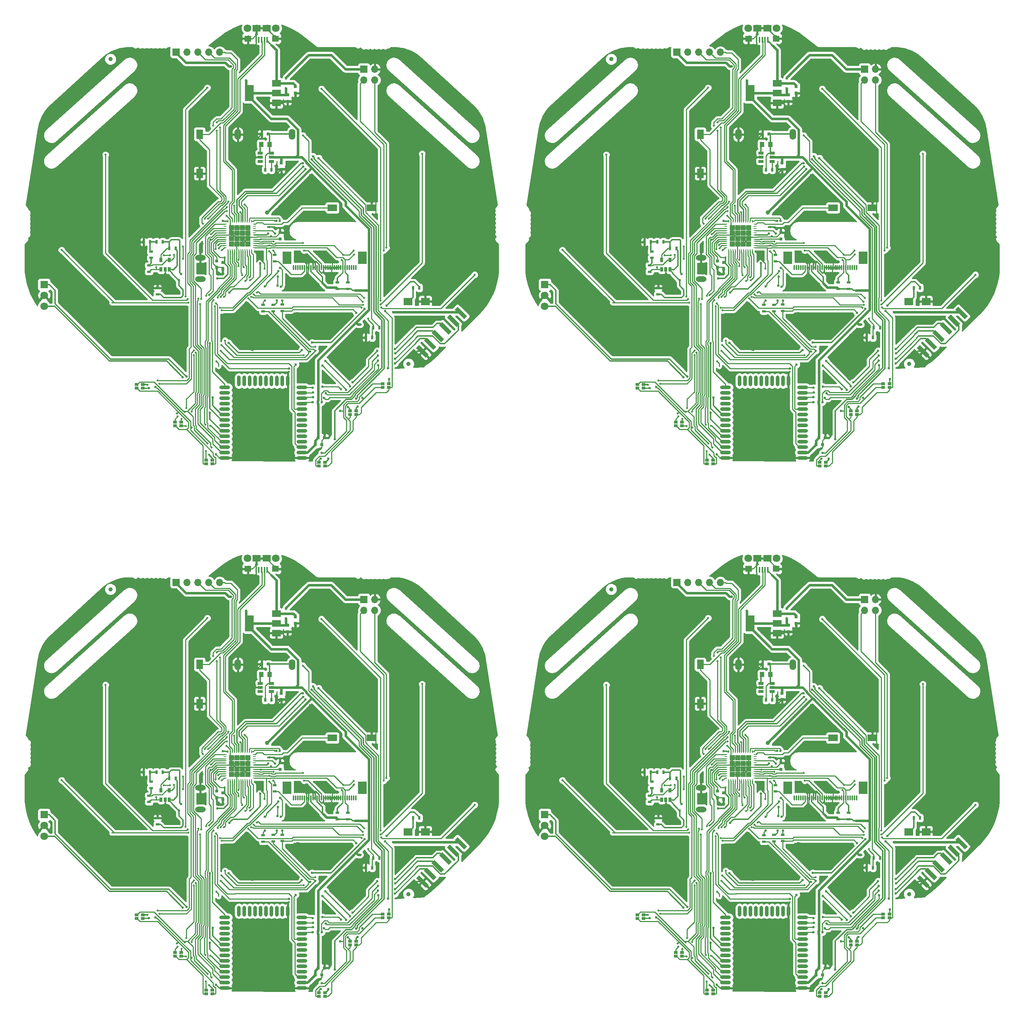
<source format=gtl>
G04 #@! TF.FileFunction,Copper,L1,Top,Signal*
%FSLAX46Y46*%
G04 Gerber Fmt 4.6, Leading zero omitted, Abs format (unit mm)*
G04 Created by KiCad (PCBNEW 4.0.7-e2-6376~58~ubuntu16.04.1) date Sat Nov  3 10:35:59 2018*
%MOMM*%
%LPD*%
G01*
G04 APERTURE LIST*
%ADD10C,0.150000*%
%ADD11C,1.000000*%
%ADD12R,0.750000X0.800000*%
%ADD13R,0.650000X1.060000*%
%ADD14R,0.900000X0.500000*%
%ADD15R,0.500000X0.900000*%
%ADD16R,0.800000X0.750000*%
%ADD17R,2.180000X1.600000*%
%ADD18R,1.600000X2.180000*%
%ADD19R,1.220000X0.650000*%
%ADD20R,1.800000X1.800000*%
%ADD21C,1.800000*%
%ADD22R,2.000000X3.800000*%
%ADD23R,2.000000X1.500000*%
%ADD24O,2.524000X1.300000*%
%ADD25R,1.000000X1.250000*%
%ADD26R,1.700000X1.700000*%
%ADD27O,1.700000X1.700000*%
%ADD28R,0.850000X0.650000*%
%ADD29R,2.000000X1.700000*%
%ADD30R,1.600000X1.400000*%
%ADD31R,0.400000X1.350000*%
%ADD32R,1.900000X1.600000*%
%ADD33O,0.300000X1.250000*%
%ADD34R,2.000000X3.000000*%
%ADD35O,0.250000X0.700000*%
%ADD36R,0.250000X0.700000*%
%ADD37O,0.700000X0.250000*%
%ADD38R,0.700000X0.250000*%
%ADD39R,1.287500X1.287500*%
%ADD40O,1.500000X2.524000*%
%ADD41O,2.500000X0.900000*%
%ADD42O,0.900000X2.500000*%
%ADD43C,0.500000*%
%ADD44C,0.600000*%
%ADD45C,0.250000*%
%ADD46C,0.600000*%
%ADD47C,0.300000*%
%ADD48C,0.254000*%
G04 APERTURE END LIST*
D10*
D11*
X232725000Y-153150000D03*
X115725000Y-153150000D03*
X232725000Y-29150000D03*
X163075000Y-81875000D03*
X46075000Y-81875000D03*
X163075000Y42125000D03*
D12*
X206300000Y-89825000D03*
X206300000Y-88325000D03*
X89300000Y-89825000D03*
X89300000Y-88325000D03*
X206300000Y34175000D03*
X206300000Y35675000D03*
D13*
X174900000Y-131050000D03*
X175850000Y-131050000D03*
X176800000Y-131050000D03*
X176800000Y-128850000D03*
X174900000Y-128850000D03*
X57900000Y-131050000D03*
X58850000Y-131050000D03*
X59800000Y-131050000D03*
X59800000Y-128850000D03*
X57900000Y-128850000D03*
X174900000Y-7050000D03*
X175850000Y-7050000D03*
X176800000Y-7050000D03*
X176800000Y-4850000D03*
X174900000Y-4850000D03*
D14*
X172075000Y-131625000D03*
X172075000Y-130125000D03*
X55075000Y-131625000D03*
X55075000Y-130125000D03*
X172075000Y-7625000D03*
X172075000Y-6125000D03*
D15*
X170825000Y-124625000D03*
X172325000Y-124625000D03*
X53825000Y-124625000D03*
X55325000Y-124625000D03*
X170825000Y-625000D03*
X172325000Y-625000D03*
D14*
X172575000Y-126875000D03*
X172575000Y-128375000D03*
X55575000Y-126875000D03*
X55575000Y-128375000D03*
X172575000Y-2875000D03*
X172575000Y-4375000D03*
D15*
X224250000Y-146975000D03*
X222750000Y-146975000D03*
X107250000Y-146975000D03*
X105750000Y-146975000D03*
X224250000Y-22975000D03*
X222750000Y-22975000D03*
X225950000Y-144675000D03*
X224450000Y-144675000D03*
X108950000Y-144675000D03*
X107450000Y-144675000D03*
X225950000Y-20675000D03*
X224450000Y-20675000D03*
X173825000Y-124625000D03*
X175325000Y-124625000D03*
X56825000Y-124625000D03*
X58325000Y-124625000D03*
X173825000Y-625000D03*
X175325000Y-625000D03*
D14*
X218575000Y-135625000D03*
X218575000Y-134125000D03*
X101575000Y-135625000D03*
X101575000Y-134125000D03*
X218575000Y-11625000D03*
X218575000Y-10125000D03*
D15*
X199225000Y-107725000D03*
X200725000Y-107725000D03*
X82225000Y-107725000D03*
X83725000Y-107725000D03*
X199225000Y16275000D03*
X200725000Y16275000D03*
D14*
X216075000Y-135625000D03*
X216075000Y-134125000D03*
X99075000Y-135625000D03*
X99075000Y-134125000D03*
X216075000Y-11625000D03*
X216075000Y-10125000D03*
X174075000Y-136875000D03*
X174075000Y-135375000D03*
X57075000Y-136875000D03*
X57075000Y-135375000D03*
X174075000Y-12875000D03*
X174075000Y-11375000D03*
D15*
X176825000Y-126125000D03*
X178325000Y-126125000D03*
X59825000Y-126125000D03*
X61325000Y-126125000D03*
X176825000Y-2125000D03*
X178325000Y-2125000D03*
X233775000Y-135350000D03*
X235275000Y-135350000D03*
X116775000Y-135350000D03*
X118275000Y-135350000D03*
X233775000Y-11350000D03*
X235275000Y-11350000D03*
D14*
X201500000Y-127675000D03*
X201500000Y-129175000D03*
X84500000Y-127675000D03*
X84500000Y-129175000D03*
X201500000Y-3675000D03*
X201500000Y-5175000D03*
X201150000Y-140825000D03*
X201150000Y-139325000D03*
X84150000Y-140825000D03*
X84150000Y-139325000D03*
X201150000Y-16825000D03*
X201150000Y-15325000D03*
X198750000Y-140875000D03*
X198750000Y-139375000D03*
X81750000Y-140875000D03*
X81750000Y-139375000D03*
X198750000Y-16875000D03*
X198750000Y-15375000D03*
X203200000Y-140775000D03*
X203200000Y-139275000D03*
X86200000Y-140775000D03*
X86200000Y-139275000D03*
X203200000Y-16775000D03*
X203200000Y-15275000D03*
D12*
X203025000Y-107650000D03*
X203025000Y-106150000D03*
X86025000Y-107650000D03*
X86025000Y-106150000D03*
X203025000Y16350000D03*
X203025000Y17850000D03*
D16*
X198450000Y-99350000D03*
X199950000Y-99350000D03*
X81450000Y-99350000D03*
X82950000Y-99350000D03*
X198450000Y24650000D03*
X199950000Y24650000D03*
D12*
X189350000Y-130975000D03*
X189350000Y-129475000D03*
X72350000Y-130975000D03*
X72350000Y-129475000D03*
X189350000Y-6975000D03*
X189350000Y-5475000D03*
D16*
X212450000Y-172025000D03*
X210950000Y-172025000D03*
X95450000Y-172025000D03*
X93950000Y-172025000D03*
X212450000Y-48025000D03*
X210950000Y-48025000D03*
D12*
X204500000Y-91775000D03*
X204500000Y-90275000D03*
X87500000Y-91775000D03*
X87500000Y-90275000D03*
X204500000Y32225000D03*
X204500000Y33725000D03*
X187900000Y-130575000D03*
X187900000Y-129075000D03*
X70900000Y-130575000D03*
X70900000Y-129075000D03*
X187900000Y-6575000D03*
X187900000Y-5075000D03*
X202725000Y-122450000D03*
X202725000Y-123950000D03*
X85725000Y-122450000D03*
X85725000Y-123950000D03*
X202725000Y1550000D03*
X202725000Y50000D03*
D16*
X213100000Y-170425000D03*
X211600000Y-170425000D03*
X96100000Y-170425000D03*
X94600000Y-170425000D03*
X213100000Y-46425000D03*
X211600000Y-46425000D03*
D17*
X214910000Y-116625000D03*
X224090000Y-116625000D03*
X97910000Y-116625000D03*
X107090000Y-116625000D03*
X214910000Y7375000D03*
X224090000Y7375000D03*
D18*
X183900000Y-108615000D03*
X183900000Y-99435000D03*
X66900000Y-108615000D03*
X66900000Y-99435000D03*
X183900000Y15385000D03*
X183900000Y24565000D03*
D19*
X198080000Y-103875000D03*
X198080000Y-104825000D03*
X198080000Y-105775000D03*
X200700000Y-105775000D03*
X200700000Y-104825000D03*
X200700000Y-103875000D03*
X81080000Y-103875000D03*
X81080000Y-104825000D03*
X81080000Y-105775000D03*
X83700000Y-105775000D03*
X83700000Y-104825000D03*
X83700000Y-103875000D03*
X198080000Y20125000D03*
X198080000Y19175000D03*
X198080000Y18225000D03*
X200700000Y18225000D03*
X200700000Y19175000D03*
X200700000Y20125000D03*
D20*
X147575000Y-134585000D03*
D21*
X147575000Y-137125000D03*
X147575000Y-139665000D03*
D20*
X30575000Y-134585000D03*
D21*
X30575000Y-137125000D03*
X30575000Y-139665000D03*
D20*
X147575000Y-10585000D03*
D21*
X147575000Y-13125000D03*
X147575000Y-15665000D03*
D22*
X195550000Y-89825000D03*
D23*
X201850000Y-89825000D03*
X201850000Y-87525000D03*
X201850000Y-92125000D03*
D22*
X78550000Y-89825000D03*
D23*
X84850000Y-89825000D03*
X84850000Y-87525000D03*
X84850000Y-92125000D03*
D22*
X195550000Y34175000D03*
D23*
X201850000Y34175000D03*
X201850000Y36475000D03*
X201850000Y31875000D03*
D24*
X184100000Y-133325000D03*
X184100000Y-128325000D03*
X67100000Y-133325000D03*
X67100000Y-128325000D03*
X184100000Y-9325000D03*
X184100000Y-4325000D03*
D25*
X200300000Y-101825000D03*
X198300000Y-101825000D03*
X83300000Y-101825000D03*
X81300000Y-101825000D03*
X200300000Y22175000D03*
X198300000Y22175000D03*
D26*
X178445000Y-80250000D03*
D27*
X180985000Y-80250000D03*
X183525000Y-80250000D03*
X186065000Y-80250000D03*
X188605000Y-80250000D03*
D26*
X61445000Y-80250000D03*
D27*
X63985000Y-80250000D03*
X66525000Y-80250000D03*
X69065000Y-80250000D03*
X71605000Y-80250000D03*
D26*
X178445000Y43750000D03*
D27*
X180985000Y43750000D03*
X183525000Y43750000D03*
X186065000Y43750000D03*
X188605000Y43750000D03*
D26*
X222300000Y-84225000D03*
D27*
X224840000Y-84225000D03*
X222300000Y-86765000D03*
X224840000Y-86765000D03*
D26*
X105300000Y-84225000D03*
D27*
X107840000Y-84225000D03*
X105300000Y-86765000D03*
X107840000Y-86765000D03*
D26*
X222300000Y39775000D03*
D27*
X224840000Y39775000D03*
X222300000Y37235000D03*
X224840000Y37235000D03*
D28*
X228100000Y-157825000D03*
X228100000Y-158675000D03*
X226650000Y-157825000D03*
X226650000Y-158675000D03*
X111100000Y-157825000D03*
X111100000Y-158675000D03*
X109650000Y-157825000D03*
X109650000Y-158675000D03*
X228100000Y-33825000D03*
X228100000Y-34675000D03*
X226650000Y-33825000D03*
X226650000Y-34675000D03*
X220550000Y-164175000D03*
X220550000Y-165025000D03*
X219100000Y-164175000D03*
X219100000Y-165025000D03*
X103550000Y-164175000D03*
X103550000Y-165025000D03*
X102100000Y-164175000D03*
X102100000Y-165025000D03*
X220550000Y-40175000D03*
X220550000Y-41025000D03*
X219100000Y-40175000D03*
X219100000Y-41025000D03*
X213225000Y-176200000D03*
X213225000Y-177050000D03*
X211775000Y-176200000D03*
X211775000Y-177050000D03*
X96225000Y-176200000D03*
X96225000Y-177050000D03*
X94775000Y-176200000D03*
X94775000Y-177050000D03*
X213225000Y-52200000D03*
X213225000Y-53050000D03*
X211775000Y-52200000D03*
X211775000Y-53050000D03*
X186900000Y-175625000D03*
X186900000Y-176475000D03*
X185450000Y-175625000D03*
X185450000Y-176475000D03*
X69900000Y-175625000D03*
X69900000Y-176475000D03*
X68450000Y-175625000D03*
X68450000Y-176475000D03*
X186900000Y-51625000D03*
X186900000Y-52475000D03*
X185450000Y-51625000D03*
X185450000Y-52475000D03*
X179625000Y-166800000D03*
X179625000Y-167650000D03*
X178175000Y-166800000D03*
X178175000Y-167650000D03*
X62625000Y-166800000D03*
X62625000Y-167650000D03*
X61175000Y-166800000D03*
X61175000Y-167650000D03*
X179625000Y-42800000D03*
X179625000Y-43650000D03*
X178175000Y-42800000D03*
X178175000Y-43650000D03*
D29*
X236650000Y-138575000D03*
X232650000Y-138575000D03*
X119650000Y-138575000D03*
X115650000Y-138575000D03*
X236650000Y-14575000D03*
X232650000Y-14575000D03*
D28*
X170625000Y-158000000D03*
X170625000Y-158850000D03*
X169175000Y-158000000D03*
X169175000Y-158850000D03*
X53625000Y-158000000D03*
X53625000Y-158850000D03*
X52175000Y-158000000D03*
X52175000Y-158850000D03*
X170625000Y-34000000D03*
X170625000Y-34850000D03*
X169175000Y-34000000D03*
X169175000Y-34850000D03*
D21*
X201700000Y-74650000D03*
X195100000Y-74650000D03*
D30*
X201600000Y-77100000D03*
X195200000Y-77100000D03*
D31*
X198400000Y-77350000D03*
X197750000Y-77350000D03*
X197100000Y-77350000D03*
X199050000Y-77350000D03*
X199700000Y-77350000D03*
D32*
X199600000Y-74650000D03*
X197200000Y-74650000D03*
D21*
X84700000Y-74650000D03*
X78100000Y-74650000D03*
D30*
X84600000Y-77100000D03*
X78200000Y-77100000D03*
D31*
X81400000Y-77350000D03*
X80750000Y-77350000D03*
X80100000Y-77350000D03*
X82050000Y-77350000D03*
X82700000Y-77350000D03*
D32*
X82600000Y-74650000D03*
X80200000Y-74650000D03*
D21*
X201700000Y49350000D03*
X195100000Y49350000D03*
D30*
X201600000Y46900000D03*
X195200000Y46900000D03*
D31*
X198400000Y46650000D03*
X197750000Y46650000D03*
X197100000Y46650000D03*
X199050000Y46650000D03*
X199700000Y46650000D03*
D32*
X199600000Y49350000D03*
X197200000Y49350000D03*
D10*
G36*
X243495906Y-140476706D02*
X244203013Y-139769599D01*
X246430400Y-141996986D01*
X245723293Y-142704093D01*
X243495906Y-140476706D01*
X243495906Y-140476706D01*
G37*
G36*
X241699855Y-142272758D02*
X242406962Y-141565651D01*
X244634349Y-143793038D01*
X243927242Y-144500145D01*
X241699855Y-142272758D01*
X241699855Y-142272758D01*
G37*
G36*
X239903804Y-144068809D02*
X240610911Y-143361702D01*
X242838298Y-145589089D01*
X242131191Y-146296196D01*
X239903804Y-144068809D01*
X239903804Y-144068809D01*
G37*
G36*
X238107753Y-145864860D02*
X238814860Y-145157753D01*
X241042247Y-147385140D01*
X240335140Y-148092247D01*
X238107753Y-145864860D01*
X238107753Y-145864860D01*
G37*
G36*
X236311702Y-147660911D02*
X237018809Y-146953804D01*
X239246196Y-149181191D01*
X238539089Y-149888298D01*
X236311702Y-147660911D01*
X236311702Y-147660911D01*
G37*
G36*
X234515650Y-149456962D02*
X235222757Y-148749855D01*
X237450144Y-150977242D01*
X236743037Y-151684349D01*
X234515650Y-149456962D01*
X234515650Y-149456962D01*
G37*
G36*
X126495906Y-140476706D02*
X127203013Y-139769599D01*
X129430400Y-141996986D01*
X128723293Y-142704093D01*
X126495906Y-140476706D01*
X126495906Y-140476706D01*
G37*
G36*
X124699855Y-142272758D02*
X125406962Y-141565651D01*
X127634349Y-143793038D01*
X126927242Y-144500145D01*
X124699855Y-142272758D01*
X124699855Y-142272758D01*
G37*
G36*
X122903804Y-144068809D02*
X123610911Y-143361702D01*
X125838298Y-145589089D01*
X125131191Y-146296196D01*
X122903804Y-144068809D01*
X122903804Y-144068809D01*
G37*
G36*
X121107753Y-145864860D02*
X121814860Y-145157753D01*
X124042247Y-147385140D01*
X123335140Y-148092247D01*
X121107753Y-145864860D01*
X121107753Y-145864860D01*
G37*
G36*
X119311702Y-147660911D02*
X120018809Y-146953804D01*
X122246196Y-149181191D01*
X121539089Y-149888298D01*
X119311702Y-147660911D01*
X119311702Y-147660911D01*
G37*
G36*
X117515650Y-149456962D02*
X118222757Y-148749855D01*
X120450144Y-150977242D01*
X119743037Y-151684349D01*
X117515650Y-149456962D01*
X117515650Y-149456962D01*
G37*
G36*
X243495906Y-16476706D02*
X244203013Y-15769599D01*
X246430400Y-17996986D01*
X245723293Y-18704093D01*
X243495906Y-16476706D01*
X243495906Y-16476706D01*
G37*
G36*
X241699855Y-18272758D02*
X242406962Y-17565651D01*
X244634349Y-19793038D01*
X243927242Y-20500145D01*
X241699855Y-18272758D01*
X241699855Y-18272758D01*
G37*
G36*
X239903804Y-20068809D02*
X240610911Y-19361702D01*
X242838298Y-21589089D01*
X242131191Y-22296196D01*
X239903804Y-20068809D01*
X239903804Y-20068809D01*
G37*
G36*
X238107753Y-21864860D02*
X238814860Y-21157753D01*
X241042247Y-23385140D01*
X240335140Y-24092247D01*
X238107753Y-21864860D01*
X238107753Y-21864860D01*
G37*
G36*
X236311702Y-23660911D02*
X237018809Y-22953804D01*
X239246196Y-25181191D01*
X238539089Y-25888298D01*
X236311702Y-23660911D01*
X236311702Y-23660911D01*
G37*
G36*
X234515650Y-25456962D02*
X235222757Y-24749855D01*
X237450144Y-26977242D01*
X236743037Y-27684349D01*
X234515650Y-25456962D01*
X234515650Y-25456962D01*
G37*
D33*
X205900000Y-130625000D03*
X206400000Y-130625000D03*
X206900000Y-130625000D03*
X207400000Y-130625000D03*
X207900000Y-130625000D03*
X208400000Y-130625000D03*
X208900000Y-130625000D03*
X209400000Y-130625000D03*
X209900000Y-130625000D03*
X210400000Y-130625000D03*
X210900000Y-130625000D03*
X211400000Y-130625000D03*
X211900000Y-130625000D03*
X212400000Y-130625000D03*
X212900000Y-130625000D03*
X213400000Y-130625000D03*
X213900000Y-130625000D03*
X214400000Y-130625000D03*
X214900000Y-130625000D03*
X215400000Y-130625000D03*
X215900000Y-130625000D03*
X216400000Y-130625000D03*
X216900000Y-130625000D03*
X217400000Y-130625000D03*
X217900000Y-130625000D03*
X218400000Y-130625000D03*
X218900000Y-130625000D03*
X219400000Y-130625000D03*
X219900000Y-130625000D03*
X220400000Y-130625000D03*
D34*
X221940000Y-128300000D03*
X204360000Y-128300000D03*
D33*
X88900000Y-130625000D03*
X89400000Y-130625000D03*
X89900000Y-130625000D03*
X90400000Y-130625000D03*
X90900000Y-130625000D03*
X91400000Y-130625000D03*
X91900000Y-130625000D03*
X92400000Y-130625000D03*
X92900000Y-130625000D03*
X93400000Y-130625000D03*
X93900000Y-130625000D03*
X94400000Y-130625000D03*
X94900000Y-130625000D03*
X95400000Y-130625000D03*
X95900000Y-130625000D03*
X96400000Y-130625000D03*
X96900000Y-130625000D03*
X97400000Y-130625000D03*
X97900000Y-130625000D03*
X98400000Y-130625000D03*
X98900000Y-130625000D03*
X99400000Y-130625000D03*
X99900000Y-130625000D03*
X100400000Y-130625000D03*
X100900000Y-130625000D03*
X101400000Y-130625000D03*
X101900000Y-130625000D03*
X102400000Y-130625000D03*
X102900000Y-130625000D03*
X103400000Y-130625000D03*
D34*
X104940000Y-128300000D03*
X87360000Y-128300000D03*
D33*
X205900000Y-6625000D03*
X206400000Y-6625000D03*
X206900000Y-6625000D03*
X207400000Y-6625000D03*
X207900000Y-6625000D03*
X208400000Y-6625000D03*
X208900000Y-6625000D03*
X209400000Y-6625000D03*
X209900000Y-6625000D03*
X210400000Y-6625000D03*
X210900000Y-6625000D03*
X211400000Y-6625000D03*
X211900000Y-6625000D03*
X212400000Y-6625000D03*
X212900000Y-6625000D03*
X213400000Y-6625000D03*
X213900000Y-6625000D03*
X214400000Y-6625000D03*
X214900000Y-6625000D03*
X215400000Y-6625000D03*
X215900000Y-6625000D03*
X216400000Y-6625000D03*
X216900000Y-6625000D03*
X217400000Y-6625000D03*
X217900000Y-6625000D03*
X218400000Y-6625000D03*
X218900000Y-6625000D03*
X219400000Y-6625000D03*
X219900000Y-6625000D03*
X220400000Y-6625000D03*
D34*
X221940000Y-4300000D03*
X204360000Y-4300000D03*
D35*
X190550000Y-126625000D03*
D36*
X191050000Y-126625000D03*
X191550000Y-126625000D03*
X192050000Y-126625000D03*
X192550000Y-126625000D03*
X193050000Y-126625000D03*
X193550000Y-126625000D03*
X194050000Y-126625000D03*
X194550000Y-126625000D03*
X195050000Y-126625000D03*
X195550000Y-126625000D03*
D35*
X196050000Y-126625000D03*
D37*
X196700000Y-125975000D03*
D38*
X196700000Y-125475000D03*
X196700000Y-124975000D03*
X196700000Y-124475000D03*
X196700000Y-123975000D03*
X196700000Y-123475000D03*
X196700000Y-122975000D03*
X196700000Y-122475000D03*
X196700000Y-121975000D03*
X196700000Y-121475000D03*
X196700000Y-120975000D03*
D37*
X196700000Y-120475000D03*
D35*
X196050000Y-119825000D03*
D36*
X195550000Y-119825000D03*
X195050000Y-119825000D03*
X194550000Y-119825000D03*
X194050000Y-119825000D03*
X193550000Y-119825000D03*
X193050000Y-119825000D03*
X192550000Y-119825000D03*
X192050000Y-119825000D03*
X191550000Y-119825000D03*
X191050000Y-119825000D03*
D35*
X190550000Y-119825000D03*
D37*
X189900000Y-120475000D03*
D38*
X189900000Y-120975000D03*
X189900000Y-121475000D03*
X189900000Y-121975000D03*
X189900000Y-122475000D03*
X189900000Y-122975000D03*
X189900000Y-123475000D03*
X189900000Y-123975000D03*
X189900000Y-124475000D03*
X189900000Y-124975000D03*
X189900000Y-125475000D03*
D37*
X189900000Y-125975000D03*
D39*
X195231250Y-121293750D03*
X193943750Y-121293750D03*
X192656250Y-121293750D03*
X191368750Y-121293750D03*
X195231250Y-122581250D03*
X193943750Y-122581250D03*
X192656250Y-122581250D03*
X191368750Y-122581250D03*
X195231250Y-123868750D03*
X193943750Y-123868750D03*
X192656250Y-123868750D03*
X191368750Y-123868750D03*
X195231250Y-125156250D03*
X193943750Y-125156250D03*
X192656250Y-125156250D03*
X191368750Y-125156250D03*
D35*
X73550000Y-126625000D03*
D36*
X74050000Y-126625000D03*
X74550000Y-126625000D03*
X75050000Y-126625000D03*
X75550000Y-126625000D03*
X76050000Y-126625000D03*
X76550000Y-126625000D03*
X77050000Y-126625000D03*
X77550000Y-126625000D03*
X78050000Y-126625000D03*
X78550000Y-126625000D03*
D35*
X79050000Y-126625000D03*
D37*
X79700000Y-125975000D03*
D38*
X79700000Y-125475000D03*
X79700000Y-124975000D03*
X79700000Y-124475000D03*
X79700000Y-123975000D03*
X79700000Y-123475000D03*
X79700000Y-122975000D03*
X79700000Y-122475000D03*
X79700000Y-121975000D03*
X79700000Y-121475000D03*
X79700000Y-120975000D03*
D37*
X79700000Y-120475000D03*
D35*
X79050000Y-119825000D03*
D36*
X78550000Y-119825000D03*
X78050000Y-119825000D03*
X77550000Y-119825000D03*
X77050000Y-119825000D03*
X76550000Y-119825000D03*
X76050000Y-119825000D03*
X75550000Y-119825000D03*
X75050000Y-119825000D03*
X74550000Y-119825000D03*
X74050000Y-119825000D03*
D35*
X73550000Y-119825000D03*
D37*
X72900000Y-120475000D03*
D38*
X72900000Y-120975000D03*
X72900000Y-121475000D03*
X72900000Y-121975000D03*
X72900000Y-122475000D03*
X72900000Y-122975000D03*
X72900000Y-123475000D03*
X72900000Y-123975000D03*
X72900000Y-124475000D03*
X72900000Y-124975000D03*
X72900000Y-125475000D03*
D37*
X72900000Y-125975000D03*
D39*
X78231250Y-121293750D03*
X76943750Y-121293750D03*
X75656250Y-121293750D03*
X74368750Y-121293750D03*
X78231250Y-122581250D03*
X76943750Y-122581250D03*
X75656250Y-122581250D03*
X74368750Y-122581250D03*
X78231250Y-123868750D03*
X76943750Y-123868750D03*
X75656250Y-123868750D03*
X74368750Y-123868750D03*
X78231250Y-125156250D03*
X76943750Y-125156250D03*
X75656250Y-125156250D03*
X74368750Y-125156250D03*
D35*
X190550000Y-2625000D03*
D36*
X191050000Y-2625000D03*
X191550000Y-2625000D03*
X192050000Y-2625000D03*
X192550000Y-2625000D03*
X193050000Y-2625000D03*
X193550000Y-2625000D03*
X194050000Y-2625000D03*
X194550000Y-2625000D03*
X195050000Y-2625000D03*
X195550000Y-2625000D03*
D35*
X196050000Y-2625000D03*
D37*
X196700000Y-1975000D03*
D38*
X196700000Y-1475000D03*
X196700000Y-975000D03*
X196700000Y-475000D03*
X196700000Y25000D03*
X196700000Y525000D03*
X196700000Y1025000D03*
X196700000Y1525000D03*
X196700000Y2025000D03*
X196700000Y2525000D03*
X196700000Y3025000D03*
D37*
X196700000Y3525000D03*
D35*
X196050000Y4175000D03*
D36*
X195550000Y4175000D03*
X195050000Y4175000D03*
X194550000Y4175000D03*
X194050000Y4175000D03*
X193550000Y4175000D03*
X193050000Y4175000D03*
X192550000Y4175000D03*
X192050000Y4175000D03*
X191550000Y4175000D03*
X191050000Y4175000D03*
D35*
X190550000Y4175000D03*
D37*
X189900000Y3525000D03*
D38*
X189900000Y3025000D03*
X189900000Y2525000D03*
X189900000Y2025000D03*
X189900000Y1525000D03*
X189900000Y1025000D03*
X189900000Y525000D03*
X189900000Y25000D03*
X189900000Y-475000D03*
X189900000Y-975000D03*
X189900000Y-1475000D03*
D37*
X189900000Y-1975000D03*
D39*
X195231250Y2706250D03*
X193943750Y2706250D03*
X192656250Y2706250D03*
X191368750Y2706250D03*
X195231250Y1418750D03*
X193943750Y1418750D03*
X192656250Y1418750D03*
X191368750Y1418750D03*
X195231250Y131250D03*
X193943750Y131250D03*
X192656250Y131250D03*
X191368750Y131250D03*
X195231250Y-1156250D03*
X193943750Y-1156250D03*
X192656250Y-1156250D03*
X191368750Y-1156250D03*
D40*
X205525000Y-99500000D03*
X192825000Y-99500000D03*
X88525000Y-99500000D03*
X75825000Y-99500000D03*
X205525000Y24500000D03*
X192825000Y24500000D03*
D41*
X189800000Y-175125000D03*
X189800000Y-173855000D03*
X189800000Y-172585000D03*
X189800000Y-171315000D03*
X189800000Y-170045000D03*
X189800000Y-168775000D03*
X189800000Y-167505000D03*
X189800000Y-166235000D03*
X189800000Y-164965000D03*
X189800000Y-163695000D03*
X189800000Y-162425000D03*
X189800000Y-161155000D03*
X189800000Y-159885000D03*
X189800000Y-158615000D03*
D42*
X193085000Y-157125000D03*
X194355000Y-157125000D03*
X195625000Y-157125000D03*
X196895000Y-157125000D03*
X198165000Y-157125000D03*
X199435000Y-157125000D03*
X200705000Y-157125000D03*
X201975000Y-157125000D03*
X203245000Y-157125000D03*
X204515000Y-157125000D03*
D41*
X207800000Y-158615000D03*
X207800000Y-159885000D03*
X207800000Y-161155000D03*
X207800000Y-162425000D03*
X207800000Y-163695000D03*
X207800000Y-164965000D03*
X207800000Y-166235000D03*
X207800000Y-167505000D03*
X207800000Y-168775000D03*
X207800000Y-170045000D03*
X207800000Y-171315000D03*
X207800000Y-172585000D03*
X207800000Y-173855000D03*
X207800000Y-175125000D03*
X72800000Y-175125000D03*
X72800000Y-173855000D03*
X72800000Y-172585000D03*
X72800000Y-171315000D03*
X72800000Y-170045000D03*
X72800000Y-168775000D03*
X72800000Y-167505000D03*
X72800000Y-166235000D03*
X72800000Y-164965000D03*
X72800000Y-163695000D03*
X72800000Y-162425000D03*
X72800000Y-161155000D03*
X72800000Y-159885000D03*
X72800000Y-158615000D03*
D42*
X76085000Y-157125000D03*
X77355000Y-157125000D03*
X78625000Y-157125000D03*
X79895000Y-157125000D03*
X81165000Y-157125000D03*
X82435000Y-157125000D03*
X83705000Y-157125000D03*
X84975000Y-157125000D03*
X86245000Y-157125000D03*
X87515000Y-157125000D03*
D41*
X90800000Y-158615000D03*
X90800000Y-159885000D03*
X90800000Y-161155000D03*
X90800000Y-162425000D03*
X90800000Y-163695000D03*
X90800000Y-164965000D03*
X90800000Y-166235000D03*
X90800000Y-167505000D03*
X90800000Y-168775000D03*
X90800000Y-170045000D03*
X90800000Y-171315000D03*
X90800000Y-172585000D03*
X90800000Y-173855000D03*
X90800000Y-175125000D03*
X189800000Y-51125000D03*
X189800000Y-49855000D03*
X189800000Y-48585000D03*
X189800000Y-47315000D03*
X189800000Y-46045000D03*
X189800000Y-44775000D03*
X189800000Y-43505000D03*
X189800000Y-42235000D03*
X189800000Y-40965000D03*
X189800000Y-39695000D03*
X189800000Y-38425000D03*
X189800000Y-37155000D03*
X189800000Y-35885000D03*
X189800000Y-34615000D03*
D42*
X193085000Y-33125000D03*
X194355000Y-33125000D03*
X195625000Y-33125000D03*
X196895000Y-33125000D03*
X198165000Y-33125000D03*
X199435000Y-33125000D03*
X200705000Y-33125000D03*
X201975000Y-33125000D03*
X203245000Y-33125000D03*
X204515000Y-33125000D03*
D41*
X207800000Y-34615000D03*
X207800000Y-35885000D03*
X207800000Y-37155000D03*
X207800000Y-38425000D03*
X207800000Y-39695000D03*
X207800000Y-40965000D03*
X207800000Y-42235000D03*
X207800000Y-43505000D03*
X207800000Y-44775000D03*
X207800000Y-46045000D03*
X207800000Y-47315000D03*
X207800000Y-48585000D03*
X207800000Y-49855000D03*
X207800000Y-51125000D03*
X72800000Y-51125000D03*
X72800000Y-49855000D03*
X72800000Y-48585000D03*
X72800000Y-47315000D03*
X72800000Y-46045000D03*
X72800000Y-44775000D03*
X72800000Y-43505000D03*
X72800000Y-42235000D03*
X72800000Y-40965000D03*
X72800000Y-39695000D03*
X72800000Y-38425000D03*
X72800000Y-37155000D03*
X72800000Y-35885000D03*
X72800000Y-34615000D03*
D42*
X76085000Y-33125000D03*
X77355000Y-33125000D03*
X78625000Y-33125000D03*
X79895000Y-33125000D03*
X81165000Y-33125000D03*
X82435000Y-33125000D03*
X83705000Y-33125000D03*
X84975000Y-33125000D03*
X86245000Y-33125000D03*
X87515000Y-33125000D03*
D41*
X90800000Y-34615000D03*
X90800000Y-35885000D03*
X90800000Y-37155000D03*
X90800000Y-38425000D03*
X90800000Y-39695000D03*
X90800000Y-40965000D03*
X90800000Y-42235000D03*
X90800000Y-43505000D03*
X90800000Y-44775000D03*
X90800000Y-46045000D03*
X90800000Y-47315000D03*
X90800000Y-48585000D03*
X90800000Y-49855000D03*
X90800000Y-51125000D03*
D40*
X88525000Y24500000D03*
X75825000Y24500000D03*
D35*
X73550000Y-2625000D03*
D36*
X74050000Y-2625000D03*
X74550000Y-2625000D03*
X75050000Y-2625000D03*
X75550000Y-2625000D03*
X76050000Y-2625000D03*
X76550000Y-2625000D03*
X77050000Y-2625000D03*
X77550000Y-2625000D03*
X78050000Y-2625000D03*
X78550000Y-2625000D03*
D35*
X79050000Y-2625000D03*
D37*
X79700000Y-1975000D03*
D38*
X79700000Y-1475000D03*
X79700000Y-975000D03*
X79700000Y-475000D03*
X79700000Y25000D03*
X79700000Y525000D03*
X79700000Y1025000D03*
X79700000Y1525000D03*
X79700000Y2025000D03*
X79700000Y2525000D03*
X79700000Y3025000D03*
D37*
X79700000Y3525000D03*
D35*
X79050000Y4175000D03*
D36*
X78550000Y4175000D03*
X78050000Y4175000D03*
X77550000Y4175000D03*
X77050000Y4175000D03*
X76550000Y4175000D03*
X76050000Y4175000D03*
X75550000Y4175000D03*
X75050000Y4175000D03*
X74550000Y4175000D03*
X74050000Y4175000D03*
D35*
X73550000Y4175000D03*
D37*
X72900000Y3525000D03*
D38*
X72900000Y3025000D03*
X72900000Y2525000D03*
X72900000Y2025000D03*
X72900000Y1525000D03*
X72900000Y1025000D03*
X72900000Y525000D03*
X72900000Y25000D03*
X72900000Y-475000D03*
X72900000Y-975000D03*
X72900000Y-1475000D03*
D37*
X72900000Y-1975000D03*
D39*
X78231250Y2706250D03*
X76943750Y2706250D03*
X75656250Y2706250D03*
X74368750Y2706250D03*
X78231250Y1418750D03*
X76943750Y1418750D03*
X75656250Y1418750D03*
X74368750Y1418750D03*
X78231250Y131250D03*
X76943750Y131250D03*
X75656250Y131250D03*
X74368750Y131250D03*
X78231250Y-1156250D03*
X76943750Y-1156250D03*
X75656250Y-1156250D03*
X74368750Y-1156250D03*
D33*
X88900000Y-6625000D03*
X89400000Y-6625000D03*
X89900000Y-6625000D03*
X90400000Y-6625000D03*
X90900000Y-6625000D03*
X91400000Y-6625000D03*
X91900000Y-6625000D03*
X92400000Y-6625000D03*
X92900000Y-6625000D03*
X93400000Y-6625000D03*
X93900000Y-6625000D03*
X94400000Y-6625000D03*
X94900000Y-6625000D03*
X95400000Y-6625000D03*
X95900000Y-6625000D03*
X96400000Y-6625000D03*
X96900000Y-6625000D03*
X97400000Y-6625000D03*
X97900000Y-6625000D03*
X98400000Y-6625000D03*
X98900000Y-6625000D03*
X99400000Y-6625000D03*
X99900000Y-6625000D03*
X100400000Y-6625000D03*
X100900000Y-6625000D03*
X101400000Y-6625000D03*
X101900000Y-6625000D03*
X102400000Y-6625000D03*
X102900000Y-6625000D03*
X103400000Y-6625000D03*
D34*
X104940000Y-4300000D03*
X87360000Y-4300000D03*
D10*
G36*
X126495906Y-16476706D02*
X127203013Y-15769599D01*
X129430400Y-17996986D01*
X128723293Y-18704093D01*
X126495906Y-16476706D01*
X126495906Y-16476706D01*
G37*
G36*
X124699855Y-18272758D02*
X125406962Y-17565651D01*
X127634349Y-19793038D01*
X126927242Y-20500145D01*
X124699855Y-18272758D01*
X124699855Y-18272758D01*
G37*
G36*
X122903804Y-20068809D02*
X123610911Y-19361702D01*
X125838298Y-21589089D01*
X125131191Y-22296196D01*
X122903804Y-20068809D01*
X122903804Y-20068809D01*
G37*
G36*
X121107753Y-21864860D02*
X121814860Y-21157753D01*
X124042247Y-23385140D01*
X123335140Y-24092247D01*
X121107753Y-21864860D01*
X121107753Y-21864860D01*
G37*
G36*
X119311702Y-23660911D02*
X120018809Y-22953804D01*
X122246196Y-25181191D01*
X121539089Y-25888298D01*
X119311702Y-23660911D01*
X119311702Y-23660911D01*
G37*
G36*
X117515650Y-25456962D02*
X118222757Y-24749855D01*
X120450144Y-26977242D01*
X119743037Y-27684349D01*
X117515650Y-25456962D01*
X117515650Y-25456962D01*
G37*
D21*
X84700000Y49350000D03*
X78100000Y49350000D03*
D30*
X84600000Y46900000D03*
X78200000Y46900000D03*
D31*
X81400000Y46650000D03*
X80750000Y46650000D03*
X80100000Y46650000D03*
X82050000Y46650000D03*
X82700000Y46650000D03*
D32*
X82600000Y49350000D03*
X80200000Y49350000D03*
D28*
X53625000Y-34000000D03*
X53625000Y-34850000D03*
X52175000Y-34000000D03*
X52175000Y-34850000D03*
D29*
X119650000Y-14575000D03*
X115650000Y-14575000D03*
D28*
X62625000Y-42800000D03*
X62625000Y-43650000D03*
X61175000Y-42800000D03*
X61175000Y-43650000D03*
X69900000Y-51625000D03*
X69900000Y-52475000D03*
X68450000Y-51625000D03*
X68450000Y-52475000D03*
X96225000Y-52200000D03*
X96225000Y-53050000D03*
X94775000Y-52200000D03*
X94775000Y-53050000D03*
X103550000Y-40175000D03*
X103550000Y-41025000D03*
X102100000Y-40175000D03*
X102100000Y-41025000D03*
X111100000Y-33825000D03*
X111100000Y-34675000D03*
X109650000Y-33825000D03*
X109650000Y-34675000D03*
D26*
X105300000Y39775000D03*
D27*
X107840000Y39775000D03*
X105300000Y37235000D03*
X107840000Y37235000D03*
D26*
X61445000Y43750000D03*
D27*
X63985000Y43750000D03*
X66525000Y43750000D03*
X69065000Y43750000D03*
X71605000Y43750000D03*
D25*
X83300000Y22175000D03*
X81300000Y22175000D03*
D24*
X67100000Y-9325000D03*
X67100000Y-4325000D03*
D22*
X78550000Y34175000D03*
D23*
X84850000Y34175000D03*
X84850000Y36475000D03*
X84850000Y31875000D03*
D20*
X30575000Y-10585000D03*
D21*
X30575000Y-13125000D03*
X30575000Y-15665000D03*
D19*
X81080000Y20125000D03*
X81080000Y19175000D03*
X81080000Y18225000D03*
X83700000Y18225000D03*
X83700000Y19175000D03*
X83700000Y20125000D03*
D18*
X66900000Y15385000D03*
X66900000Y24565000D03*
D17*
X97910000Y7375000D03*
X107090000Y7375000D03*
D16*
X96100000Y-46425000D03*
X94600000Y-46425000D03*
D12*
X85725000Y1550000D03*
X85725000Y50000D03*
X70900000Y-6575000D03*
X70900000Y-5075000D03*
X87500000Y32225000D03*
X87500000Y33725000D03*
D16*
X95450000Y-48025000D03*
X93950000Y-48025000D03*
D12*
X72350000Y-6975000D03*
X72350000Y-5475000D03*
D16*
X81450000Y24650000D03*
X82950000Y24650000D03*
D12*
X86025000Y16350000D03*
X86025000Y17850000D03*
D14*
X86200000Y-16775000D03*
X86200000Y-15275000D03*
X81750000Y-16875000D03*
X81750000Y-15375000D03*
X84150000Y-16825000D03*
X84150000Y-15325000D03*
X84500000Y-3675000D03*
X84500000Y-5175000D03*
D15*
X116775000Y-11350000D03*
X118275000Y-11350000D03*
X59825000Y-2125000D03*
X61325000Y-2125000D03*
D14*
X57075000Y-12875000D03*
X57075000Y-11375000D03*
X99075000Y-11625000D03*
X99075000Y-10125000D03*
D15*
X82225000Y16275000D03*
X83725000Y16275000D03*
D14*
X101575000Y-11625000D03*
X101575000Y-10125000D03*
D15*
X56825000Y-625000D03*
X58325000Y-625000D03*
X108950000Y-20675000D03*
X107450000Y-20675000D03*
X107250000Y-22975000D03*
X105750000Y-22975000D03*
D14*
X55575000Y-2875000D03*
X55575000Y-4375000D03*
D15*
X53825000Y-625000D03*
X55325000Y-625000D03*
D14*
X55075000Y-7625000D03*
X55075000Y-6125000D03*
D13*
X57900000Y-7050000D03*
X58850000Y-7050000D03*
X59800000Y-7050000D03*
X59800000Y-4850000D03*
X57900000Y-4850000D03*
D12*
X89300000Y34175000D03*
X89300000Y35675000D03*
D11*
X46075000Y42125000D03*
X115725000Y-29150000D03*
D43*
X187800000Y-152550000D03*
X70800000Y-152550000D03*
X187800000Y-28550000D03*
X70800000Y-28550000D03*
D44*
X183650000Y-110925000D03*
X66650000Y-110925000D03*
X183650000Y13075000D03*
X183650000Y-111825000D03*
X66650000Y-111825000D03*
X183650000Y12175000D03*
X183650000Y-112575000D03*
X66650000Y-112575000D03*
X183650000Y11425000D03*
X209975000Y-174800000D03*
X92975000Y-174800000D03*
X209975000Y-50800000D03*
X210500000Y-174225000D03*
X93500000Y-174225000D03*
X210500000Y-50225000D03*
X211125000Y-173600000D03*
X94125000Y-173600000D03*
X211125000Y-49600000D03*
X211700000Y-173100000D03*
X94700000Y-173100000D03*
X211700000Y-49100000D03*
X213325000Y-168925000D03*
X96325000Y-168925000D03*
X213325000Y-44925000D03*
X213975000Y-168300000D03*
X96975000Y-168300000D03*
X213975000Y-44300000D03*
X187725000Y-174325000D03*
X70725000Y-174325000D03*
X187725000Y-50325000D03*
D43*
X209600000Y-128975000D03*
X92600000Y-128975000D03*
X209600000Y-4975000D03*
X209275000Y-132200000D03*
X92275000Y-132200000D03*
X209275000Y-8200000D03*
X214750000Y-128975000D03*
X97750000Y-128975000D03*
X214750000Y-4975000D03*
X214750000Y-132025000D03*
X97750000Y-132025000D03*
X214750000Y-8025000D03*
X224075000Y-114000000D03*
X107075000Y-114000000D03*
X224075000Y10000000D03*
X225075000Y-118625000D03*
X108075000Y-118625000D03*
X225075000Y5375000D03*
X197075000Y-79050000D03*
X80075000Y-79050000D03*
X197075000Y44950000D03*
X197075000Y-79650000D03*
X80075000Y-79650000D03*
X197075000Y44350000D03*
X199075000Y-91525000D03*
X82075000Y-91525000D03*
X199075000Y32475000D03*
X201375000Y-94000000D03*
X84375000Y-94000000D03*
X201375000Y30000000D03*
X204200000Y-93700000D03*
X87200000Y-93700000D03*
X204200000Y30300000D03*
X205775000Y-91475000D03*
X88775000Y-91475000D03*
X205775000Y32525000D03*
X188250000Y-132325000D03*
X71250000Y-132325000D03*
X188250000Y-8325000D03*
X189325000Y-132250000D03*
X72325000Y-132250000D03*
X189325000Y-8250000D03*
X206400000Y-127650000D03*
X89400000Y-127650000D03*
X206400000Y-3650000D03*
X204750000Y-155025000D03*
X87750000Y-155025000D03*
X204750000Y-31025000D03*
X207000000Y-155025000D03*
X90000000Y-155025000D03*
X207000000Y-31025000D03*
X210500000Y-155200000D03*
X93500000Y-155200000D03*
X210500000Y-31200000D03*
X216025000Y-153600000D03*
X99025000Y-153600000D03*
X216025000Y-29600000D03*
X196300000Y-149900000D03*
X79300000Y-149900000D03*
X196300000Y-25900000D03*
X196225000Y-149000000D03*
X79225000Y-149000000D03*
X196225000Y-25000000D03*
X195500000Y-149400000D03*
X78500000Y-149400000D03*
X195500000Y-25400000D03*
X190200000Y-118475000D03*
X73200000Y-118475000D03*
X190200000Y5525000D03*
X192975054Y-130275000D03*
X75975054Y-130275000D03*
X192975054Y-6275000D03*
D44*
X176575000Y-133125000D03*
X59575000Y-133125000D03*
X176575000Y-9125000D03*
X174575000Y-133625000D03*
X57575000Y-133625000D03*
X174575000Y-9625000D03*
D43*
X204036543Y-123090446D03*
X87036543Y-123090446D03*
X204036543Y909554D03*
X203952591Y-123851260D03*
X86952591Y-123851260D03*
X203952591Y148740D03*
X204125742Y-122219445D03*
X87125742Y-122219445D03*
X204125742Y1780555D03*
D44*
X237175000Y-136525000D03*
X120175000Y-136525000D03*
X237175000Y-12525000D03*
X196627652Y-78711027D03*
X79627652Y-78711027D03*
X196627652Y45288973D03*
X233775000Y-151150000D03*
X116775000Y-151150000D03*
X233775000Y-27150000D03*
X195850000Y-94225000D03*
X78850000Y-94225000D03*
X195850000Y29775000D03*
X197275000Y-95150000D03*
X80275000Y-95150000D03*
X197275000Y28850000D03*
X193175000Y-112000000D03*
X76175000Y-112000000D03*
X193175000Y12000000D03*
X200625000Y-123325000D03*
X83625000Y-123325000D03*
X200625000Y675000D03*
X200300000Y-121175000D03*
X83300000Y-121175000D03*
X200300000Y2825000D03*
X197925000Y-128525000D03*
X80925000Y-128525000D03*
X197925000Y-4525000D03*
X196925000Y-126925000D03*
X79925000Y-126925000D03*
X196925000Y-2925000D03*
X213500000Y-156575000D03*
X96500000Y-156575000D03*
X213500000Y-32575000D03*
X213075000Y-147100000D03*
X96075000Y-147100000D03*
X213075000Y-23100000D03*
X206825000Y-141250000D03*
X89825000Y-141250000D03*
X206825000Y-17250000D03*
X204725000Y-135650000D03*
X87725000Y-135650000D03*
X204725000Y-11650000D03*
X238975000Y-139075000D03*
X121975000Y-139075000D03*
X238975000Y-15075000D03*
X237150000Y-142625000D03*
X120150000Y-142625000D03*
X237150000Y-18625000D03*
X202375000Y-117425000D03*
X85375000Y-117425000D03*
X202375000Y6575000D03*
X209775000Y-109025000D03*
X92775000Y-109025000D03*
X209775000Y14975000D03*
X214325000Y-104600000D03*
X97325000Y-104600000D03*
X214325000Y19400000D03*
X217250000Y-117625000D03*
X100250000Y-117625000D03*
X217250000Y6375000D03*
D43*
X184575000Y-125050000D03*
X67575000Y-125050000D03*
X184575000Y-1050000D03*
X199100000Y-130875000D03*
X82100000Y-130875000D03*
X199100000Y-6875000D03*
D44*
X186500528Y-124104272D03*
X69500528Y-124104272D03*
X186500528Y-104272D03*
D43*
X180050000Y-128600000D03*
X63050000Y-128600000D03*
X180050000Y-4600000D03*
X180075000Y-125675000D03*
X63075000Y-125675000D03*
X180075000Y-1675000D03*
X63075000Y-1675000D03*
X63050000Y-4600000D03*
D44*
X69500528Y-104272D03*
D43*
X82100000Y-6875000D03*
X67575000Y-1050000D03*
D44*
X100250000Y6375000D03*
X97325000Y19400000D03*
X92775000Y14975000D03*
X85375000Y6575000D03*
X120150000Y-18625000D03*
X121975000Y-15075000D03*
X87725000Y-11650000D03*
X89825000Y-17250000D03*
X96075000Y-23100000D03*
X96500000Y-32575000D03*
X79925000Y-2925000D03*
X80925000Y-4525000D03*
X83300000Y2825000D03*
X83625000Y675000D03*
X76175000Y12000000D03*
X80275000Y28850000D03*
X78850000Y29775000D03*
X116775000Y-27150000D03*
X79627652Y45288973D03*
X120175000Y-12525000D03*
D43*
X87125742Y1780555D03*
X86952591Y148740D03*
X87036543Y909554D03*
D44*
X57575000Y-9625000D03*
X59575000Y-9125000D03*
D43*
X75975054Y-6275000D03*
X73200000Y5525000D03*
X78500000Y-25400000D03*
X79225000Y-25000000D03*
X79300000Y-25900000D03*
X99025000Y-29600000D03*
X93500000Y-31200000D03*
X90000000Y-31025000D03*
X87750000Y-31025000D03*
X89400000Y-3650000D03*
X72325000Y-8250000D03*
X71250000Y-8325000D03*
X88775000Y32525000D03*
X87200000Y30300000D03*
X84375000Y30000000D03*
X82075000Y32475000D03*
X80075000Y44350000D03*
X80075000Y44950000D03*
X108075000Y5375000D03*
X107075000Y10000000D03*
X97750000Y-8025000D03*
X97750000Y-4975000D03*
X92275000Y-8200000D03*
X92600000Y-4975000D03*
D44*
X70725000Y-50325000D03*
X96975000Y-44300000D03*
X96325000Y-44925000D03*
X94700000Y-49100000D03*
X94125000Y-49600000D03*
X93500000Y-50225000D03*
X92975000Y-50800000D03*
X66650000Y11425000D03*
X66650000Y12175000D03*
X66650000Y13075000D03*
X189325000Y-119725000D03*
X72325000Y-119725000D03*
X189325000Y4275000D03*
X229121051Y-141028949D03*
X112121051Y-141028949D03*
X229121051Y-17028949D03*
X221425000Y-143950000D03*
X104425000Y-143950000D03*
X221425000Y-19950000D03*
X191200000Y-83575000D03*
X74200000Y-83575000D03*
X191200000Y40425000D03*
X194800000Y-86850000D03*
X77800000Y-86850000D03*
X194800000Y37150000D03*
X204100000Y-86375000D03*
X87100000Y-86375000D03*
X204100000Y37625000D03*
X204100000Y-88675000D03*
X87100000Y-88675000D03*
X204100000Y35325000D03*
X188075000Y-133125000D03*
X71075000Y-133125000D03*
X188075000Y-9125000D03*
X179575000Y-132125000D03*
X62575000Y-132125000D03*
X179575000Y-8125000D03*
D11*
X199650462Y-117774990D03*
X82650462Y-117774990D03*
X199650462Y6225010D03*
D43*
X198200000Y-124025021D03*
X81200000Y-124025021D03*
X198200000Y-25021D03*
X189794705Y-128224900D03*
X72794705Y-128224900D03*
X189794705Y-4224900D03*
X193025179Y-128836114D03*
X76025179Y-128836114D03*
X193025179Y-4836114D03*
X76025179Y-4836114D03*
X72794705Y-4224900D03*
X81200000Y-25021D03*
D11*
X82650462Y6225010D03*
D44*
X62575000Y-8125000D03*
X71075000Y-9125000D03*
X87100000Y35325000D03*
X87100000Y37625000D03*
X77800000Y37150000D03*
X74200000Y40425000D03*
X104425000Y-19950000D03*
X112121051Y-17028949D03*
X72325000Y4275000D03*
D43*
X171700000Y-158025000D03*
X54700000Y-158025000D03*
X171700000Y-34025000D03*
X194425010Y-115900010D03*
X77425010Y-115900010D03*
X194425010Y8099990D03*
X174094333Y-157031146D03*
X57094333Y-157031146D03*
X174094333Y-33031146D03*
X190600034Y-115169584D03*
X73600034Y-115169584D03*
X190600034Y8830416D03*
X73600034Y8830416D03*
X57094333Y-33031146D03*
X77425010Y8099990D03*
X54700000Y-34025000D03*
D44*
X220525000Y-141200000D03*
X103525000Y-141200000D03*
X220525000Y-17200000D03*
X172050000Y-158775000D03*
X55050000Y-158775000D03*
X172050000Y-34775000D03*
X173623255Y-158557154D03*
X56623255Y-158557154D03*
X173623255Y-34557154D03*
D43*
X180750000Y-167700000D03*
X63750000Y-167700000D03*
X180750000Y-43700000D03*
X182100000Y-168050000D03*
X65100000Y-168050000D03*
X182100000Y-44050000D03*
X174550000Y-157775000D03*
X57550000Y-157775000D03*
X174550000Y-33775000D03*
X210900000Y-149200000D03*
X93900000Y-149200000D03*
X210900000Y-25200000D03*
X208225010Y-151077256D03*
X91225010Y-151077256D03*
X208225010Y-27077256D03*
X182551841Y-149987192D03*
X65551841Y-149987192D03*
X182551841Y-25987192D03*
X189885191Y-147711648D03*
X72885191Y-147711648D03*
X189885191Y-23711648D03*
D44*
X227246013Y-140823241D03*
X110246013Y-140823241D03*
X227246013Y-16823241D03*
X110246013Y-16823241D03*
D43*
X72885191Y-23711648D03*
X65551841Y-25987192D03*
X91225010Y-27077256D03*
X93900000Y-25200000D03*
X57550000Y-33775000D03*
X65100000Y-44050000D03*
X63750000Y-43700000D03*
D44*
X56623255Y-34557154D03*
X55050000Y-34775000D03*
X103525000Y-17200000D03*
X212188652Y-175350010D03*
X95188652Y-175350010D03*
X212188652Y-51350010D03*
X212450000Y-173999990D03*
X95450000Y-173999990D03*
X212450000Y-49999990D03*
X218600000Y-163250000D03*
X101600000Y-163250000D03*
X218600000Y-39250000D03*
X216775000Y-164150000D03*
X99775000Y-164150000D03*
X216775000Y-40150000D03*
X212600000Y-153575000D03*
X95600000Y-153575000D03*
X212600000Y-29575000D03*
X218167248Y-159224990D03*
X101167248Y-159224990D03*
X218167248Y-35224990D03*
D43*
X185400000Y-173550000D03*
X68400000Y-173550000D03*
X185400000Y-49550000D03*
X185775000Y-171775000D03*
X68775000Y-171775000D03*
X185775000Y-47775000D03*
D44*
X209742443Y-150275021D03*
X92742443Y-150275021D03*
X209742443Y-26275021D03*
D43*
X178800000Y-165450000D03*
X61800000Y-165450000D03*
X178800000Y-41450000D03*
X180450000Y-164400000D03*
X63450000Y-164400000D03*
X180450000Y-40400000D03*
X182999924Y-150525000D03*
X65999924Y-150525000D03*
X182999924Y-26525000D03*
X188996414Y-148765495D03*
X71996414Y-148765495D03*
X188996414Y-24765495D03*
X71996414Y-24765495D03*
X65999924Y-26525000D03*
X63450000Y-40400000D03*
X61800000Y-41450000D03*
D44*
X92742443Y-26275021D03*
D43*
X68775000Y-47775000D03*
X68400000Y-49550000D03*
D44*
X101167248Y-35224990D03*
X95600000Y-29575000D03*
X99775000Y-40150000D03*
X101600000Y-39250000D03*
X95450000Y-49999990D03*
X95188652Y-51350010D03*
X213325000Y-152475000D03*
X96325000Y-152475000D03*
X213325000Y-28475000D03*
X210903051Y-150078051D03*
X93903051Y-150078051D03*
X210903051Y-26078051D03*
X221928687Y-161128687D03*
X104928687Y-161128687D03*
X221928687Y-37128687D03*
X219106570Y-158359537D03*
X102106570Y-158359537D03*
X219106570Y-34359537D03*
D43*
X178600000Y-164700000D03*
X61600000Y-164700000D03*
X178600000Y-40700000D03*
X180777691Y-163450010D03*
X63777691Y-163450010D03*
X180777691Y-39450010D03*
X188837701Y-150062299D03*
X71837701Y-150062299D03*
X188837701Y-26062299D03*
X182549913Y-151150000D03*
X65549913Y-151150000D03*
X182549913Y-27150000D03*
X65549913Y-27150000D03*
X71837701Y-26062299D03*
X63777691Y-39450010D03*
X61600000Y-40700000D03*
D44*
X102106570Y-34359537D03*
X104928687Y-37128687D03*
X93903051Y-26078051D03*
X96325000Y-28475000D03*
D43*
X182028323Y-164317314D03*
X65028323Y-164317314D03*
X182028323Y-40317314D03*
X179730906Y-165994094D03*
X62730906Y-165994094D03*
X179730906Y-41994094D03*
X190260107Y-116462318D03*
X73260107Y-116462318D03*
X190260107Y7537682D03*
X191967349Y-116102872D03*
X74967349Y-116102872D03*
X191967349Y7897128D03*
X74967349Y7897128D03*
X73260107Y7537682D03*
X62730906Y-41994094D03*
X65028323Y-40317314D03*
X186755331Y-172692143D03*
X69755331Y-172692143D03*
X186755331Y-48692143D03*
X193441338Y-117636647D03*
X76441338Y-117636647D03*
X193441338Y6363353D03*
X190300000Y-117425000D03*
X73300000Y-117425000D03*
X190300000Y6575000D03*
X186100000Y-174425000D03*
X69100000Y-174425000D03*
X186100000Y-50425000D03*
X69100000Y-50425000D03*
X73300000Y6575000D03*
X76441338Y6363353D03*
X69755331Y-48692143D03*
D44*
X215475000Y-170775000D03*
X98475000Y-170775000D03*
X215475000Y-46775000D03*
X208136685Y-107008192D03*
X91136685Y-107008192D03*
X208136685Y16991808D03*
X210058051Y-105333051D03*
X93058051Y-105333051D03*
X210058051Y18666949D03*
X213950000Y-175325010D03*
X96950000Y-175325010D03*
X213950000Y-51325010D03*
X96950000Y-51325010D03*
X93058051Y18666949D03*
X91136685Y16991808D03*
X98475000Y-46775000D03*
X208048328Y-106213075D03*
X91048328Y-106213075D03*
X208048328Y17786925D03*
X210405964Y-104612651D03*
X93405964Y-104612651D03*
X210405964Y19387349D03*
X220824811Y-163158946D03*
X103824811Y-163158946D03*
X220824811Y-39158946D03*
X220501491Y-161262351D03*
X103501491Y-161262351D03*
X220501491Y-37262351D03*
X103501491Y-37262351D03*
X103824811Y-39158946D03*
X93405964Y19387349D03*
X91048328Y17786925D03*
X208675000Y-107600000D03*
X91675000Y-107600000D03*
X208675000Y16400000D03*
X211725000Y-105025000D03*
X94725000Y-105025000D03*
X211725000Y18975000D03*
X228000000Y-154175000D03*
X111000000Y-154175000D03*
X228000000Y-30175000D03*
X228224991Y-156700000D03*
X111224991Y-156700000D03*
X228224991Y-32700000D03*
X111224991Y-32700000D03*
X111000000Y-30175000D03*
X94725000Y18975000D03*
X91675000Y16400000D03*
D43*
X208300000Y-126625000D03*
X91300000Y-126625000D03*
X208300000Y-2625000D03*
X208100000Y-124825000D03*
X91100000Y-124825000D03*
X208100000Y-825000D03*
X91100000Y-825000D03*
X91300000Y-2625000D03*
X217500000Y-127625000D03*
X100500000Y-127625000D03*
X217500000Y-3625000D03*
X217100000Y-128825000D03*
X100100000Y-128825000D03*
X217100000Y-4825000D03*
X189100000Y-140625000D03*
X72100000Y-140625000D03*
X189100000Y-16625000D03*
X184001663Y-139181160D03*
X67001663Y-139181160D03*
X184001663Y-15181160D03*
X227550000Y-126000000D03*
X110550000Y-126000000D03*
X227550000Y-2000000D03*
X219900000Y-126650000D03*
X102900000Y-126650000D03*
X219900000Y-2650000D03*
X200175010Y-125475000D03*
X83175010Y-125475000D03*
X200175010Y-1475000D03*
X200175010Y-126838601D03*
X83175010Y-126838601D03*
X200175010Y-2838601D03*
X83175010Y-2838601D03*
X83175010Y-1475000D03*
X102900000Y-2650000D03*
X110550000Y-2000000D03*
X67001663Y-15181160D03*
X72100000Y-16625000D03*
X100100000Y-4825000D03*
X100500000Y-3625000D03*
X188700000Y-140025000D03*
X71700000Y-140025000D03*
X188700000Y-16025000D03*
X226925000Y-126600000D03*
X109925000Y-126600000D03*
X226925000Y-2600000D03*
X219975000Y-127550000D03*
X102975000Y-127550000D03*
X219975000Y-3550000D03*
X183584627Y-137873147D03*
X66584627Y-137873147D03*
X183584627Y-13873147D03*
X66584627Y-13873147D03*
X102975000Y-3550000D03*
X109925000Y-2600000D03*
X71700000Y-16025000D03*
X181300000Y-138825000D03*
X64300000Y-138825000D03*
X181300000Y-14825000D03*
X151654461Y-126509211D03*
X34654461Y-126509211D03*
X151654461Y-2509211D03*
X188190805Y-137685114D03*
X71190805Y-137685114D03*
X188190805Y-13685114D03*
X71190805Y-13685114D03*
X34654461Y-2509211D03*
X64300000Y-14825000D03*
X181100000Y-138025000D03*
X64100000Y-138025000D03*
X181100000Y-14025000D03*
X161948942Y-104237078D03*
X44948942Y-104237078D03*
X161948942Y19762922D03*
X188870806Y-137518935D03*
X71870806Y-137518935D03*
X188870806Y-13518935D03*
X71870806Y-13518935D03*
X44948942Y19762922D03*
X64100000Y-14025000D03*
X180600000Y-137434637D03*
X63600000Y-137434637D03*
X180600000Y-13434637D03*
X189600723Y-137499267D03*
X72600723Y-137499267D03*
X189600723Y-13499267D03*
X185732405Y-88575837D03*
X68732405Y-88575837D03*
X185732405Y35424163D03*
X68732405Y35424163D03*
X72600723Y-13499267D03*
X63600000Y-13434637D03*
X222156441Y-139316872D03*
X105156441Y-139316872D03*
X222156441Y-15316872D03*
X248174826Y-132291184D03*
X131174826Y-132291184D03*
X248174826Y-8291184D03*
X194591199Y-133747132D03*
X77591199Y-133747132D03*
X194591199Y-9747132D03*
X195917551Y-137506106D03*
X78917551Y-137506106D03*
X195917551Y-13506106D03*
X226373099Y-139924990D03*
X109373099Y-139924990D03*
X226373099Y-15924990D03*
X109373099Y-15924990D03*
X78917551Y-13506106D03*
X77591199Y-9747132D03*
X131174826Y-8291184D03*
X105156441Y-15316872D03*
X222050000Y-138625000D03*
X105050000Y-138625000D03*
X222050000Y-14625000D03*
X235898715Y-104025148D03*
X118898715Y-104025148D03*
X235898715Y19974852D03*
X195511318Y-132949060D03*
X78511318Y-132949060D03*
X195511318Y-8949060D03*
X196537429Y-136920347D03*
X79537429Y-136920347D03*
X196537429Y-12920347D03*
X226196813Y-139247539D03*
X109196813Y-139247539D03*
X226196813Y-15247539D03*
X109196813Y-15247539D03*
X79537429Y-12920347D03*
X78511318Y-8949060D03*
X118898715Y19974852D03*
X105050000Y-14625000D03*
X222350000Y-137775000D03*
X105350000Y-137775000D03*
X222350000Y-13775000D03*
X226175010Y-138299775D03*
X109175010Y-138299775D03*
X226175010Y-14299775D03*
X197320530Y-136426891D03*
X80320530Y-136426891D03*
X197320530Y-12426891D03*
X212402590Y-88813864D03*
X95402590Y-88813864D03*
X212402590Y35186136D03*
X195741210Y-133610246D03*
X78741210Y-133610246D03*
X195741210Y-9610246D03*
X78741210Y-9610246D03*
X95402590Y35186136D03*
X80320530Y-12426891D03*
X109175010Y-14299775D03*
X105350000Y-13775000D03*
D44*
X229600000Y-151975000D03*
X112600000Y-151975000D03*
X229600000Y-27975000D03*
X225625000Y-152350000D03*
X108625000Y-152350000D03*
X225625000Y-28350000D03*
X210450000Y-159850000D03*
X93450000Y-159850000D03*
X210450000Y-35850000D03*
X213376069Y-160019748D03*
X96376069Y-160019748D03*
X213376069Y-36019748D03*
X96376069Y-36019748D03*
X93450000Y-35850000D03*
X108625000Y-28350000D03*
X112600000Y-27975000D03*
X210325000Y-158750000D03*
X93325000Y-158750000D03*
X210325000Y-34750000D03*
X212600000Y-158475000D03*
X95600000Y-158475000D03*
X212600000Y-34475000D03*
X216975000Y-159100000D03*
X99975000Y-159100000D03*
X216975000Y-35100000D03*
X219650000Y-157475000D03*
X102650000Y-157475000D03*
X219650000Y-33475000D03*
X225425000Y-150125000D03*
X108425000Y-150125000D03*
X225425000Y-26125000D03*
X229550000Y-149650000D03*
X112550000Y-149650000D03*
X229550000Y-25650000D03*
X112550000Y-25650000D03*
X108425000Y-26125000D03*
X102650000Y-33475000D03*
X99975000Y-35100000D03*
X95600000Y-34475000D03*
X93325000Y-34750000D03*
X229625000Y-150650000D03*
X112625000Y-150650000D03*
X229625000Y-26650000D03*
X225600000Y-151225000D03*
X108600000Y-151225000D03*
X225600000Y-27225000D03*
X212450000Y-162100000D03*
X95450000Y-162100000D03*
X212450000Y-38100000D03*
X210350000Y-162100000D03*
X93350000Y-162100000D03*
X210350000Y-38100000D03*
X93350000Y-38100000D03*
X95450000Y-38100000D03*
X108600000Y-27225000D03*
X112625000Y-26650000D03*
X229600000Y-153050000D03*
X112600000Y-153050000D03*
X229600000Y-29050000D03*
X225650000Y-153450000D03*
X108650000Y-153450000D03*
X225650000Y-29450000D03*
X210400000Y-160925000D03*
X93400000Y-160925000D03*
X210400000Y-36925000D03*
X212977733Y-161108287D03*
X95977733Y-161108287D03*
X212977733Y-37108287D03*
X95977733Y-37108287D03*
X93400000Y-36925000D03*
X108650000Y-29450000D03*
X112600000Y-29050000D03*
D43*
X187900000Y-98625000D03*
X70900000Y-98625000D03*
X187900000Y25375000D03*
X187100000Y-97471447D03*
X70100000Y-97471447D03*
X187100000Y26528553D03*
X185153908Y-119216326D03*
X68153908Y-119216326D03*
X185153908Y4783674D03*
X187695468Y-126300090D03*
X70695468Y-126300090D03*
X187695468Y-2300090D03*
X70695468Y-2300090D03*
X68153908Y4783674D03*
X70100000Y26528553D03*
X70900000Y25375000D03*
X188700000Y-97825000D03*
X71700000Y-97825000D03*
X188700000Y26175000D03*
X187906594Y-96631594D03*
X70906594Y-96631594D03*
X187906594Y27368406D03*
X185853909Y-119212261D03*
X68853909Y-119212261D03*
X185853909Y4787739D03*
X188266228Y-125345726D03*
X71266228Y-125345726D03*
X188266228Y-1345726D03*
X71266228Y-1345726D03*
X68853909Y4787739D03*
X70906594Y27368406D03*
X71700000Y26175000D03*
X184663991Y-120402179D03*
X67663991Y-120402179D03*
X184663991Y3597821D03*
X186558500Y-122844472D03*
X69558500Y-122844472D03*
X186558500Y1155528D03*
X69558500Y1155528D03*
X67663991Y3597821D03*
D44*
X179075000Y-133625000D03*
X62075000Y-133625000D03*
X179075000Y-9625000D03*
X198075000Y-129625000D03*
X81075000Y-129625000D03*
X198075000Y-5625000D03*
X190859632Y-136474990D03*
X73859632Y-136474990D03*
X190859632Y-12474990D03*
X199975090Y-122625000D03*
X82975090Y-122625000D03*
X199975090Y1375000D03*
D43*
X194275000Y-130550000D03*
X77275000Y-130550000D03*
X194275000Y-6550000D03*
X77275000Y-6550000D03*
D44*
X82975090Y1375000D03*
X73859632Y-12474990D03*
X81075000Y-5625000D03*
X62075000Y-9625000D03*
X202925000Y-135100000D03*
X85925000Y-135100000D03*
X202925000Y-11100000D03*
X202750021Y-130697597D03*
X85750021Y-130697597D03*
X202750021Y-6697597D03*
X203225000Y-138315028D03*
X86225000Y-138315028D03*
X203225000Y-14315028D03*
X202649885Y-119689269D03*
X85649885Y-119689269D03*
X202649885Y4310731D03*
X85649885Y4310731D03*
X86225000Y-14315028D03*
X85750021Y-6697597D03*
X85925000Y-11100000D03*
X199175000Y-135025000D03*
X82175000Y-135025000D03*
X199175000Y-11025000D03*
X202318666Y-131486175D03*
X85318666Y-131486175D03*
X202318666Y-7486175D03*
X199150000Y-138315028D03*
X82150000Y-138315028D03*
X199150000Y-14315028D03*
X201850000Y-119675021D03*
X84850000Y-119675021D03*
X201850000Y4324979D03*
X84850000Y4324979D03*
X82150000Y-14315028D03*
X85318666Y-7486175D03*
X82175000Y-11025000D03*
X202150000Y-134875000D03*
X85150000Y-134875000D03*
X202150000Y-10875000D03*
X202225000Y-132750000D03*
X85225000Y-132750000D03*
X202225000Y-8750000D03*
X201525000Y-122625000D03*
X84525000Y-122625000D03*
X201525000Y1375000D03*
X201950000Y-138315028D03*
X84950000Y-138315028D03*
X201950000Y-14315028D03*
X84950000Y-14315028D03*
X84525000Y1375000D03*
X85225000Y-8750000D03*
X85150000Y-10875000D03*
D43*
X201099990Y-126625000D03*
X84099990Y-126625000D03*
X201099990Y-2625000D03*
X201172920Y-124525010D03*
X84172920Y-124525010D03*
X201172920Y-525010D03*
X84172920Y-525010D03*
X84099990Y-2625000D03*
D44*
X186300000Y-148300000D03*
X69300000Y-148300000D03*
X186300000Y-24300000D03*
X190675000Y-148250000D03*
X73675000Y-148250000D03*
X190675000Y-24250000D03*
X207825000Y-149900000D03*
X90825000Y-149900000D03*
X207825000Y-25900000D03*
X210175000Y-148175000D03*
X93175000Y-148175000D03*
X210175000Y-24175000D03*
X222475000Y-140275000D03*
X105475000Y-140275000D03*
X222475000Y-16275000D03*
X227625000Y-139525000D03*
X110625000Y-139525000D03*
X227625000Y-15525000D03*
X110625000Y-15525000D03*
X105475000Y-16275000D03*
X93175000Y-24175000D03*
X90825000Y-25900000D03*
X73675000Y-24250000D03*
X69300000Y-24300000D03*
D43*
X185252094Y-167363907D03*
X68252094Y-167363907D03*
X185252094Y-43363907D03*
X186402105Y-167613753D03*
X69402105Y-167613753D03*
X186402105Y-43613753D03*
X69402105Y-43613753D03*
X68252094Y-43363907D03*
D44*
X180875000Y-156125000D03*
X63875000Y-156125000D03*
X180875000Y-32125000D03*
X186950000Y-161050000D03*
X69950000Y-161050000D03*
X186950000Y-37050000D03*
X69950000Y-37050000D03*
X63875000Y-32125000D03*
D43*
X186094458Y-137050021D03*
X69094458Y-137050021D03*
X186094458Y-13050021D03*
X187166634Y-138278447D03*
X70166634Y-138278447D03*
X187166634Y-14278447D03*
X70166634Y-14278447D03*
X69094458Y-13050021D03*
X187712395Y-138989038D03*
X70712395Y-138989038D03*
X187712395Y-14989038D03*
X185425821Y-137257243D03*
X68425821Y-137257243D03*
X185425821Y-13257243D03*
X68425821Y-13257243D03*
X70712395Y-14989038D03*
D44*
X186300000Y-164550000D03*
X69300000Y-164550000D03*
X186300000Y-40550000D03*
X179975000Y-156275000D03*
X62975000Y-156275000D03*
X179975000Y-32275000D03*
X62975000Y-32275000D03*
X69300000Y-40550000D03*
D43*
X208050000Y-99725000D03*
X91050000Y-99725000D03*
X208050000Y24275000D03*
X91050000Y24275000D03*
X188450000Y-126175000D03*
X71450000Y-126175000D03*
X188450000Y-2175000D03*
X177025000Y-127700000D03*
X60025000Y-127700000D03*
X177025000Y-3700000D03*
X175575000Y-127700000D03*
X58575000Y-127700000D03*
X175575000Y-3700000D03*
X173750000Y-130500000D03*
X56750000Y-130500000D03*
X173750000Y-6500000D03*
X56750000Y-6500000D03*
X58575000Y-3700000D03*
X60025000Y-3700000D03*
X71450000Y-2175000D03*
X223300000Y-142575000D03*
X106300000Y-142575000D03*
X223300000Y-18575000D03*
X193800000Y-132375000D03*
X76800000Y-132375000D03*
X193800000Y-8375000D03*
X195298418Y-137832742D03*
X78298418Y-137832742D03*
X195298418Y-13832742D03*
X221758800Y-140052342D03*
X104758800Y-140052342D03*
X221758800Y-16052342D03*
X104758800Y-16052342D03*
X78298418Y-13832742D03*
X76800000Y-8375000D03*
X106300000Y-18575000D03*
X189094495Y-126525734D03*
X72094495Y-126525734D03*
X189094495Y-2525734D03*
X177894023Y-127644023D03*
X60894023Y-127644023D03*
X177894023Y-3644023D03*
X60894023Y-3644023D03*
X72094495Y-2525734D03*
X187481834Y-139649990D03*
X70481834Y-139649990D03*
X187481834Y-15649990D03*
D44*
X206375000Y-153350000D03*
X89375000Y-153350000D03*
X206375000Y-29350000D03*
X204849979Y-154250000D03*
X87849979Y-154250000D03*
X204849979Y-30250000D03*
D43*
X184275434Y-137986278D03*
X67275434Y-137986278D03*
X184275434Y-13986278D03*
X67275434Y-13986278D03*
D44*
X87849979Y-30250000D03*
X89375000Y-29350000D03*
D43*
X70481834Y-15649990D03*
D45*
X195231250Y-121293750D02*
X193943750Y-121293750D01*
X78231250Y-121293750D02*
X76943750Y-121293750D01*
X195231250Y2706250D02*
X193943750Y2706250D01*
X193943750Y-121293750D02*
X192656250Y-121293750D01*
X76943750Y-121293750D02*
X75656250Y-121293750D01*
X193943750Y2706250D02*
X192656250Y2706250D01*
X192656250Y-121293750D02*
X191368750Y-121293750D01*
X75656250Y-121293750D02*
X74368750Y-121293750D01*
X192656250Y2706250D02*
X191368750Y2706250D01*
X191368750Y-121293750D02*
X191368750Y-122581250D01*
X74368750Y-121293750D02*
X74368750Y-122581250D01*
X191368750Y2706250D02*
X191368750Y1418750D01*
X191368750Y-122581250D02*
X193943750Y-122581250D01*
X74368750Y-122581250D02*
X76943750Y-122581250D01*
X191368750Y1418750D02*
X193943750Y1418750D01*
X193943750Y-122581250D02*
X195231250Y-122581250D01*
X76943750Y-122581250D02*
X78231250Y-122581250D01*
X193943750Y1418750D02*
X195231250Y1418750D01*
X193943750Y-123868750D02*
X193943750Y-125156250D01*
X76943750Y-123868750D02*
X76943750Y-125156250D01*
X193943750Y131250D02*
X193943750Y-1156250D01*
X193943750Y-125156250D02*
X192656250Y-125156250D01*
X76943750Y-125156250D02*
X75656250Y-125156250D01*
X193943750Y-1156250D02*
X192656250Y-1156250D01*
X192656250Y-125156250D02*
X191368750Y-125156250D01*
X75656250Y-125156250D02*
X74368750Y-125156250D01*
X192656250Y-1156250D02*
X191368750Y-1156250D01*
X195231250Y-122975000D02*
X195231250Y-123868750D01*
X78231250Y-122975000D02*
X78231250Y-123868750D01*
X195231250Y1025000D02*
X195231250Y131250D01*
X194837500Y-122581250D02*
X195231250Y-122975000D01*
X77837500Y-122581250D02*
X78231250Y-122975000D01*
X194837500Y1418750D02*
X195231250Y1025000D01*
X191368750Y-122581250D02*
X194837500Y-122581250D01*
X74368750Y-122581250D02*
X77837500Y-122581250D01*
X191368750Y1418750D02*
X194837500Y1418750D01*
X193943750Y-123868750D02*
X195231250Y-125156250D01*
X76943750Y-123868750D02*
X78231250Y-125156250D01*
X193943750Y131250D02*
X195231250Y-1156250D01*
X191368750Y-123868750D02*
X191368750Y-122581250D01*
X74368750Y-123868750D02*
X74368750Y-122581250D01*
X191368750Y131250D02*
X191368750Y1418750D01*
X195231250Y-121293750D02*
X195231250Y-122581250D01*
X78231250Y-121293750D02*
X78231250Y-122581250D01*
X195231250Y2706250D02*
X195231250Y1418750D01*
X188325000Y-153075000D02*
X187800000Y-152550000D01*
X71325000Y-153075000D02*
X70800000Y-152550000D01*
X188325000Y-29075000D02*
X187800000Y-28550000D01*
X188325000Y-153725000D02*
X188325000Y-153075000D01*
X71325000Y-153725000D02*
X71325000Y-153075000D01*
X188325000Y-29725000D02*
X188325000Y-29075000D01*
X71325000Y-29725000D02*
X71325000Y-29075000D01*
X71325000Y-29075000D02*
X70800000Y-28550000D01*
X78231250Y2706250D02*
X78231250Y1418750D01*
X74368750Y131250D02*
X74368750Y1418750D01*
X76943750Y131250D02*
X78231250Y-1156250D01*
X74368750Y1418750D02*
X77837500Y1418750D01*
X77837500Y1418750D02*
X78231250Y1025000D01*
X78231250Y1025000D02*
X78231250Y131250D01*
X75656250Y-1156250D02*
X74368750Y-1156250D01*
X76943750Y-1156250D02*
X75656250Y-1156250D01*
X76943750Y131250D02*
X76943750Y-1156250D01*
X76943750Y1418750D02*
X78231250Y1418750D01*
X74368750Y1418750D02*
X76943750Y1418750D01*
X74368750Y2706250D02*
X74368750Y1418750D01*
X75656250Y2706250D02*
X74368750Y2706250D01*
X76943750Y2706250D02*
X75656250Y2706250D01*
X78231250Y2706250D02*
X76943750Y2706250D01*
D46*
X205475000Y-91775000D02*
X204500000Y-91775000D01*
X88475000Y-91775000D02*
X87500000Y-91775000D01*
X205475000Y32225000D02*
X204500000Y32225000D01*
X206300000Y-90950000D02*
X205475000Y-91775000D01*
X89300000Y-90950000D02*
X88475000Y-91775000D01*
X206300000Y33050000D02*
X205475000Y32225000D01*
X206300000Y-89825000D02*
X206300000Y-90950000D01*
X89300000Y-89825000D02*
X89300000Y-90950000D01*
X206300000Y34175000D02*
X206300000Y33050000D01*
X202200000Y-91775000D02*
X201850000Y-92125000D01*
X85200000Y-91775000D02*
X84850000Y-92125000D01*
X202200000Y32225000D02*
X201850000Y31875000D01*
X204500000Y-91775000D02*
X202200000Y-91775000D01*
X87500000Y-91775000D02*
X85200000Y-91775000D01*
X204500000Y32225000D02*
X202200000Y32225000D01*
D45*
X192550000Y-126025000D02*
X192550000Y-126625000D01*
X75550000Y-126025000D02*
X75550000Y-126625000D01*
X192550000Y-2025000D02*
X192550000Y-2625000D01*
X192550000Y-124868750D02*
X192550000Y-126025000D01*
X75550000Y-124868750D02*
X75550000Y-126025000D01*
X192550000Y-868750D02*
X192550000Y-2025000D01*
X192656250Y-124762500D02*
X192550000Y-124868750D01*
X75656250Y-124762500D02*
X75550000Y-124868750D01*
X192656250Y-762500D02*
X192550000Y-868750D01*
X192656250Y-123868750D02*
X192656250Y-124762500D01*
X75656250Y-123868750D02*
X75656250Y-124762500D01*
X192656250Y131250D02*
X192656250Y-762500D01*
X193050000Y-123475000D02*
X192656250Y-123868750D01*
X76050000Y-123475000D02*
X75656250Y-123868750D01*
X193050000Y525000D02*
X192656250Y131250D01*
X196700000Y-123475000D02*
X193050000Y-123475000D01*
X79700000Y-123475000D02*
X76050000Y-123475000D01*
X196700000Y525000D02*
X193050000Y525000D01*
X191762500Y-122581250D02*
X192656250Y-122581250D01*
X74762500Y-122581250D02*
X75656250Y-122581250D01*
X191762500Y1418750D02*
X192656250Y1418750D01*
X191050000Y-121868750D02*
X191762500Y-122581250D01*
X74050000Y-121868750D02*
X74762500Y-122581250D01*
X191050000Y2131250D02*
X191762500Y1418750D01*
X191050000Y-119825000D02*
X191050000Y-121868750D01*
X74050000Y-119825000D02*
X74050000Y-121868750D01*
X191050000Y4175000D02*
X191050000Y2131250D01*
X189450000Y-130575000D02*
X189500000Y-130625000D01*
X72450000Y-130575000D02*
X72500000Y-130625000D01*
X189450000Y-6575000D02*
X189500000Y-6625000D01*
X187900000Y-130575000D02*
X189450000Y-130575000D01*
X70900000Y-130575000D02*
X72450000Y-130575000D01*
X187900000Y-6575000D02*
X189450000Y-6575000D01*
D47*
X209400000Y-129700000D02*
X209725000Y-129375000D01*
X92400000Y-129700000D02*
X92725000Y-129375000D01*
X209400000Y-5700000D02*
X209725000Y-5375000D01*
X209400000Y-130625000D02*
X209400000Y-129700000D01*
X92400000Y-130625000D02*
X92400000Y-129700000D01*
X209400000Y-6625000D02*
X209400000Y-5700000D01*
X209725000Y-129375000D02*
X210200000Y-129375000D01*
X92725000Y-129375000D02*
X93200000Y-129375000D01*
X209725000Y-5375000D02*
X210200000Y-5375000D01*
X210400000Y-129575000D02*
X210400000Y-130625000D01*
X93400000Y-129575000D02*
X93400000Y-130625000D01*
X210400000Y-5575000D02*
X210400000Y-6625000D01*
X210200000Y-129375000D02*
X210400000Y-129575000D01*
X93200000Y-129375000D02*
X93400000Y-129575000D01*
X210200000Y-5375000D02*
X210400000Y-5575000D01*
X210400000Y-130625000D02*
X210900000Y-130625000D01*
X93400000Y-130625000D02*
X93900000Y-130625000D01*
X210400000Y-6625000D02*
X210900000Y-6625000D01*
X212900000Y-130625000D02*
X213400000Y-130625000D01*
X95900000Y-130625000D02*
X96400000Y-130625000D01*
X212900000Y-6625000D02*
X213400000Y-6625000D01*
X213400000Y-130625000D02*
X213900000Y-130625000D01*
X96400000Y-130625000D02*
X96900000Y-130625000D01*
X213400000Y-6625000D02*
X213900000Y-6625000D01*
X213900000Y-130625000D02*
X214400000Y-130625000D01*
X96900000Y-130625000D02*
X97400000Y-130625000D01*
X213900000Y-6625000D02*
X214400000Y-6625000D01*
X214400000Y-130625000D02*
X214900000Y-130625000D01*
X97400000Y-130625000D02*
X97900000Y-130625000D01*
X214400000Y-6625000D02*
X214900000Y-6625000D01*
X214900000Y-130625000D02*
X215400000Y-130625000D01*
X97900000Y-130625000D02*
X98400000Y-130625000D01*
X214900000Y-6625000D02*
X215400000Y-6625000D01*
X215400000Y-130625000D02*
X215900000Y-130625000D01*
X98400000Y-130625000D02*
X98900000Y-130625000D01*
X215400000Y-6625000D02*
X215900000Y-6625000D01*
X215900000Y-130625000D02*
X216400000Y-130625000D01*
X98900000Y-130625000D02*
X99400000Y-130625000D01*
X215900000Y-6625000D02*
X216400000Y-6625000D01*
X216400000Y-130625000D02*
X216900000Y-130625000D01*
X99400000Y-130625000D02*
X99900000Y-130625000D01*
X216400000Y-6625000D02*
X216900000Y-6625000D01*
X211900000Y-130625000D02*
X211900000Y-131342878D01*
X94900000Y-130625000D02*
X94900000Y-131342878D01*
X211900000Y-6625000D02*
X211900000Y-7342878D01*
X211900000Y-131342878D02*
X212503561Y-131946439D01*
X94900000Y-131342878D02*
X95503561Y-131946439D01*
X211900000Y-7342878D02*
X212503561Y-7946439D01*
X212503561Y-131946439D02*
X212900000Y-131550000D01*
X95503561Y-131946439D02*
X95900000Y-131550000D01*
X212503561Y-7946439D02*
X212900000Y-7550000D01*
X212900000Y-131550000D02*
X212900000Y-130625000D01*
X95900000Y-131550000D02*
X95900000Y-130625000D01*
X212900000Y-7550000D02*
X212900000Y-6625000D01*
D46*
X183650000Y-111825000D02*
X183650000Y-112575000D01*
X66650000Y-111825000D02*
X66650000Y-112575000D01*
X183650000Y12175000D02*
X183650000Y11425000D01*
D45*
X209650000Y-175125000D02*
X209975000Y-174800000D01*
X92650000Y-175125000D02*
X92975000Y-174800000D01*
X209650000Y-51125000D02*
X209975000Y-50800000D01*
X207800000Y-175125000D02*
X209650000Y-175125000D01*
X90800000Y-175125000D02*
X92650000Y-175125000D01*
X207800000Y-51125000D02*
X209650000Y-51125000D01*
X210500000Y-174225000D02*
X211125000Y-173600000D01*
X93500000Y-174225000D02*
X94125000Y-173600000D01*
X210500000Y-50225000D02*
X211125000Y-49600000D01*
X212450000Y-172650000D02*
X212450000Y-172025000D01*
X95450000Y-172650000D02*
X95450000Y-172025000D01*
X212450000Y-48650000D02*
X212450000Y-48025000D01*
X212299999Y-172800001D02*
X212450000Y-172650000D01*
X95299999Y-172800001D02*
X95450000Y-172650000D01*
X212299999Y-48800001D02*
X212450000Y-48650000D01*
X211999999Y-172800001D02*
X212299999Y-172800001D01*
X94999999Y-172800001D02*
X95299999Y-172800001D01*
X211999999Y-48800001D02*
X212299999Y-48800001D01*
X211700000Y-173100000D02*
X211999999Y-172800001D01*
X94700000Y-173100000D02*
X94999999Y-172800001D01*
X211700000Y-49100000D02*
X211999999Y-48800001D01*
X212450000Y-171075000D02*
X213100000Y-170425000D01*
X95450000Y-171075000D02*
X96100000Y-170425000D01*
X212450000Y-47075000D02*
X213100000Y-46425000D01*
X212450000Y-172025000D02*
X212450000Y-171075000D01*
X95450000Y-172025000D02*
X95450000Y-171075000D01*
X212450000Y-48025000D02*
X212450000Y-47075000D01*
X213100000Y-169150000D02*
X213325000Y-168925000D01*
X96100000Y-169150000D02*
X96325000Y-168925000D01*
X213100000Y-45150000D02*
X213325000Y-44925000D01*
X213100000Y-170425000D02*
X213100000Y-169150000D01*
X96100000Y-170425000D02*
X96100000Y-169150000D01*
X213100000Y-46425000D02*
X213100000Y-45150000D01*
X188525000Y-175125000D02*
X187725000Y-174325000D01*
X71525000Y-175125000D02*
X70725000Y-174325000D01*
X188525000Y-51125000D02*
X187725000Y-50325000D01*
X189800000Y-175125000D02*
X188525000Y-175125000D01*
X72800000Y-175125000D02*
X71525000Y-175125000D01*
X189800000Y-51125000D02*
X188525000Y-51125000D01*
X203175000Y-107450000D02*
X202025000Y-108600000D01*
X86175000Y-107450000D02*
X85025000Y-108600000D01*
X203175000Y16550000D02*
X202025000Y15400000D01*
X204500000Y-107450000D02*
X203175000Y-107450000D01*
X87500000Y-107450000D02*
X86175000Y-107450000D01*
X204500000Y16550000D02*
X203175000Y16550000D01*
X183900000Y-110675000D02*
X183650000Y-110925000D01*
X66900000Y-110675000D02*
X66650000Y-110925000D01*
X183900000Y13325000D02*
X183650000Y13075000D01*
X183900000Y-108615000D02*
X183900000Y-110675000D01*
X66900000Y-108615000D02*
X66900000Y-110675000D01*
X183900000Y15385000D02*
X183900000Y13325000D01*
X209400000Y-129175000D02*
X209600000Y-128975000D01*
X92400000Y-129175000D02*
X92600000Y-128975000D01*
X209400000Y-5175000D02*
X209600000Y-4975000D01*
X209400000Y-130625000D02*
X209400000Y-129175000D01*
X92400000Y-130625000D02*
X92400000Y-129175000D01*
X209400000Y-6625000D02*
X209400000Y-5175000D01*
X209275000Y-130775000D02*
X209125000Y-130625000D01*
X92275000Y-130775000D02*
X92125000Y-130625000D01*
X209275000Y-6775000D02*
X209125000Y-6625000D01*
X209275000Y-132200000D02*
X209275000Y-130775000D01*
X92275000Y-132200000D02*
X92275000Y-130775000D01*
X209275000Y-8200000D02*
X209275000Y-6775000D01*
D47*
X209125000Y-130625000D02*
X209400000Y-130625000D01*
X92125000Y-130625000D02*
X92400000Y-130625000D01*
X209125000Y-6625000D02*
X209400000Y-6625000D01*
X208900000Y-130625000D02*
X209125000Y-130625000D01*
X91900000Y-130625000D02*
X92125000Y-130625000D01*
X208900000Y-6625000D02*
X209125000Y-6625000D01*
D45*
X214900000Y-129125000D02*
X214750000Y-128975000D01*
X97900000Y-129125000D02*
X97750000Y-128975000D01*
X214900000Y-5125000D02*
X214750000Y-4975000D01*
X214900000Y-130625000D02*
X214900000Y-129125000D01*
X97900000Y-130625000D02*
X97900000Y-129125000D01*
X214900000Y-6625000D02*
X214900000Y-5125000D01*
X214750000Y-130975000D02*
X214400000Y-130625000D01*
X97750000Y-130975000D02*
X97400000Y-130625000D01*
X214750000Y-6975000D02*
X214400000Y-6625000D01*
X214750000Y-132025000D02*
X214750000Y-130975000D01*
X97750000Y-132025000D02*
X97750000Y-130975000D01*
X214750000Y-8025000D02*
X214750000Y-6975000D01*
X224090000Y-114015000D02*
X224075000Y-114000000D01*
X107090000Y-114015000D02*
X107075000Y-114000000D01*
X224090000Y9985000D02*
X224075000Y10000000D01*
X224090000Y-116625000D02*
X224090000Y-114015000D01*
X107090000Y-116625000D02*
X107090000Y-114015000D01*
X224090000Y7375000D02*
X224090000Y9985000D01*
X225075000Y-109725000D02*
X206300000Y-90950000D01*
X108075000Y-109725000D02*
X89300000Y-90950000D01*
X225075000Y14275000D02*
X206300000Y33050000D01*
X225075000Y-118625000D02*
X225075000Y-109725000D01*
X108075000Y-118625000D02*
X108075000Y-109725000D01*
X225075000Y5375000D02*
X225075000Y14275000D01*
X199675000Y-92125000D02*
X199075000Y-91525000D01*
X82675000Y-92125000D02*
X82075000Y-91525000D01*
X199675000Y31875000D02*
X199075000Y32475000D01*
X201850000Y-92125000D02*
X199675000Y-92125000D01*
X84850000Y-92125000D02*
X82675000Y-92125000D01*
X201850000Y31875000D02*
X199675000Y31875000D01*
X203900000Y-94000000D02*
X204200000Y-93700000D01*
X86900000Y-94000000D02*
X87200000Y-93700000D01*
X203900000Y30000000D02*
X204200000Y30300000D01*
X201375000Y-94000000D02*
X203900000Y-94000000D01*
X84375000Y-94000000D02*
X86900000Y-94000000D01*
X201375000Y30000000D02*
X203900000Y30000000D01*
X187900000Y-131975000D02*
X188250000Y-132325000D01*
X70900000Y-131975000D02*
X71250000Y-132325000D01*
X187900000Y-7975000D02*
X188250000Y-8325000D01*
X187900000Y-130575000D02*
X187900000Y-131975000D01*
X70900000Y-130575000D02*
X70900000Y-131975000D01*
X187900000Y-6575000D02*
X187900000Y-7975000D01*
X189325000Y-130800000D02*
X189500000Y-130625000D01*
X72325000Y-130800000D02*
X72500000Y-130625000D01*
X189325000Y-6800000D02*
X189500000Y-6625000D01*
X189325000Y-132250000D02*
X189325000Y-130800000D01*
X72325000Y-132250000D02*
X72325000Y-130800000D01*
X189325000Y-8250000D02*
X189325000Y-6800000D01*
X208900000Y-131825000D02*
X209275000Y-132200000D01*
X91900000Y-131825000D02*
X92275000Y-132200000D01*
X208900000Y-7825000D02*
X209275000Y-8200000D01*
X208900000Y-130625000D02*
X208900000Y-131825000D01*
X91900000Y-130625000D02*
X91900000Y-131825000D01*
X208900000Y-6625000D02*
X208900000Y-7825000D01*
X208900000Y-129675000D02*
X209600000Y-128975000D01*
X91900000Y-129675000D02*
X92600000Y-128975000D01*
X208900000Y-5675000D02*
X209600000Y-4975000D01*
X208900000Y-130625000D02*
X208900000Y-129675000D01*
X91900000Y-130625000D02*
X91900000Y-129675000D01*
X208900000Y-6625000D02*
X208900000Y-5675000D01*
X208900000Y-129750000D02*
X206800000Y-127650000D01*
X91900000Y-129750000D02*
X89800000Y-127650000D01*
X208900000Y-5750000D02*
X206800000Y-3650000D01*
X208900000Y-130625000D02*
X208900000Y-129750000D01*
X91900000Y-130625000D02*
X91900000Y-129750000D01*
X208900000Y-6625000D02*
X208900000Y-5750000D01*
X206800000Y-127650000D02*
X206400000Y-127650000D01*
X89800000Y-127650000D02*
X89400000Y-127650000D01*
X206800000Y-3650000D02*
X206400000Y-3650000D01*
X202725000Y-122450000D02*
X203625000Y-122450000D01*
X85725000Y-122450000D02*
X86625000Y-122450000D01*
X202725000Y1550000D02*
X203625000Y1550000D01*
X199600000Y-73925000D02*
X199750000Y-73925000D01*
X82600000Y-73925000D02*
X82750000Y-73925000D01*
X199600000Y50075000D02*
X199750000Y50075000D01*
X197200000Y-73925000D02*
X197050000Y-73925000D01*
X80200000Y-73925000D02*
X80050000Y-73925000D01*
X197200000Y50075000D02*
X197050000Y50075000D01*
X197100000Y-74025000D02*
X197200000Y-73925000D01*
X80100000Y-74025000D02*
X80200000Y-73925000D01*
X197100000Y49975000D02*
X197200000Y50075000D01*
X197100000Y-76625000D02*
X197100000Y-74025000D01*
X80100000Y-76625000D02*
X80100000Y-74025000D01*
X197100000Y47375000D02*
X197100000Y49975000D01*
X197100000Y-79025000D02*
X197075000Y-79050000D01*
X80100000Y-79025000D02*
X80075000Y-79050000D01*
X197100000Y44975000D02*
X197075000Y44950000D01*
X197100000Y-76625000D02*
X197100000Y-79025000D01*
X80100000Y-76625000D02*
X80100000Y-79025000D01*
X197100000Y47375000D02*
X197100000Y44975000D01*
X204515000Y-155260000D02*
X204750000Y-155025000D01*
X87515000Y-155260000D02*
X87750000Y-155025000D01*
X204515000Y-31260000D02*
X204750000Y-31025000D01*
X204515000Y-157125000D02*
X204515000Y-155260000D01*
X87515000Y-157125000D02*
X87515000Y-155260000D01*
X204515000Y-33125000D02*
X204515000Y-31260000D01*
X210325000Y-155025000D02*
X210500000Y-155200000D01*
X93325000Y-155025000D02*
X93500000Y-155200000D01*
X210325000Y-31025000D02*
X210500000Y-31200000D01*
X207000000Y-155025000D02*
X210325000Y-155025000D01*
X90000000Y-155025000D02*
X93325000Y-155025000D01*
X207000000Y-31025000D02*
X210325000Y-31025000D01*
X196300000Y-149075000D02*
X196225000Y-149000000D01*
X79300000Y-149075000D02*
X79225000Y-149000000D01*
X196300000Y-25075000D02*
X196225000Y-25000000D01*
X196300000Y-149900000D02*
X196300000Y-149075000D01*
X79300000Y-149900000D02*
X79300000Y-149075000D01*
X196300000Y-25900000D02*
X196300000Y-25075000D01*
X196000000Y-149900000D02*
X195500000Y-149400000D01*
X79000000Y-149900000D02*
X78500000Y-149400000D01*
X196000000Y-25900000D02*
X195500000Y-25400000D01*
X196300000Y-149900000D02*
X196000000Y-149900000D01*
X79300000Y-149900000D02*
X79000000Y-149900000D01*
X196300000Y-25900000D02*
X196000000Y-25900000D01*
X191762500Y-122975000D02*
X192656250Y-123868750D01*
X74762500Y-122975000D02*
X75656250Y-123868750D01*
X191762500Y1025000D02*
X192656250Y131250D01*
X189900000Y-122975000D02*
X191762500Y-122975000D01*
X72900000Y-122975000D02*
X74762500Y-122975000D01*
X189900000Y1025000D02*
X191762500Y1025000D01*
X191050000Y-119325000D02*
X190200000Y-118475000D01*
X74050000Y-119325000D02*
X73200000Y-118475000D01*
X191050000Y4675000D02*
X190200000Y5525000D01*
X191050000Y-119825000D02*
X191050000Y-119325000D01*
X74050000Y-119825000D02*
X74050000Y-119325000D01*
X191050000Y4175000D02*
X191050000Y4675000D01*
X201749989Y-123450011D02*
X202725000Y-122475000D01*
X84749989Y-123450011D02*
X85725000Y-122475000D01*
X201749989Y549989D02*
X202725000Y1525000D01*
X202725000Y-122475000D02*
X202725000Y-122450000D01*
X85725000Y-122475000D02*
X85725000Y-122450000D01*
X202725000Y1525000D02*
X202725000Y1550000D01*
D47*
X176525000Y-133075000D02*
X176575000Y-133125000D01*
X59525000Y-133075000D02*
X59575000Y-133125000D01*
X176525000Y-9075000D02*
X176575000Y-9125000D01*
D45*
X203625000Y-122450000D02*
X203625000Y-123523669D01*
X86625000Y-122450000D02*
X86625000Y-123523669D01*
X203625000Y1550000D02*
X203625000Y476331D01*
X203625000Y-123523669D02*
X203702592Y-123601261D01*
X86625000Y-123523669D02*
X86702592Y-123601261D01*
X203625000Y476331D02*
X203702592Y398739D01*
X203702592Y-123601261D02*
X203952591Y-123851260D01*
X86702592Y-123601261D02*
X86952591Y-123851260D01*
X203702592Y398739D02*
X203952591Y148740D01*
X203625000Y-122450000D02*
X203644444Y-122469444D01*
X86625000Y-122450000D02*
X86644444Y-122469444D01*
X203625000Y1550000D02*
X203644444Y1530556D01*
X203644444Y-122469444D02*
X203875743Y-122469444D01*
X86644444Y-122469444D02*
X86875743Y-122469444D01*
X203644444Y1530556D02*
X203875743Y1530556D01*
X203875743Y-122469444D02*
X204125742Y-122219445D01*
X86875743Y-122469444D02*
X87125742Y-122219445D01*
X203875743Y1530556D02*
X204125742Y1780555D01*
D47*
X236650000Y-137050000D02*
X237175000Y-136525000D01*
X119650000Y-137050000D02*
X120175000Y-136525000D01*
X236650000Y-13050000D02*
X237175000Y-12525000D01*
X236650000Y-138575000D02*
X236650000Y-137050000D01*
X119650000Y-138575000D02*
X119650000Y-137050000D01*
X236650000Y-14575000D02*
X236650000Y-13050000D01*
D45*
X197125000Y-78298105D02*
X197026147Y-78396958D01*
X80125000Y-78298105D02*
X80026147Y-78396958D01*
X197125000Y45701895D02*
X197026147Y45603042D01*
X197125000Y-78200000D02*
X197125000Y-78298105D01*
X80125000Y-78200000D02*
X80125000Y-78298105D01*
X197125000Y45800000D02*
X197125000Y45701895D01*
X196941721Y-78396958D02*
X196927651Y-78411028D01*
X79941721Y-78396958D02*
X79927651Y-78411028D01*
X196941721Y45603042D02*
X196927651Y45588972D01*
X197100000Y-78350000D02*
X197073105Y-78350000D01*
X80100000Y-78350000D02*
X80073105Y-78350000D01*
X197100000Y45650000D02*
X197073105Y45650000D01*
X197073105Y-78350000D02*
X197026147Y-78396958D01*
X80073105Y-78350000D02*
X80026147Y-78396958D01*
X197073105Y45650000D02*
X197026147Y45603042D01*
X197026147Y-78396958D02*
X196941721Y-78396958D01*
X80026147Y-78396958D02*
X79941721Y-78396958D01*
X197026147Y45603042D02*
X196941721Y45603042D01*
X196927651Y-78411028D02*
X196627652Y-78711027D01*
X79927651Y-78411028D02*
X79627652Y-78711027D01*
X196927651Y45588972D02*
X196627652Y45288973D01*
X197075000Y-79050000D02*
X196736027Y-78711027D01*
X80075000Y-79050000D02*
X79736027Y-78711027D01*
X197075000Y44950000D02*
X196736027Y45288973D01*
X196736027Y-78711027D02*
X196627652Y-78711027D01*
X79736027Y-78711027D02*
X79627652Y-78711027D01*
X196736027Y45288973D02*
X196627652Y45288973D01*
X197100000Y-74750000D02*
X197200000Y-74650000D01*
X80100000Y-74750000D02*
X80200000Y-74650000D01*
X197100000Y49250000D02*
X197200000Y49350000D01*
X197100000Y-77350000D02*
X197100000Y-74750000D01*
X80100000Y-77350000D02*
X80100000Y-74750000D01*
X197100000Y46650000D02*
X197100000Y49250000D01*
X197200000Y-75700000D02*
X197200000Y-74650000D01*
X80200000Y-75700000D02*
X80200000Y-74650000D01*
X197200000Y48300000D02*
X197200000Y49350000D01*
X197200000Y-76150000D02*
X197200000Y-75700000D01*
X80200000Y-76150000D02*
X80200000Y-75700000D01*
X197200000Y47850000D02*
X197200000Y48300000D01*
X196250000Y-77100000D02*
X197200000Y-76150000D01*
X79250000Y-77100000D02*
X80200000Y-76150000D01*
X196250000Y46900000D02*
X197200000Y47850000D01*
X195200000Y-77100000D02*
X196250000Y-77100000D01*
X78200000Y-77100000D02*
X79250000Y-77100000D01*
X195200000Y46900000D02*
X196250000Y46900000D01*
X195300000Y-77379283D02*
X195300000Y-76375000D01*
X78300000Y-77379283D02*
X78300000Y-76375000D01*
X195300000Y46620717D02*
X195300000Y47625000D01*
X195262777Y-77416506D02*
X195300000Y-77379283D01*
X78262777Y-77416506D02*
X78300000Y-77379283D01*
X195262777Y46583494D02*
X195300000Y46620717D01*
X201214498Y-76375000D02*
X201600000Y-76375000D01*
X84214498Y-76375000D02*
X84600000Y-76375000D01*
X201214498Y47625000D02*
X201600000Y47625000D01*
X199484041Y-74644543D02*
X201214498Y-76375000D01*
X82484041Y-74644543D02*
X84214498Y-76375000D01*
X199484041Y49355457D02*
X201214498Y47625000D01*
X196925010Y-104038600D02*
X196411410Y-103525000D01*
X79925010Y-104038600D02*
X79411410Y-103525000D01*
X196925010Y19961400D02*
X196411410Y20475000D01*
X196925010Y-104530010D02*
X196925010Y-104038600D01*
X79925010Y-104530010D02*
X79925010Y-104038600D01*
X196925010Y19469990D02*
X196925010Y19961400D01*
X197220000Y-104825000D02*
X196925010Y-104530010D01*
X80220000Y-104825000D02*
X79925010Y-104530010D01*
X197220000Y19175000D02*
X196925010Y19469990D01*
X198080000Y-104825000D02*
X197220000Y-104825000D01*
X81080000Y-104825000D02*
X80220000Y-104825000D01*
X198080000Y19175000D02*
X197220000Y19175000D01*
X198425000Y-99350000D02*
X196350000Y-101425000D01*
X81425000Y-99350000D02*
X79350000Y-101425000D01*
X198425000Y24650000D02*
X196350000Y22575000D01*
X198450000Y-99350000D02*
X198425000Y-99350000D01*
X81450000Y-99350000D02*
X81425000Y-99350000D01*
X198450000Y24650000D02*
X198425000Y24650000D01*
X196350000Y-101425000D02*
X196350000Y-104350000D01*
X79350000Y-101425000D02*
X79350000Y-104350000D01*
X196350000Y22575000D02*
X196350000Y19650000D01*
X196825000Y-104825000D02*
X198080000Y-104825000D01*
X79825000Y-104825000D02*
X81080000Y-104825000D01*
X196825000Y19175000D02*
X198080000Y19175000D01*
X196350000Y-104350000D02*
X196825000Y-104825000D01*
X79350000Y-104350000D02*
X79825000Y-104825000D01*
X196350000Y19650000D02*
X196825000Y19175000D01*
D47*
X234707898Y-150217102D02*
X233775000Y-151150000D01*
X117707898Y-150217102D02*
X116775000Y-151150000D01*
X234707898Y-26217102D02*
X233775000Y-27150000D01*
X235982897Y-150217102D02*
X234707898Y-150217102D01*
X118982897Y-150217102D02*
X117707898Y-150217102D01*
X235982897Y-26217102D02*
X234707898Y-26217102D01*
D45*
X175850000Y-132400000D02*
X176575000Y-133125000D01*
X58850000Y-132400000D02*
X59575000Y-133125000D01*
X175850000Y-8400000D02*
X176575000Y-9125000D01*
X175850000Y-131050000D02*
X175850000Y-132400000D01*
X58850000Y-131050000D02*
X58850000Y-132400000D01*
X175850000Y-7050000D02*
X175850000Y-8400000D01*
D47*
X197170000Y-104825000D02*
X195675000Y-103330000D01*
X80170000Y-104825000D02*
X78675000Y-103330000D01*
X197170000Y19175000D02*
X195675000Y20670000D01*
X198080000Y-104825000D02*
X197170000Y-104825000D01*
X81080000Y-104825000D02*
X80170000Y-104825000D01*
X198080000Y19175000D02*
X197170000Y19175000D01*
X195675000Y-94400000D02*
X195850000Y-94225000D01*
X78675000Y-94400000D02*
X78850000Y-94225000D01*
X195675000Y29600000D02*
X195850000Y29775000D01*
X195675000Y-103330000D02*
X195675000Y-94400000D01*
X78675000Y-103330000D02*
X78675000Y-94400000D01*
X195675000Y20670000D02*
X195675000Y29600000D01*
X203025000Y-107675000D02*
X200375000Y-110325000D01*
X86025000Y-107675000D02*
X83375000Y-110325000D01*
X203025000Y16325000D02*
X200375000Y13675000D01*
X203025000Y-107650000D02*
X203025000Y-107675000D01*
X86025000Y-107650000D02*
X86025000Y-107675000D01*
X203025000Y16350000D02*
X203025000Y16325000D01*
X194850000Y-110325000D02*
X193175000Y-112000000D01*
X77850000Y-110325000D02*
X76175000Y-112000000D01*
X194850000Y13675000D02*
X193175000Y12000000D01*
X200375000Y-110325000D02*
X194850000Y-110325000D01*
X83375000Y-110325000D02*
X77850000Y-110325000D01*
X200375000Y13675000D02*
X194850000Y13675000D01*
X211900000Y-129942880D02*
X211900000Y-130625000D01*
X94900000Y-129942880D02*
X94900000Y-130625000D01*
X211900000Y-5942880D02*
X211900000Y-6625000D01*
X211097956Y-129140836D02*
X211900000Y-129942880D01*
X94097956Y-129140836D02*
X94900000Y-129942880D01*
X211097956Y-5140836D02*
X211900000Y-5942880D01*
X210900000Y-129140836D02*
X211097956Y-129140836D01*
X93900000Y-129140836D02*
X94097956Y-129140836D01*
X210900000Y-5140836D02*
X211097956Y-5140836D01*
X210900000Y-130625000D02*
X210900000Y-129140836D01*
X93900000Y-130625000D02*
X93900000Y-129140836D01*
X210900000Y-6625000D02*
X210900000Y-5140836D01*
X200625000Y-123450011D02*
X200625000Y-123325000D01*
X83625000Y-123450011D02*
X83625000Y-123325000D01*
X200625000Y549989D02*
X200625000Y675000D01*
D45*
X200625000Y-123450011D02*
X201749989Y-123450011D01*
X83625000Y-123450011D02*
X84749989Y-123450011D01*
X200625000Y549989D02*
X201749989Y549989D01*
D47*
X199875736Y-121175000D02*
X199825736Y-121225000D01*
X82875736Y-121175000D02*
X82825736Y-121225000D01*
X199875736Y2825000D02*
X199825736Y2775000D01*
X200300000Y-121175000D02*
X199875736Y-121175000D01*
X83300000Y-121175000D02*
X82875736Y-121175000D01*
X200300000Y2825000D02*
X199875736Y2825000D01*
X200300000Y-121175000D02*
X201425000Y-121175000D01*
X83300000Y-121175000D02*
X84425000Y-121175000D01*
X200300000Y2825000D02*
X201425000Y2825000D01*
X201425000Y-121175000D02*
X201625000Y-121375000D01*
X84425000Y-121175000D02*
X84625000Y-121375000D01*
X201425000Y2825000D02*
X201625000Y2625000D01*
D45*
X197324989Y-123450011D02*
X200625000Y-123450011D01*
X80324989Y-123450011D02*
X83625000Y-123450011D01*
X197324989Y549989D02*
X200625000Y549989D01*
X196700000Y-123475000D02*
X197300000Y-123475000D01*
X79700000Y-123475000D02*
X80300000Y-123475000D01*
X196700000Y525000D02*
X197300000Y525000D01*
X197300000Y-123475000D02*
X197324989Y-123450011D01*
X80300000Y-123475000D02*
X80324989Y-123450011D01*
X197300000Y525000D02*
X197324989Y549989D01*
D47*
X197925000Y-127925000D02*
X196925000Y-126925000D01*
X80925000Y-127925000D02*
X79925000Y-126925000D01*
X197925000Y-3925000D02*
X196925000Y-2925000D01*
X197925000Y-128525000D02*
X197925000Y-127925000D01*
X80925000Y-128525000D02*
X80925000Y-127925000D01*
X197925000Y-4525000D02*
X197925000Y-3925000D01*
X207225000Y-141250000D02*
X206825000Y-141250000D01*
X90225000Y-141250000D02*
X89825000Y-141250000D01*
X207225000Y-17250000D02*
X206825000Y-17250000D01*
X213075000Y-147100000D02*
X207225000Y-141250000D01*
X96075000Y-147100000D02*
X90225000Y-141250000D01*
X213075000Y-23100000D02*
X207225000Y-17250000D01*
X238475000Y-138575000D02*
X238975000Y-139075000D01*
X121475000Y-138575000D02*
X121975000Y-139075000D01*
X238475000Y-14575000D02*
X238975000Y-15075000D01*
X236650000Y-138575000D02*
X238475000Y-138575000D01*
X119650000Y-138575000D02*
X121475000Y-138575000D01*
X236650000Y-14575000D02*
X238475000Y-14575000D01*
X202375000Y-116425000D02*
X209775000Y-109025000D01*
X85375000Y-116425000D02*
X92775000Y-109025000D01*
X202375000Y7575000D02*
X209775000Y14975000D01*
X202375000Y-117425000D02*
X202375000Y-116425000D01*
X85375000Y-117425000D02*
X85375000Y-116425000D01*
X202375000Y6575000D02*
X202375000Y7575000D01*
X217250000Y-117625000D02*
X216875000Y-117250000D01*
X100250000Y-117625000D02*
X99875000Y-117250000D01*
X217250000Y6375000D02*
X216875000Y6750000D01*
X216875000Y-117250000D02*
X216875000Y-115375000D01*
X99875000Y-117250000D02*
X99875000Y-115375000D01*
X216875000Y6750000D02*
X216875000Y8625000D01*
X216875000Y-115375000D02*
X215175000Y-113675000D01*
X99875000Y-115375000D02*
X98175000Y-113675000D01*
X216875000Y8625000D02*
X215175000Y10325000D01*
X215175000Y-113675000D02*
X213225000Y-113675000D01*
X98175000Y-113675000D02*
X96225000Y-113675000D01*
X215175000Y10325000D02*
X213225000Y10325000D01*
D45*
X184100000Y-125525000D02*
X184575000Y-125050000D01*
X67100000Y-125525000D02*
X67575000Y-125050000D01*
X184100000Y-1525000D02*
X184575000Y-1050000D01*
X184100000Y-128325000D02*
X184100000Y-125525000D01*
X67100000Y-128325000D02*
X67100000Y-125525000D01*
X184100000Y-4325000D02*
X184100000Y-1525000D01*
X192550000Y-128460439D02*
X192450278Y-128560161D01*
X75550000Y-128460439D02*
X75450278Y-128560161D01*
X192550000Y-4460439D02*
X192450278Y-4560161D01*
X192550000Y-126625000D02*
X192550000Y-128460439D01*
X75550000Y-126625000D02*
X75550000Y-128460439D01*
X192550000Y-2625000D02*
X192550000Y-4460439D01*
X192975054Y-129636843D02*
X192975054Y-129921447D01*
X75975054Y-129636843D02*
X75975054Y-129921447D01*
X192975054Y-5636843D02*
X192975054Y-5921447D01*
X192450278Y-128560161D02*
X192450278Y-129112067D01*
X75450278Y-128560161D02*
X75450278Y-129112067D01*
X192450278Y-4560161D02*
X192450278Y-5112067D01*
X192975054Y-129921447D02*
X192975054Y-130275000D01*
X75975054Y-129921447D02*
X75975054Y-130275000D01*
X192975054Y-5921447D02*
X192975054Y-6275000D01*
X192450278Y-129112067D02*
X192975054Y-129636843D01*
X75450278Y-129112067D02*
X75975054Y-129636843D01*
X192450278Y-5112067D02*
X192975054Y-5636843D01*
X198224999Y-128824999D02*
X198224999Y-128849999D01*
X81224999Y-128824999D02*
X81224999Y-128849999D01*
X198224999Y-4824999D02*
X198224999Y-4849999D01*
X197925000Y-128525000D02*
X198224999Y-128824999D01*
X80925000Y-128525000D02*
X81224999Y-128824999D01*
X197925000Y-4525000D02*
X198224999Y-4824999D01*
X198224999Y-128849999D02*
X199100000Y-129725000D01*
X81224999Y-128849999D02*
X82100000Y-129725000D01*
X198224999Y-4849999D02*
X199100000Y-5725000D01*
X199100000Y-129725000D02*
X199100000Y-130875000D01*
X82100000Y-129725000D02*
X82100000Y-130875000D01*
X199100000Y-5725000D02*
X199100000Y-6875000D01*
X189900000Y-122975000D02*
X187877288Y-122975000D01*
X72900000Y-122975000D02*
X70877288Y-122975000D01*
X189900000Y1025000D02*
X187877288Y1025000D01*
X187877288Y-122975000D02*
X186748016Y-124104272D01*
X70877288Y-122975000D02*
X69748016Y-124104272D01*
X187877288Y1025000D02*
X186748016Y-104272D01*
X186748016Y-124104272D02*
X186500528Y-124104272D01*
X69748016Y-124104272D02*
X69500528Y-124104272D01*
X186748016Y-104272D02*
X186500528Y-104272D01*
X187050000Y-129700000D02*
X187050000Y-127948400D01*
X70050000Y-129700000D02*
X70050000Y-127948400D01*
X187050000Y-5700000D02*
X187050000Y-3948400D01*
X187050000Y-127948400D02*
X186220745Y-127119145D01*
X70050000Y-127948400D02*
X69220745Y-127119145D01*
X187050000Y-3948400D02*
X186220745Y-3119145D01*
X187900000Y-130550000D02*
X187050000Y-129700000D01*
X70900000Y-130550000D02*
X70050000Y-129700000D01*
X187900000Y-6550000D02*
X187050000Y-5700000D01*
X186220745Y-127119145D02*
X186220745Y-124384055D01*
X69220745Y-127119145D02*
X69220745Y-124384055D01*
X186220745Y-3119145D02*
X186220745Y-384055D01*
X187900000Y-130575000D02*
X187900000Y-130550000D01*
X70900000Y-130575000D02*
X70900000Y-130550000D01*
X187900000Y-6575000D02*
X187900000Y-6550000D01*
X186220745Y-124384055D02*
X186500528Y-124104272D01*
X69220745Y-124384055D02*
X69500528Y-124104272D01*
X186220745Y-384055D02*
X186500528Y-104272D01*
X180050000Y-125700000D02*
X180075000Y-125675000D01*
X63050000Y-125700000D02*
X63075000Y-125675000D01*
X180050000Y-1700000D02*
X180075000Y-1675000D01*
X180050000Y-128600000D02*
X180050000Y-125700000D01*
X63050000Y-128600000D02*
X63050000Y-125700000D01*
X180050000Y-4600000D02*
X180050000Y-1700000D01*
X63050000Y-4600000D02*
X63050000Y-1700000D01*
X63050000Y-1700000D02*
X63075000Y-1675000D01*
X69220745Y-384055D02*
X69500528Y-104272D01*
X70900000Y-6575000D02*
X70900000Y-6550000D01*
X69220745Y-3119145D02*
X69220745Y-384055D01*
X70900000Y-6550000D02*
X70050000Y-5700000D01*
X70050000Y-3948400D02*
X69220745Y-3119145D01*
X70050000Y-5700000D02*
X70050000Y-3948400D01*
X69748016Y-104272D02*
X69500528Y-104272D01*
X70877288Y1025000D02*
X69748016Y-104272D01*
X72900000Y1025000D02*
X70877288Y1025000D01*
X82100000Y-5725000D02*
X82100000Y-6875000D01*
X81224999Y-4849999D02*
X82100000Y-5725000D01*
X80925000Y-4525000D02*
X81224999Y-4824999D01*
X81224999Y-4824999D02*
X81224999Y-4849999D01*
X75450278Y-5112067D02*
X75975054Y-5636843D01*
X75975054Y-5921447D02*
X75975054Y-6275000D01*
X75450278Y-4560161D02*
X75450278Y-5112067D01*
X75975054Y-5636843D02*
X75975054Y-5921447D01*
X75550000Y-2625000D02*
X75550000Y-4460439D01*
X75550000Y-4460439D02*
X75450278Y-4560161D01*
X67100000Y-4325000D02*
X67100000Y-1525000D01*
X67100000Y-1525000D02*
X67575000Y-1050000D01*
D47*
X98175000Y10325000D02*
X96225000Y10325000D01*
X99875000Y8625000D02*
X98175000Y10325000D01*
X99875000Y6750000D02*
X99875000Y8625000D01*
X100250000Y6375000D02*
X99875000Y6750000D01*
X85375000Y6575000D02*
X85375000Y7575000D01*
X85375000Y7575000D02*
X92775000Y14975000D01*
X119650000Y-14575000D02*
X121475000Y-14575000D01*
X121475000Y-14575000D02*
X121975000Y-15075000D01*
X96075000Y-23100000D02*
X90225000Y-17250000D01*
X90225000Y-17250000D02*
X89825000Y-17250000D01*
X80925000Y-4525000D02*
X80925000Y-3925000D01*
X80925000Y-3925000D02*
X79925000Y-2925000D01*
D45*
X80300000Y525000D02*
X80324989Y549989D01*
X79700000Y525000D02*
X80300000Y525000D01*
X80324989Y549989D02*
X83625000Y549989D01*
D47*
X84425000Y2825000D02*
X84625000Y2625000D01*
X83300000Y2825000D02*
X84425000Y2825000D01*
X83300000Y2825000D02*
X82875736Y2825000D01*
X82875736Y2825000D02*
X82825736Y2775000D01*
D45*
X83625000Y549989D02*
X84749989Y549989D01*
D47*
X83625000Y549989D02*
X83625000Y675000D01*
X93900000Y-6625000D02*
X93900000Y-5140836D01*
X93900000Y-5140836D02*
X94097956Y-5140836D01*
X94097956Y-5140836D02*
X94900000Y-5942880D01*
X94900000Y-5942880D02*
X94900000Y-6625000D01*
X83375000Y13675000D02*
X77850000Y13675000D01*
X77850000Y13675000D02*
X76175000Y12000000D01*
X86025000Y16350000D02*
X86025000Y16325000D01*
X86025000Y16325000D02*
X83375000Y13675000D01*
X78675000Y20670000D02*
X78675000Y29600000D01*
X78675000Y29600000D02*
X78850000Y29775000D01*
X81080000Y19175000D02*
X80170000Y19175000D01*
X80170000Y19175000D02*
X78675000Y20670000D01*
D45*
X58850000Y-7050000D02*
X58850000Y-8400000D01*
X58850000Y-8400000D02*
X59575000Y-9125000D01*
D47*
X118982897Y-26217102D02*
X117707898Y-26217102D01*
X117707898Y-26217102D02*
X116775000Y-27150000D01*
D45*
X79350000Y19650000D02*
X79825000Y19175000D01*
X79825000Y19175000D02*
X81080000Y19175000D01*
X79350000Y22575000D02*
X79350000Y19650000D01*
X81450000Y24650000D02*
X81425000Y24650000D01*
X81425000Y24650000D02*
X79350000Y22575000D01*
X81080000Y19175000D02*
X80220000Y19175000D01*
X80220000Y19175000D02*
X79925010Y19469990D01*
X79925010Y19469990D02*
X79925010Y19961400D01*
X79925010Y19961400D02*
X79411410Y20475000D01*
X82484041Y49355457D02*
X84214498Y47625000D01*
X84214498Y47625000D02*
X84600000Y47625000D01*
X78262777Y46583494D02*
X78300000Y46620717D01*
X78300000Y46620717D02*
X78300000Y47625000D01*
X78200000Y46900000D02*
X79250000Y46900000D01*
X79250000Y46900000D02*
X80200000Y47850000D01*
X80200000Y47850000D02*
X80200000Y48300000D01*
X80200000Y48300000D02*
X80200000Y49350000D01*
X80100000Y46650000D02*
X80100000Y49250000D01*
X80100000Y49250000D02*
X80200000Y49350000D01*
X79736027Y45288973D02*
X79627652Y45288973D01*
X80075000Y44950000D02*
X79736027Y45288973D01*
X79927651Y45588972D02*
X79627652Y45288973D01*
X80026147Y45603042D02*
X79941721Y45603042D01*
X80073105Y45650000D02*
X80026147Y45603042D01*
X80100000Y45650000D02*
X80073105Y45650000D01*
X79941721Y45603042D02*
X79927651Y45588972D01*
X80125000Y45800000D02*
X80125000Y45701895D01*
X80125000Y45701895D02*
X80026147Y45603042D01*
D47*
X119650000Y-14575000D02*
X119650000Y-13050000D01*
X119650000Y-13050000D02*
X120175000Y-12525000D01*
D45*
X86875743Y1530556D02*
X87125742Y1780555D01*
X86644444Y1530556D02*
X86875743Y1530556D01*
X86625000Y1550000D02*
X86644444Y1530556D01*
X86702592Y398739D02*
X86952591Y148740D01*
X86625000Y476331D02*
X86702592Y398739D01*
X86625000Y1550000D02*
X86625000Y476331D01*
D47*
X59525000Y-9075000D02*
X59575000Y-9125000D01*
D45*
X85725000Y1525000D02*
X85725000Y1550000D01*
X84749989Y549989D02*
X85725000Y1525000D01*
X74050000Y4175000D02*
X74050000Y4675000D01*
X74050000Y4675000D02*
X73200000Y5525000D01*
X72900000Y1025000D02*
X74762500Y1025000D01*
X74762500Y1025000D02*
X75656250Y131250D01*
X79300000Y-25900000D02*
X79000000Y-25900000D01*
X79000000Y-25900000D02*
X78500000Y-25400000D01*
X79300000Y-25900000D02*
X79300000Y-25075000D01*
X79300000Y-25075000D02*
X79225000Y-25000000D01*
X90000000Y-31025000D02*
X93325000Y-31025000D01*
X93325000Y-31025000D02*
X93500000Y-31200000D01*
X87515000Y-33125000D02*
X87515000Y-31260000D01*
X87515000Y-31260000D02*
X87750000Y-31025000D01*
X80100000Y47375000D02*
X80100000Y44975000D01*
X80100000Y44975000D02*
X80075000Y44950000D01*
X80100000Y47375000D02*
X80100000Y49975000D01*
X80100000Y49975000D02*
X80200000Y50075000D01*
X80200000Y50075000D02*
X80050000Y50075000D01*
X82600000Y50075000D02*
X82750000Y50075000D01*
X85725000Y1550000D02*
X86625000Y1550000D01*
X89800000Y-3650000D02*
X89400000Y-3650000D01*
X91900000Y-6625000D02*
X91900000Y-5750000D01*
X91900000Y-5750000D02*
X89800000Y-3650000D01*
X91900000Y-6625000D02*
X91900000Y-5675000D01*
X91900000Y-5675000D02*
X92600000Y-4975000D01*
X91900000Y-6625000D02*
X91900000Y-7825000D01*
X91900000Y-7825000D02*
X92275000Y-8200000D01*
X72325000Y-8250000D02*
X72325000Y-6800000D01*
X72325000Y-6800000D02*
X72500000Y-6625000D01*
X70900000Y-6575000D02*
X70900000Y-7975000D01*
X70900000Y-7975000D02*
X71250000Y-8325000D01*
X84375000Y30000000D02*
X86900000Y30000000D01*
X86900000Y30000000D02*
X87200000Y30300000D01*
X84850000Y31875000D02*
X82675000Y31875000D01*
X82675000Y31875000D02*
X82075000Y32475000D01*
X108075000Y5375000D02*
X108075000Y14275000D01*
X108075000Y14275000D02*
X89300000Y33050000D01*
X107090000Y7375000D02*
X107090000Y9985000D01*
X107090000Y9985000D02*
X107075000Y10000000D01*
X97750000Y-8025000D02*
X97750000Y-6975000D01*
X97750000Y-6975000D02*
X97400000Y-6625000D01*
X97900000Y-6625000D02*
X97900000Y-5125000D01*
X97900000Y-5125000D02*
X97750000Y-4975000D01*
D47*
X91900000Y-6625000D02*
X92125000Y-6625000D01*
X92125000Y-6625000D02*
X92400000Y-6625000D01*
D45*
X92275000Y-8200000D02*
X92275000Y-6775000D01*
X92275000Y-6775000D02*
X92125000Y-6625000D01*
X92400000Y-6625000D02*
X92400000Y-5175000D01*
X92400000Y-5175000D02*
X92600000Y-4975000D01*
X66900000Y15385000D02*
X66900000Y13325000D01*
X66900000Y13325000D02*
X66650000Y13075000D01*
X87500000Y16550000D02*
X86175000Y16550000D01*
X86175000Y16550000D02*
X85025000Y15400000D01*
X72800000Y-51125000D02*
X71525000Y-51125000D01*
X71525000Y-51125000D02*
X70725000Y-50325000D01*
X96100000Y-46425000D02*
X96100000Y-45150000D01*
X96100000Y-45150000D02*
X96325000Y-44925000D01*
X95450000Y-48025000D02*
X95450000Y-47075000D01*
X95450000Y-47075000D02*
X96100000Y-46425000D01*
X94700000Y-49100000D02*
X94999999Y-48800001D01*
X94999999Y-48800001D02*
X95299999Y-48800001D01*
X95299999Y-48800001D02*
X95450000Y-48650000D01*
X95450000Y-48650000D02*
X95450000Y-48025000D01*
X93500000Y-50225000D02*
X94125000Y-49600000D01*
X90800000Y-51125000D02*
X92650000Y-51125000D01*
X92650000Y-51125000D02*
X92975000Y-50800000D01*
D46*
X66650000Y12175000D02*
X66650000Y11425000D01*
D47*
X95900000Y-7550000D02*
X95900000Y-6625000D01*
X95503561Y-7946439D02*
X95900000Y-7550000D01*
X94900000Y-7342878D02*
X95503561Y-7946439D01*
X94900000Y-6625000D02*
X94900000Y-7342878D01*
X99400000Y-6625000D02*
X99900000Y-6625000D01*
X98900000Y-6625000D02*
X99400000Y-6625000D01*
X98400000Y-6625000D02*
X98900000Y-6625000D01*
X97900000Y-6625000D02*
X98400000Y-6625000D01*
X97400000Y-6625000D02*
X97900000Y-6625000D01*
X96900000Y-6625000D02*
X97400000Y-6625000D01*
X96400000Y-6625000D02*
X96900000Y-6625000D01*
X95900000Y-6625000D02*
X96400000Y-6625000D01*
X93400000Y-6625000D02*
X93900000Y-6625000D01*
X93200000Y-5375000D02*
X93400000Y-5575000D01*
X93400000Y-5575000D02*
X93400000Y-6625000D01*
X92725000Y-5375000D02*
X93200000Y-5375000D01*
X92400000Y-6625000D02*
X92400000Y-5700000D01*
X92400000Y-5700000D02*
X92725000Y-5375000D01*
D45*
X70900000Y-6575000D02*
X72450000Y-6575000D01*
X72450000Y-6575000D02*
X72500000Y-6625000D01*
X74050000Y4175000D02*
X74050000Y2131250D01*
X74050000Y2131250D02*
X74762500Y1418750D01*
X74762500Y1418750D02*
X75656250Y1418750D01*
X79700000Y525000D02*
X76050000Y525000D01*
X76050000Y525000D02*
X75656250Y131250D01*
X75656250Y131250D02*
X75656250Y-762500D01*
X75656250Y-762500D02*
X75550000Y-868750D01*
X75550000Y-868750D02*
X75550000Y-2025000D01*
X75550000Y-2025000D02*
X75550000Y-2625000D01*
D46*
X87500000Y32225000D02*
X85200000Y32225000D01*
X85200000Y32225000D02*
X84850000Y31875000D01*
X89300000Y34175000D02*
X89300000Y33050000D01*
X89300000Y33050000D02*
X88475000Y32225000D01*
X88475000Y32225000D02*
X87500000Y32225000D01*
X202300000Y-90275000D02*
X201850000Y-89825000D01*
X85300000Y-90275000D02*
X84850000Y-89825000D01*
X202300000Y33725000D02*
X201850000Y34175000D01*
X204500000Y-90275000D02*
X202300000Y-90275000D01*
X87500000Y-90275000D02*
X85300000Y-90275000D01*
X204500000Y33725000D02*
X202300000Y33725000D01*
X201850000Y-89825000D02*
X195550000Y-89825000D01*
X84850000Y-89825000D02*
X78550000Y-89825000D01*
X201850000Y34175000D02*
X195550000Y34175000D01*
X206900010Y-98380229D02*
X204344781Y-95825000D01*
X89900010Y-98380229D02*
X87344781Y-95825000D01*
X206900010Y25619771D02*
X204344781Y28175000D01*
X206900010Y-104274990D02*
X206900010Y-98380229D01*
X89900010Y-104274990D02*
X89900010Y-98380229D01*
X206900010Y19725010D02*
X206900010Y25619771D01*
X206350000Y-104825000D02*
X206900010Y-104274990D01*
X89350000Y-104825000D02*
X89900010Y-104274990D01*
X206350000Y19175000D02*
X206900010Y19725010D01*
X195550000Y-90725000D02*
X195550000Y-89825000D01*
X78550000Y-90725000D02*
X78550000Y-89825000D01*
X195550000Y33275000D02*
X195550000Y34175000D01*
X200650000Y-95825000D02*
X195550000Y-90725000D01*
X83650000Y-95825000D02*
X78550000Y-90725000D01*
X200650000Y28175000D02*
X195550000Y33275000D01*
X204344781Y-95825000D02*
X200650000Y-95825000D01*
X87344781Y-95825000D02*
X83650000Y-95825000D01*
X204344781Y28175000D02*
X200650000Y28175000D01*
X203500000Y-104825000D02*
X206350000Y-104825000D01*
X86500000Y-104825000D02*
X89350000Y-104825000D01*
X203500000Y19175000D02*
X206350000Y19175000D01*
X209120000Y-173855000D02*
X210950000Y-172025000D01*
X92120000Y-173855000D02*
X93950000Y-172025000D01*
X209120000Y-49855000D02*
X210950000Y-48025000D01*
X207800000Y-173855000D02*
X209120000Y-173855000D01*
X90800000Y-173855000D02*
X92120000Y-173855000D01*
X207800000Y-49855000D02*
X209120000Y-49855000D01*
X210950000Y-171075000D02*
X211600000Y-170425000D01*
X93950000Y-171075000D02*
X94600000Y-170425000D01*
X210950000Y-47075000D02*
X211600000Y-46425000D01*
X210950000Y-172025000D02*
X210950000Y-171075000D01*
X93950000Y-172025000D02*
X93950000Y-171075000D01*
X210950000Y-48025000D02*
X210950000Y-47075000D01*
D47*
X190125000Y-119825000D02*
X190050000Y-119750000D01*
X73125000Y-119825000D02*
X73050000Y-119750000D01*
X190125000Y4175000D02*
X190050000Y4250000D01*
X190550000Y-119825000D02*
X190125000Y-119825000D01*
X73550000Y-119825000D02*
X73125000Y-119825000D01*
X190550000Y4175000D02*
X190125000Y4175000D01*
X189350000Y-119750000D02*
X189325000Y-119725000D01*
X72350000Y-119750000D02*
X72325000Y-119725000D01*
X189350000Y4250000D02*
X189325000Y4275000D01*
X190050000Y-119750000D02*
X189350000Y-119750000D01*
X73050000Y-119750000D02*
X72350000Y-119750000D01*
X190050000Y4250000D02*
X189350000Y4250000D01*
X211400000Y-131550000D02*
X212650000Y-132800000D01*
X94400000Y-131550000D02*
X95650000Y-132800000D01*
X211400000Y-7550000D02*
X212650000Y-8800000D01*
X212650000Y-132800000D02*
X212650000Y-134275000D01*
X95650000Y-132800000D02*
X95650000Y-134275000D01*
X212650000Y-8800000D02*
X212650000Y-10275000D01*
X211400000Y-130625000D02*
X211400000Y-131550000D01*
X94400000Y-130625000D02*
X94400000Y-131550000D01*
X211400000Y-6625000D02*
X211400000Y-7550000D01*
X212625000Y-134275000D02*
X212650000Y-134275000D01*
X95625000Y-134275000D02*
X95650000Y-134275000D01*
X212625000Y-10275000D02*
X212650000Y-10275000D01*
X209900000Y-131550000D02*
X212625000Y-134275000D01*
X92900000Y-131550000D02*
X95625000Y-134275000D01*
X209900000Y-7550000D02*
X212625000Y-10275000D01*
X209900000Y-130625000D02*
X209900000Y-131550000D01*
X92900000Y-130625000D02*
X92900000Y-131550000D01*
X209900000Y-6625000D02*
X209900000Y-7550000D01*
D46*
X208853547Y-106028547D02*
X210250000Y-107425000D01*
X91853547Y-106028547D02*
X93250000Y-107425000D01*
X208853547Y17971453D02*
X210250000Y16575000D01*
X208853547Y-105874302D02*
X208853547Y-106028547D01*
X91853547Y-105874302D02*
X91853547Y-106028547D01*
X208853547Y18125698D02*
X208853547Y17971453D01*
X203500000Y-104825000D02*
X207804245Y-104825000D01*
X86500000Y-104825000D02*
X90804245Y-104825000D01*
X203500000Y19175000D02*
X207804245Y19175000D01*
X207804245Y-104825000D02*
X208853547Y-105874302D01*
X90804245Y-104825000D02*
X91853547Y-105874302D01*
X207804245Y19175000D02*
X208853547Y18125698D01*
X211600000Y-161715996D02*
X211574998Y-161740998D01*
X94600000Y-161715996D02*
X94574998Y-161740998D01*
X211600000Y-37715996D02*
X211574998Y-37740998D01*
X211574998Y-162509002D02*
X211600000Y-162534004D01*
X94574998Y-162509002D02*
X94600000Y-162534004D01*
X211574998Y-38509002D02*
X211600000Y-38534004D01*
X211574998Y-161740998D02*
X211574998Y-162509002D01*
X94574998Y-161740998D02*
X94574998Y-162509002D01*
X211574998Y-37740998D02*
X211574998Y-38509002D01*
X211600000Y-162534004D02*
X211600000Y-169450000D01*
X94600000Y-162534004D02*
X94600000Y-169450000D01*
X211600000Y-38534004D02*
X211600000Y-45450000D01*
X211600000Y-169450000D02*
X211600000Y-170425000D01*
X94600000Y-169450000D02*
X94600000Y-170425000D01*
X211600000Y-45450000D02*
X211600000Y-46425000D01*
X244896051Y-141028949D02*
X229121051Y-141028949D01*
X127896051Y-141028949D02*
X112121051Y-141028949D01*
X244896051Y-17028949D02*
X229121051Y-17028949D01*
X220937002Y-143950000D02*
X220462002Y-143475000D01*
X103937002Y-143950000D02*
X103462002Y-143475000D01*
X220937002Y-19950000D02*
X220462002Y-19475000D01*
X221425000Y-143950000D02*
X220937002Y-143950000D01*
X104425000Y-143950000D02*
X103937002Y-143950000D01*
X221425000Y-19950000D02*
X220937002Y-19950000D01*
X220462002Y-143475000D02*
X211600000Y-152337002D01*
X103462002Y-143475000D02*
X94600000Y-152337002D01*
X220462002Y-19475000D02*
X211600000Y-28337002D01*
X223440001Y-140497001D02*
X220462002Y-143475000D01*
X106440001Y-140497001D02*
X103462002Y-143475000D01*
X223440001Y-16497001D02*
X220462002Y-19475000D01*
X194800000Y-89075000D02*
X195550000Y-89825000D01*
X77800000Y-89075000D02*
X78550000Y-89825000D01*
X194800000Y34925000D02*
X195550000Y34175000D01*
X194800000Y-86850000D02*
X194800000Y-89075000D01*
X77800000Y-86850000D02*
X77800000Y-89075000D01*
X194800000Y37150000D02*
X194800000Y34925000D01*
X222300000Y-84225000D02*
X217975000Y-84225000D01*
X105300000Y-84225000D02*
X100975000Y-84225000D01*
X222300000Y39775000D02*
X217975000Y39775000D01*
X217975000Y-84225000D02*
X214650000Y-80900000D01*
X100975000Y-84225000D02*
X97650000Y-80900000D01*
X217975000Y39775000D02*
X214650000Y43100000D01*
X214650000Y-80900000D02*
X209400000Y-80900000D01*
X97650000Y-80900000D02*
X92400000Y-80900000D01*
X214650000Y43100000D02*
X209400000Y43100000D01*
X204100000Y-86200000D02*
X204100000Y-86375000D01*
X87100000Y-86200000D02*
X87100000Y-86375000D01*
X204100000Y37800000D02*
X204100000Y37625000D01*
X209400000Y-80900000D02*
X204100000Y-86200000D01*
X92400000Y-80900000D02*
X87100000Y-86200000D01*
X209400000Y43100000D02*
X204100000Y37800000D01*
X204100000Y-89875000D02*
X204500000Y-90275000D01*
X87100000Y-89875000D02*
X87500000Y-90275000D01*
X204100000Y34125000D02*
X204500000Y33725000D01*
X204100000Y-88675000D02*
X204100000Y-89875000D01*
X87100000Y-88675000D02*
X87100000Y-89875000D01*
X204100000Y35325000D02*
X204100000Y34125000D01*
X211600000Y-153175000D02*
X211600000Y-161715996D01*
X94600000Y-153175000D02*
X94600000Y-161715996D01*
X211600000Y-29175000D02*
X211600000Y-37715996D01*
X211600000Y-152337002D02*
X211600000Y-153175000D01*
X94600000Y-152337002D02*
X94600000Y-153175000D01*
X211600000Y-28337002D02*
X211600000Y-29175000D01*
X203025000Y-104875000D02*
X202975000Y-104825000D01*
X86025000Y-104875000D02*
X85975000Y-104825000D01*
X203025000Y19125000D02*
X202975000Y19175000D01*
X203025000Y-106150000D02*
X203025000Y-104875000D01*
X86025000Y-106150000D02*
X86025000Y-104875000D01*
X203025000Y17850000D02*
X203025000Y19125000D01*
X202975000Y-104825000D02*
X203500000Y-104825000D01*
X85975000Y-104825000D02*
X86500000Y-104825000D01*
X202975000Y19175000D02*
X203500000Y19175000D01*
X200700000Y-104825000D02*
X202975000Y-104825000D01*
X83700000Y-104825000D02*
X85975000Y-104825000D01*
X200700000Y19175000D02*
X202975000Y19175000D01*
X213617483Y-135242483D02*
X212650000Y-134275000D01*
X96617483Y-135242483D02*
X95650000Y-134275000D01*
X213617483Y-11242483D02*
X212650000Y-10275000D01*
X215832517Y-135242483D02*
X213617483Y-135242483D01*
X98832517Y-135242483D02*
X96617483Y-135242483D01*
X215832517Y-11242483D02*
X213617483Y-11242483D01*
X223262389Y-135949476D02*
X220249476Y-135949476D01*
X106262389Y-135949476D02*
X103249476Y-135949476D01*
X223262389Y-11949476D02*
X220249476Y-11949476D01*
D47*
X215832517Y-135382517D02*
X216075000Y-135625000D01*
X98832517Y-135382517D02*
X99075000Y-135625000D01*
X215832517Y-11382517D02*
X216075000Y-11625000D01*
X215832517Y-135242483D02*
X215832517Y-135382517D01*
X98832517Y-135242483D02*
X98832517Y-135382517D01*
X215832517Y-11242483D02*
X215832517Y-11382517D01*
X216075000Y-135625000D02*
X218575000Y-135625000D01*
X99075000Y-135625000D02*
X101575000Y-135625000D01*
X216075000Y-11625000D02*
X218575000Y-11625000D01*
X219649476Y-135949476D02*
X220249476Y-135949476D01*
X102649476Y-135949476D02*
X103249476Y-135949476D01*
X219649476Y-11949476D02*
X220249476Y-11949476D01*
X219325000Y-135625000D02*
X219649476Y-135949476D01*
X102325000Y-135625000D02*
X102649476Y-135949476D01*
X219325000Y-11625000D02*
X219649476Y-11949476D01*
X218575000Y-135625000D02*
X219325000Y-135625000D01*
X101575000Y-135625000D02*
X102325000Y-135625000D01*
X218575000Y-11625000D02*
X219325000Y-11625000D01*
X223440001Y-135771864D02*
X223262389Y-135949476D01*
X106440001Y-135771864D02*
X106262389Y-135949476D01*
X223440001Y-11771864D02*
X223262389Y-11949476D01*
X223440001Y-135625000D02*
X223440001Y-135771864D01*
X106440001Y-135625000D02*
X106440001Y-135771864D01*
X223440001Y-11625000D02*
X223440001Y-11771864D01*
D46*
X223440001Y-135625000D02*
X223440001Y-140497001D01*
X106440001Y-135625000D02*
X106440001Y-140497001D01*
X223440001Y-11625000D02*
X223440001Y-16497001D01*
D47*
X176825000Y-126325000D02*
X176825000Y-126125000D01*
X59825000Y-126325000D02*
X59825000Y-126125000D01*
X176825000Y-2325000D02*
X176825000Y-2125000D01*
X175325000Y-124625000D02*
X176825000Y-124625000D01*
X58325000Y-124625000D02*
X59825000Y-124625000D01*
X175325000Y-625000D02*
X176825000Y-625000D01*
X176825000Y-124625000D02*
X176825000Y-126125000D01*
X59825000Y-124625000D02*
X59825000Y-126125000D01*
X176825000Y-625000D02*
X176825000Y-2125000D01*
D46*
X210000452Y-107425000D02*
X200150461Y-117274991D01*
X93000452Y-107425000D02*
X83150461Y-117274991D01*
X210000452Y16575000D02*
X200150461Y6725009D01*
X200150461Y-117274991D02*
X199650462Y-117774990D01*
X83150461Y-117274991D02*
X82650462Y-117774990D01*
X200150461Y6725009D02*
X199650462Y6225010D01*
X210250000Y-107425000D02*
X210000452Y-107425000D01*
X93250000Y-107425000D02*
X93000452Y-107425000D01*
X210250000Y16575000D02*
X210000452Y16575000D01*
X190775736Y-83575000D02*
X191200000Y-83575000D01*
X73775736Y-83575000D02*
X74200000Y-83575000D01*
X190775736Y40425000D02*
X191200000Y40425000D01*
X189897588Y-82696852D02*
X190775736Y-83575000D01*
X72897588Y-82696852D02*
X73775736Y-83575000D01*
X189897588Y41303148D02*
X190775736Y40425000D01*
X180701501Y-82696852D02*
X189897588Y-82696852D01*
X63701501Y-82696852D02*
X72897588Y-82696852D01*
X180701501Y41303148D02*
X189897588Y41303148D01*
X178446565Y-80441916D02*
X180701501Y-82696852D01*
X61446565Y-80441916D02*
X63701501Y-82696852D01*
X178446565Y43558084D02*
X180701501Y41303148D01*
D45*
X176325000Y-126125000D02*
X176825000Y-126125000D01*
X59325000Y-126125000D02*
X59825000Y-126125000D01*
X176325000Y-2125000D02*
X176825000Y-2125000D01*
X174900000Y-127550000D02*
X176325000Y-126125000D01*
X57900000Y-127550000D02*
X59325000Y-126125000D01*
X174900000Y-3550000D02*
X176325000Y-2125000D01*
X196700000Y-123975000D02*
X198149979Y-123975000D01*
X79700000Y-123975000D02*
X81149979Y-123975000D01*
X196700000Y25000D02*
X198149979Y25000D01*
X198275021Y-123950000D02*
X198200000Y-124025021D01*
X81275021Y-123950000D02*
X81200000Y-124025021D01*
X198275021Y50000D02*
X198200000Y-25021D01*
X198149979Y-123975000D02*
X198200000Y-124025021D01*
X81149979Y-123975000D02*
X81200000Y-124025021D01*
X198149979Y25000D02*
X198200000Y-25021D01*
X202725000Y-123950000D02*
X198275021Y-123950000D01*
X85725000Y-123950000D02*
X81275021Y-123950000D01*
X202725000Y50000D02*
X198275021Y50000D01*
D46*
X210250000Y-107425000D02*
X210574902Y-107749902D01*
X93250000Y-107425000D02*
X93574902Y-107749902D01*
X210250000Y16575000D02*
X210574902Y16250098D01*
X217294203Y-114525091D02*
X217344203Y-114525091D01*
X100294203Y-114525091D02*
X100344203Y-114525091D01*
X217294203Y9474909D02*
X217344203Y9474909D01*
X218024909Y-116184462D02*
X223440001Y-121599554D01*
X101024909Y-116184462D02*
X106440001Y-121599554D01*
X218024909Y7815538D02*
X223440001Y2400446D01*
X210574902Y-107749902D02*
X210574902Y-107805790D01*
X93574902Y-107749902D02*
X93574902Y-107805790D01*
X210574902Y16250098D02*
X210574902Y16194210D01*
X210574902Y-107805790D02*
X217294203Y-114525091D01*
X93574902Y-107805790D02*
X100294203Y-114525091D01*
X210574902Y16194210D02*
X217294203Y9474909D01*
X217344203Y-114525091D02*
X218024909Y-115205797D01*
X100344203Y-114525091D02*
X101024909Y-115205797D01*
X217344203Y9474909D02*
X218024909Y8794203D01*
X218024909Y-115205797D02*
X218024909Y-116184462D01*
X101024909Y-115205797D02*
X101024909Y-116184462D01*
X218024909Y8794203D02*
X218024909Y7815538D01*
X223440001Y-134275000D02*
X223440001Y-135625000D01*
X106440001Y-134275000D02*
X106440001Y-135625000D01*
X223440001Y-10275000D02*
X223440001Y-11625000D01*
X223440001Y-121599554D02*
X223440001Y-134275000D01*
X106440001Y-121599554D02*
X106440001Y-134275000D01*
X223440001Y2400446D02*
X223440001Y-10275000D01*
D47*
X189794705Y-128578453D02*
X189794705Y-128224900D01*
X72794705Y-128578453D02*
X72794705Y-128224900D01*
X189794705Y-4578453D02*
X189794705Y-4224900D01*
D45*
X193050000Y-128811293D02*
X193025179Y-128836114D01*
X76050000Y-128811293D02*
X76025179Y-128836114D01*
X193050000Y-4811293D02*
X193025179Y-4836114D01*
X193050000Y-126625000D02*
X193050000Y-128811293D01*
X76050000Y-126625000D02*
X76050000Y-128811293D01*
X193050000Y-2625000D02*
X193050000Y-4811293D01*
D47*
X190575000Y-130453493D02*
X189794705Y-129673198D01*
X73575000Y-130453493D02*
X72794705Y-129673198D01*
X190575000Y-6453493D02*
X189794705Y-5673198D01*
X190575000Y-132125000D02*
X190575000Y-130453493D01*
X73575000Y-132125000D02*
X73575000Y-130453493D01*
X190575000Y-8125000D02*
X190575000Y-6453493D01*
X189575000Y-133125000D02*
X190575000Y-132125000D01*
X72575000Y-133125000D02*
X73575000Y-132125000D01*
X189575000Y-9125000D02*
X190575000Y-8125000D01*
X188075000Y-133125000D02*
X189575000Y-133125000D01*
X71075000Y-133125000D02*
X72575000Y-133125000D01*
X188075000Y-9125000D02*
X189575000Y-9125000D01*
D45*
X189900000Y-123975000D02*
X188149828Y-123975000D01*
X72900000Y-123975000D02*
X71149828Y-123975000D01*
X189900000Y25000D02*
X188149828Y25000D01*
X188149828Y-123975000D02*
X187120566Y-125004262D01*
X71149828Y-123975000D02*
X70120566Y-125004262D01*
X188149828Y25000D02*
X187120566Y-1004262D01*
X189441152Y-128224900D02*
X189794705Y-128224900D01*
X72441152Y-128224900D02*
X72794705Y-128224900D01*
X189441152Y-4224900D02*
X189794705Y-4224900D01*
X188656810Y-128224900D02*
X189441152Y-128224900D01*
X71656810Y-128224900D02*
X72441152Y-128224900D01*
X188656810Y-4224900D02*
X189441152Y-4224900D01*
X187120566Y-125004262D02*
X187120566Y-126688656D01*
X70120566Y-125004262D02*
X70120566Y-126688656D01*
X187120566Y-1004262D02*
X187120566Y-2688656D01*
X187120566Y-126688656D02*
X188656810Y-128224900D01*
X70120566Y-126688656D02*
X71656810Y-128224900D01*
X187120566Y-2688656D02*
X188656810Y-4224900D01*
D47*
X179275001Y-131825001D02*
X179275001Y-124325001D01*
X62275001Y-131825001D02*
X62275001Y-124325001D01*
X179275001Y-7825001D02*
X179275001Y-325001D01*
X179275001Y-124325001D02*
X179075000Y-124125000D01*
X62275001Y-124325001D02*
X62075000Y-124125000D01*
X179275001Y-325001D02*
X179075000Y-125000D01*
X179075000Y-124125000D02*
X177325000Y-124125000D01*
X62075000Y-124125000D02*
X60325000Y-124125000D01*
X179075000Y-125000D02*
X177325000Y-125000D01*
X177325000Y-124125000D02*
X176825000Y-124625000D01*
X60325000Y-124125000D02*
X59825000Y-124625000D01*
X177325000Y-125000D02*
X176825000Y-625000D01*
X179575000Y-132125000D02*
X179275001Y-131825001D01*
X62575000Y-132125000D02*
X62275001Y-131825001D01*
X179575000Y-8125000D02*
X179275001Y-7825001D01*
D45*
X174900000Y-127550000D02*
X174900000Y-128850000D01*
X57900000Y-127550000D02*
X57900000Y-128850000D01*
X174900000Y-3550000D02*
X174900000Y-4850000D01*
X189694705Y-129475000D02*
X189794705Y-129375000D01*
X72694705Y-129475000D02*
X72794705Y-129375000D01*
X189694705Y-5475000D02*
X189794705Y-5375000D01*
X189350000Y-129475000D02*
X189694705Y-129475000D01*
X72350000Y-129475000D02*
X72694705Y-129475000D01*
X189350000Y-5475000D02*
X189694705Y-5475000D01*
D47*
X189794705Y-129375000D02*
X189794705Y-128578453D01*
X72794705Y-129375000D02*
X72794705Y-128578453D01*
X189794705Y-5375000D02*
X189794705Y-4578453D01*
X189794705Y-129673198D02*
X189794705Y-129375000D01*
X72794705Y-129673198D02*
X72794705Y-129375000D01*
X189794705Y-5673198D02*
X189794705Y-5375000D01*
X72794705Y-5673198D02*
X72794705Y-5375000D01*
X72794705Y-5375000D02*
X72794705Y-4578453D01*
D45*
X72350000Y-5475000D02*
X72694705Y-5475000D01*
X72694705Y-5475000D02*
X72794705Y-5375000D01*
X57900000Y-3550000D02*
X57900000Y-4850000D01*
D47*
X62575000Y-8125000D02*
X62275001Y-7825001D01*
X60325000Y-125000D02*
X59825000Y-625000D01*
X62075000Y-125000D02*
X60325000Y-125000D01*
X62275001Y-325001D02*
X62075000Y-125000D01*
X62275001Y-7825001D02*
X62275001Y-325001D01*
D45*
X70120566Y-2688656D02*
X71656810Y-4224900D01*
X70120566Y-1004262D02*
X70120566Y-2688656D01*
X71656810Y-4224900D02*
X72441152Y-4224900D01*
X72441152Y-4224900D02*
X72794705Y-4224900D01*
X71149828Y25000D02*
X70120566Y-1004262D01*
X72900000Y25000D02*
X71149828Y25000D01*
D47*
X71075000Y-9125000D02*
X72575000Y-9125000D01*
X72575000Y-9125000D02*
X73575000Y-8125000D01*
X73575000Y-8125000D02*
X73575000Y-6453493D01*
X73575000Y-6453493D02*
X72794705Y-5673198D01*
D45*
X76050000Y-2625000D02*
X76050000Y-4811293D01*
X76050000Y-4811293D02*
X76025179Y-4836114D01*
D47*
X72794705Y-4578453D02*
X72794705Y-4224900D01*
D46*
X106440001Y2400446D02*
X106440001Y-10275000D01*
X106440001Y-10275000D02*
X106440001Y-11625000D01*
X101024909Y8794203D02*
X101024909Y7815538D01*
X100344203Y9474909D02*
X101024909Y8794203D01*
X93574902Y16194210D02*
X100294203Y9474909D01*
X93574902Y16250098D02*
X93574902Y16194210D01*
X101024909Y7815538D02*
X106440001Y2400446D01*
X100294203Y9474909D02*
X100344203Y9474909D01*
X93250000Y16575000D02*
X93574902Y16250098D01*
D45*
X85725000Y50000D02*
X81275021Y50000D01*
X81149979Y25000D02*
X81200000Y-25021D01*
X81275021Y50000D02*
X81200000Y-25021D01*
X79700000Y25000D02*
X81149979Y25000D01*
X57900000Y-3550000D02*
X59325000Y-2125000D01*
X59325000Y-2125000D02*
X59825000Y-2125000D01*
D46*
X61446565Y43558084D02*
X63701501Y41303148D01*
X63701501Y41303148D02*
X72897588Y41303148D01*
X72897588Y41303148D02*
X73775736Y40425000D01*
X73775736Y40425000D02*
X74200000Y40425000D01*
X93250000Y16575000D02*
X93000452Y16575000D01*
X83150461Y6725009D02*
X82650462Y6225010D01*
X93000452Y16575000D02*
X83150461Y6725009D01*
D47*
X59825000Y-625000D02*
X59825000Y-2125000D01*
X58325000Y-625000D02*
X59825000Y-625000D01*
X59825000Y-2325000D02*
X59825000Y-2125000D01*
D46*
X106440001Y-11625000D02*
X106440001Y-16497001D01*
D47*
X106440001Y-11625000D02*
X106440001Y-11771864D01*
X106440001Y-11771864D02*
X106262389Y-11949476D01*
X101575000Y-11625000D02*
X102325000Y-11625000D01*
X102325000Y-11625000D02*
X102649476Y-11949476D01*
X102649476Y-11949476D02*
X103249476Y-11949476D01*
X99075000Y-11625000D02*
X101575000Y-11625000D01*
X98832517Y-11242483D02*
X98832517Y-11382517D01*
X98832517Y-11382517D02*
X99075000Y-11625000D01*
D46*
X106262389Y-11949476D02*
X103249476Y-11949476D01*
X98832517Y-11242483D02*
X96617483Y-11242483D01*
X96617483Y-11242483D02*
X95650000Y-10275000D01*
X83700000Y19175000D02*
X85975000Y19175000D01*
X85975000Y19175000D02*
X86500000Y19175000D01*
X86025000Y17850000D02*
X86025000Y19125000D01*
X86025000Y19125000D02*
X85975000Y19175000D01*
X94600000Y-28337002D02*
X94600000Y-29175000D01*
X94600000Y-29175000D02*
X94600000Y-37715996D01*
X87100000Y35325000D02*
X87100000Y34125000D01*
X87100000Y34125000D02*
X87500000Y33725000D01*
X92400000Y43100000D02*
X87100000Y37800000D01*
X87100000Y37800000D02*
X87100000Y37625000D01*
X97650000Y43100000D02*
X92400000Y43100000D01*
X100975000Y39775000D02*
X97650000Y43100000D01*
X105300000Y39775000D02*
X100975000Y39775000D01*
X77800000Y37150000D02*
X77800000Y34925000D01*
X77800000Y34925000D02*
X78550000Y34175000D01*
X106440001Y-16497001D02*
X103462002Y-19475000D01*
X103462002Y-19475000D02*
X94600000Y-28337002D01*
X104425000Y-19950000D02*
X103937002Y-19950000D01*
X103937002Y-19950000D02*
X103462002Y-19475000D01*
X127896051Y-17028949D02*
X112121051Y-17028949D01*
X94600000Y-45450000D02*
X94600000Y-46425000D01*
X94600000Y-38534004D02*
X94600000Y-45450000D01*
X94574998Y-37740998D02*
X94574998Y-38509002D01*
X94574998Y-38509002D02*
X94600000Y-38534004D01*
X94600000Y-37715996D02*
X94574998Y-37740998D01*
X90804245Y19175000D02*
X91853547Y18125698D01*
X86500000Y19175000D02*
X90804245Y19175000D01*
X91853547Y18125698D02*
X91853547Y17971453D01*
X91853547Y17971453D02*
X93250000Y16575000D01*
D47*
X92900000Y-6625000D02*
X92900000Y-7550000D01*
X92900000Y-7550000D02*
X95625000Y-10275000D01*
X95625000Y-10275000D02*
X95650000Y-10275000D01*
X94400000Y-6625000D02*
X94400000Y-7550000D01*
X95650000Y-8800000D02*
X95650000Y-10275000D01*
X94400000Y-7550000D02*
X95650000Y-8800000D01*
X73050000Y4250000D02*
X72350000Y4250000D01*
X72350000Y4250000D02*
X72325000Y4275000D01*
X73550000Y4175000D02*
X73125000Y4175000D01*
X73125000Y4175000D02*
X73050000Y4250000D01*
D46*
X93950000Y-48025000D02*
X93950000Y-47075000D01*
X93950000Y-47075000D02*
X94600000Y-46425000D01*
X90800000Y-49855000D02*
X92120000Y-49855000D01*
X92120000Y-49855000D02*
X93950000Y-48025000D01*
X86500000Y19175000D02*
X89350000Y19175000D01*
X87344781Y28175000D02*
X83650000Y28175000D01*
X83650000Y28175000D02*
X78550000Y33275000D01*
X78550000Y33275000D02*
X78550000Y34175000D01*
X89350000Y19175000D02*
X89900010Y19725010D01*
X89900010Y19725010D02*
X89900010Y25619771D01*
X89900010Y25619771D02*
X87344781Y28175000D01*
X84850000Y34175000D02*
X78550000Y34175000D01*
X87500000Y33725000D02*
X85300000Y33725000D01*
X85300000Y33725000D02*
X84850000Y34175000D01*
D45*
X189300000Y-123475000D02*
X189900000Y-123475000D01*
X72300000Y-123475000D02*
X72900000Y-123475000D01*
X189300000Y525000D02*
X189900000Y525000D01*
X188013558Y-123475000D02*
X189300000Y-123475000D01*
X71013558Y-123475000D02*
X72300000Y-123475000D01*
X188013558Y525000D02*
X189300000Y525000D01*
X186670655Y-126932785D02*
X186670655Y-124817903D01*
X69670655Y-126932785D02*
X69670655Y-124817903D01*
X186670655Y-2932785D02*
X186670655Y-817903D01*
X186670655Y-124817903D02*
X188013558Y-123475000D01*
X69670655Y-124817903D02*
X71013558Y-123475000D01*
X186670655Y-817903D02*
X188013558Y525000D01*
X187900000Y-129075000D02*
X187900000Y-128162130D01*
X70900000Y-129075000D02*
X70900000Y-128162130D01*
X187900000Y-5075000D02*
X187900000Y-4162130D01*
X187900000Y-128162130D02*
X186670655Y-126932785D01*
X70900000Y-128162130D02*
X69670655Y-126932785D01*
X187900000Y-4162130D02*
X186670655Y-2932785D01*
X70900000Y-4162130D02*
X69670655Y-2932785D01*
X70900000Y-5075000D02*
X70900000Y-4162130D01*
X69670655Y-817903D02*
X71013558Y525000D01*
X69670655Y-2932785D02*
X69670655Y-817903D01*
X71013558Y525000D02*
X72300000Y525000D01*
X72300000Y525000D02*
X72900000Y525000D01*
D47*
X171675000Y-158000000D02*
X171700000Y-158025000D01*
X54675000Y-158000000D02*
X54700000Y-158025000D01*
X171675000Y-34000000D02*
X171700000Y-34025000D01*
X170625000Y-158000000D02*
X171675000Y-158000000D01*
X53625000Y-158000000D02*
X54675000Y-158000000D01*
X170625000Y-34000000D02*
X171675000Y-34000000D01*
D45*
X195050000Y-119825000D02*
X195050000Y-116525000D01*
X78050000Y-119825000D02*
X78050000Y-116525000D01*
X195050000Y4175000D02*
X195050000Y7475000D01*
X195050000Y-116525000D02*
X194675009Y-116150009D01*
X78050000Y-116525000D02*
X77675009Y-116150009D01*
X195050000Y7475000D02*
X194675009Y7849991D01*
X194675009Y-116150009D02*
X194425010Y-115900010D01*
X77675009Y-116150009D02*
X77425010Y-115900010D01*
X194675009Y7849991D02*
X194425010Y8099990D01*
X174094333Y-157031146D02*
X180893858Y-157031146D01*
X57094333Y-157031146D02*
X63893858Y-157031146D01*
X174094333Y-33031146D02*
X180893858Y-33031146D01*
X181500002Y-156425002D02*
X181500002Y-149625477D01*
X64500002Y-156425002D02*
X64500002Y-149625477D01*
X181500002Y-32425002D02*
X181500002Y-25625477D01*
X190600034Y-115309203D02*
X190600034Y-115169584D01*
X73600034Y-115309203D02*
X73600034Y-115169584D01*
X190600034Y8690797D02*
X190600034Y8830416D01*
X181900000Y-149225479D02*
X181900000Y-135025104D01*
X64900000Y-149225479D02*
X64900000Y-135025104D01*
X181900000Y-25225479D02*
X181900000Y-11025104D01*
X181900000Y-135025104D02*
X181162957Y-134288061D01*
X64900000Y-135025104D02*
X64162957Y-134288061D01*
X181900000Y-11025104D02*
X181162957Y-10288061D01*
X181612968Y-124266388D02*
X189329321Y-116550035D01*
X64612968Y-124266388D02*
X72329321Y-116550035D01*
X181612968Y-266388D02*
X189329321Y7449965D01*
X181162957Y-127361938D02*
X181612968Y-126911928D01*
X64162957Y-127361938D02*
X64612968Y-126911928D01*
X181162957Y-3361938D02*
X181612968Y-2911928D01*
X180893858Y-157031146D02*
X181500002Y-156425002D01*
X63893858Y-157031146D02*
X64500002Y-156425002D01*
X180893858Y-33031146D02*
X181500002Y-32425002D01*
X181500002Y-149625477D02*
X181900000Y-149225479D01*
X64500002Y-149625477D02*
X64900000Y-149225479D01*
X181500002Y-25625477D02*
X181900000Y-25225479D01*
X181612968Y-126911928D02*
X181612968Y-124266388D01*
X64612968Y-126911928D02*
X64612968Y-124266388D01*
X181612968Y-2911928D02*
X181612968Y-266388D01*
X189329321Y-116550035D02*
X189359202Y-116550035D01*
X72329321Y-116550035D02*
X72359202Y-116550035D01*
X189329321Y7449965D02*
X189359202Y7449965D01*
X189359202Y-116550035D02*
X190600034Y-115309203D01*
X72359202Y-116550035D02*
X73600034Y-115309203D01*
X189359202Y7449965D02*
X190600034Y8690797D01*
X181162957Y-134288061D02*
X181162957Y-127361938D01*
X64162957Y-134288061D02*
X64162957Y-127361938D01*
X181162957Y-10288061D02*
X181162957Y-3361938D01*
X64162957Y-10288061D02*
X64162957Y-3361938D01*
X72359202Y7449965D02*
X73600034Y8690797D01*
X72329321Y7449965D02*
X72359202Y7449965D01*
X64612968Y-2911928D02*
X64612968Y-266388D01*
X64500002Y-25625477D02*
X64900000Y-25225479D01*
X63893858Y-33031146D02*
X64500002Y-32425002D01*
X64162957Y-3361938D02*
X64612968Y-2911928D01*
X64612968Y-266388D02*
X72329321Y7449965D01*
X64900000Y-11025104D02*
X64162957Y-10288061D01*
X64900000Y-25225479D02*
X64900000Y-11025104D01*
X73600034Y8690797D02*
X73600034Y8830416D01*
X64500002Y-32425002D02*
X64500002Y-25625477D01*
X57094333Y-33031146D02*
X63893858Y-33031146D01*
X77675009Y7849991D02*
X77425010Y8099990D01*
X78050000Y7475000D02*
X77675009Y7849991D01*
X78050000Y4175000D02*
X78050000Y7475000D01*
D47*
X53625000Y-34000000D02*
X54675000Y-34000000D01*
X54675000Y-34000000D02*
X54700000Y-34025000D01*
D45*
X228100000Y-159250000D02*
X227525000Y-159825000D01*
X111100000Y-159250000D02*
X110525000Y-159825000D01*
X228100000Y-35250000D02*
X227525000Y-35825000D01*
X228100000Y-158675000D02*
X228100000Y-159250000D01*
X111100000Y-158675000D02*
X111100000Y-159250000D01*
X228100000Y-34675000D02*
X228100000Y-35250000D01*
X227525000Y-159825000D02*
X225175000Y-159825000D01*
X110525000Y-159825000D02*
X108175000Y-159825000D01*
X227525000Y-35825000D02*
X225175000Y-35825000D01*
X225175000Y-159825000D02*
X221675000Y-163325000D01*
X108175000Y-159825000D02*
X104675000Y-163325000D01*
X225175000Y-35825000D02*
X221675000Y-39325000D01*
X221225000Y-165025000D02*
X220550000Y-165025000D01*
X104225000Y-165025000D02*
X103550000Y-165025000D01*
X221225000Y-41025000D02*
X220550000Y-41025000D01*
X221675000Y-164575000D02*
X221225000Y-165025000D01*
X104675000Y-164575000D02*
X104225000Y-165025000D01*
X221675000Y-40575000D02*
X221225000Y-41025000D01*
X221675000Y-163325000D02*
X221675000Y-164575000D01*
X104675000Y-163325000D02*
X104675000Y-164575000D01*
X221675000Y-39325000D02*
X221675000Y-40575000D01*
X220550000Y-165600000D02*
X219750000Y-166400000D01*
X103550000Y-165600000D02*
X102750000Y-166400000D01*
X220550000Y-41600000D02*
X219750000Y-42400000D01*
X220550000Y-165025000D02*
X220550000Y-165600000D01*
X103550000Y-165025000D02*
X103550000Y-165600000D01*
X220550000Y-41025000D02*
X220550000Y-41600000D01*
X219750000Y-166400000D02*
X219750000Y-168700000D01*
X102750000Y-166400000D02*
X102750000Y-168700000D01*
X219750000Y-42400000D02*
X219750000Y-44700000D01*
X219750000Y-168700000D02*
X214725000Y-173725000D01*
X102750000Y-168700000D02*
X97725000Y-173725000D01*
X219750000Y-44700000D02*
X214725000Y-49725000D01*
X213900000Y-177050000D02*
X213225000Y-177050000D01*
X96900000Y-177050000D02*
X96225000Y-177050000D01*
X213900000Y-53050000D02*
X213225000Y-53050000D01*
X214725000Y-176225000D02*
X213900000Y-177050000D01*
X97725000Y-176225000D02*
X96900000Y-177050000D01*
X214725000Y-52225000D02*
X213900000Y-53050000D01*
X214725000Y-173725000D02*
X214725000Y-176225000D01*
X97725000Y-173725000D02*
X97725000Y-176225000D01*
X214725000Y-49725000D02*
X214725000Y-52225000D01*
X205724999Y-140474999D02*
X205424998Y-140775000D01*
X88724999Y-140474999D02*
X88424998Y-140775000D01*
X205724999Y-16474999D02*
X205424998Y-16775000D01*
X220525000Y-141200000D02*
X219799999Y-140474999D01*
X103525000Y-141200000D02*
X102799999Y-140474999D01*
X220525000Y-17200000D02*
X219799999Y-16474999D01*
X219799999Y-140474999D02*
X205724999Y-140474999D01*
X102799999Y-140474999D02*
X88724999Y-140474999D01*
X219799999Y-16474999D02*
X205724999Y-16474999D01*
X205424998Y-140775000D02*
X203900000Y-140775000D01*
X88424998Y-140775000D02*
X86900000Y-140775000D01*
X205424998Y-16775000D02*
X203900000Y-16775000D01*
X203900000Y-140775000D02*
X203200000Y-140775000D01*
X86900000Y-140775000D02*
X86200000Y-140775000D01*
X203900000Y-16775000D02*
X203200000Y-16775000D01*
X170700000Y-158775000D02*
X170625000Y-158850000D01*
X53700000Y-158775000D02*
X53625000Y-158850000D01*
X170700000Y-34775000D02*
X170625000Y-34850000D01*
X172050000Y-158775000D02*
X170700000Y-158775000D01*
X55050000Y-158775000D02*
X53700000Y-158775000D01*
X172050000Y-34775000D02*
X170700000Y-34775000D01*
X180700000Y-167650000D02*
X180750000Y-167700000D01*
X63700000Y-167650000D02*
X63750000Y-167700000D01*
X180700000Y-43650000D02*
X180750000Y-43700000D01*
X179625000Y-167650000D02*
X180700000Y-167650000D01*
X62625000Y-167650000D02*
X63700000Y-167650000D01*
X179625000Y-43650000D02*
X180700000Y-43650000D01*
X174068564Y-158857153D02*
X173923254Y-158857153D01*
X57068564Y-158857153D02*
X56923254Y-158857153D01*
X174068564Y-34857153D02*
X173923254Y-34857153D01*
X173923254Y-158857153D02*
X173623255Y-158557154D01*
X56923254Y-158857153D02*
X56623255Y-158557154D01*
X173923254Y-34857153D02*
X173623255Y-34557154D01*
X181775013Y-166563602D02*
X174068564Y-158857153D01*
X64775013Y-166563602D02*
X57068564Y-158857153D01*
X181775013Y-42563602D02*
X174068564Y-34857153D01*
X182075000Y-168025000D02*
X181775013Y-168025000D01*
X65075000Y-168025000D02*
X64775013Y-168025000D01*
X182075000Y-44025000D02*
X181775013Y-44025000D01*
X182100000Y-168050000D02*
X182075000Y-168025000D01*
X65100000Y-168050000D02*
X65075000Y-168025000D01*
X182100000Y-44050000D02*
X182075000Y-44025000D01*
X181775013Y-168025000D02*
X181775013Y-166563602D01*
X64775013Y-168025000D02*
X64775013Y-166563602D01*
X181775013Y-44025000D02*
X181775013Y-42563602D01*
X210900000Y-149200000D02*
X209900000Y-149200000D01*
X93900000Y-149200000D02*
X92900000Y-149200000D01*
X210900000Y-25200000D02*
X209900000Y-25200000D01*
X203200000Y-142500000D02*
X203200000Y-140775000D01*
X86200000Y-142500000D02*
X86200000Y-140775000D01*
X203200000Y-18500000D02*
X203200000Y-16775000D01*
X209900000Y-149200000D02*
X203200000Y-142500000D01*
X92900000Y-149200000D02*
X86200000Y-142500000D01*
X209900000Y-25200000D02*
X203200000Y-18500000D01*
X187099998Y-174625002D02*
X187099998Y-173951002D01*
X70099998Y-174625002D02*
X70099998Y-173951002D01*
X187099998Y-50625002D02*
X187099998Y-49951002D01*
X186900000Y-176475000D02*
X187575000Y-176475000D01*
X69900000Y-176475000D02*
X70575000Y-176475000D01*
X186900000Y-52475000D02*
X187575000Y-52475000D01*
X187575000Y-176475000D02*
X187650001Y-176399999D01*
X70575000Y-176475000D02*
X70650001Y-176399999D01*
X187575000Y-52475000D02*
X187650001Y-52399999D01*
X187650001Y-176399999D02*
X187650001Y-174950002D01*
X70650001Y-176399999D02*
X70650001Y-174950002D01*
X187650001Y-52399999D02*
X187650001Y-50950002D01*
X187650001Y-174950002D02*
X187424998Y-174950002D01*
X70650001Y-174950002D02*
X70424998Y-174950002D01*
X187650001Y-50950002D02*
X187424998Y-50950002D01*
X187424998Y-174950002D02*
X187099998Y-174625002D01*
X70424998Y-174950002D02*
X70099998Y-174625002D01*
X187424998Y-50950002D02*
X187099998Y-50625002D01*
X187099998Y-173951002D02*
X181775013Y-168626017D01*
X70099998Y-173951002D02*
X64775013Y-168626017D01*
X187099998Y-49951002D02*
X181775013Y-44626017D01*
X181775013Y-168626017D02*
X181775013Y-168025000D01*
X64775013Y-168626017D02*
X64775013Y-168025000D01*
X181775013Y-44626017D02*
X181775013Y-44025000D01*
X208225010Y-151077256D02*
X192577254Y-151077256D01*
X91225010Y-151077256D02*
X75577254Y-151077256D01*
X208225010Y-27077256D02*
X192577254Y-27077256D01*
X189885191Y-148065201D02*
X189885191Y-147711648D01*
X72885191Y-148065201D02*
X72885191Y-147711648D01*
X189885191Y-24065201D02*
X189885191Y-23711648D01*
X192577254Y-151077256D02*
X189885191Y-148385193D01*
X75577254Y-151077256D02*
X72885191Y-148385193D01*
X192577254Y-27077256D02*
X189885191Y-24385193D01*
X189885191Y-148385193D02*
X189885191Y-148065201D01*
X72885191Y-148385193D02*
X72885191Y-148065201D01*
X189885191Y-24385193D02*
X189885191Y-24065201D01*
X228100000Y-158675000D02*
X228775000Y-158675000D01*
X111100000Y-158675000D02*
X111775000Y-158675000D01*
X228100000Y-34675000D02*
X228775000Y-34675000D01*
X228775000Y-158675000D02*
X228850001Y-158599999D01*
X111775000Y-158675000D02*
X111850001Y-158599999D01*
X228775000Y-34675000D02*
X228850001Y-34599999D01*
X228850001Y-158599999D02*
X228850001Y-142427229D01*
X111850001Y-158599999D02*
X111850001Y-142427229D01*
X228850001Y-34599999D02*
X228850001Y-18427229D01*
X228850001Y-142427229D02*
X227546012Y-141123240D01*
X111850001Y-142427229D02*
X110546012Y-141123240D01*
X228850001Y-18427229D02*
X227546012Y-17123240D01*
X227546012Y-141123240D02*
X227246013Y-140823241D01*
X110546012Y-141123240D02*
X110246013Y-140823241D01*
X227546012Y-17123240D02*
X227246013Y-16823241D01*
X181950013Y-150589020D02*
X182301842Y-150237191D01*
X64950013Y-150589020D02*
X65301842Y-150237191D01*
X181950013Y-26589020D02*
X182301842Y-26237191D01*
X181950013Y-156611402D02*
X181950013Y-150589020D01*
X64950013Y-156611402D02*
X64950013Y-150589020D01*
X181950013Y-32611402D02*
X181950013Y-26589020D01*
X174550000Y-157775000D02*
X180786415Y-157775000D01*
X57550000Y-157775000D02*
X63786415Y-157775000D01*
X174550000Y-33775000D02*
X180786415Y-33775000D01*
X180786415Y-157775000D02*
X181950013Y-156611402D01*
X63786415Y-157775000D02*
X64950013Y-156611402D01*
X180786415Y-33775000D02*
X181950013Y-32611402D01*
X182301842Y-150237191D02*
X182551841Y-149987192D01*
X65301842Y-150237191D02*
X65551841Y-149987192D01*
X182301842Y-26237191D02*
X182551841Y-25987192D01*
X65301842Y-26237191D02*
X65551841Y-25987192D01*
X63786415Y-33775000D02*
X64950013Y-32611402D01*
X57550000Y-33775000D02*
X63786415Y-33775000D01*
X64950013Y-32611402D02*
X64950013Y-26589020D01*
X64950013Y-26589020D02*
X65301842Y-26237191D01*
X110546012Y-17123240D02*
X110246013Y-16823241D01*
X111850001Y-18427229D02*
X110546012Y-17123240D01*
X111850001Y-34599999D02*
X111850001Y-18427229D01*
X111775000Y-34675000D02*
X111850001Y-34599999D01*
X111100000Y-34675000D02*
X111775000Y-34675000D01*
X72885191Y-24385193D02*
X72885191Y-24065201D01*
X75577254Y-27077256D02*
X72885191Y-24385193D01*
X72885191Y-24065201D02*
X72885191Y-23711648D01*
X91225010Y-27077256D02*
X75577254Y-27077256D01*
X64775013Y-44626017D02*
X64775013Y-44025000D01*
X70099998Y-49951002D02*
X64775013Y-44626017D01*
X70424998Y-50950002D02*
X70099998Y-50625002D01*
X70650001Y-50950002D02*
X70424998Y-50950002D01*
X70650001Y-52399999D02*
X70650001Y-50950002D01*
X70575000Y-52475000D02*
X70650001Y-52399999D01*
X69900000Y-52475000D02*
X70575000Y-52475000D01*
X70099998Y-50625002D02*
X70099998Y-49951002D01*
X92900000Y-25200000D02*
X86200000Y-18500000D01*
X86200000Y-18500000D02*
X86200000Y-16775000D01*
X93900000Y-25200000D02*
X92900000Y-25200000D01*
X64775013Y-44025000D02*
X64775013Y-42563602D01*
X65100000Y-44050000D02*
X65075000Y-44025000D01*
X65075000Y-44025000D02*
X64775013Y-44025000D01*
X64775013Y-42563602D02*
X57068564Y-34857153D01*
X56923254Y-34857153D02*
X56623255Y-34557154D01*
X57068564Y-34857153D02*
X56923254Y-34857153D01*
X62625000Y-43650000D02*
X63700000Y-43650000D01*
X63700000Y-43650000D02*
X63750000Y-43700000D01*
X55050000Y-34775000D02*
X53700000Y-34775000D01*
X53700000Y-34775000D02*
X53625000Y-34850000D01*
X86900000Y-16775000D02*
X86200000Y-16775000D01*
X88424998Y-16775000D02*
X86900000Y-16775000D01*
X102799999Y-16474999D02*
X88724999Y-16474999D01*
X103525000Y-17200000D02*
X102799999Y-16474999D01*
X88724999Y-16474999D02*
X88424998Y-16775000D01*
X97725000Y-49725000D02*
X97725000Y-52225000D01*
X97725000Y-52225000D02*
X96900000Y-53050000D01*
X96900000Y-53050000D02*
X96225000Y-53050000D01*
X102750000Y-44700000D02*
X97725000Y-49725000D01*
X102750000Y-42400000D02*
X102750000Y-44700000D01*
X103550000Y-41025000D02*
X103550000Y-41600000D01*
X103550000Y-41600000D02*
X102750000Y-42400000D01*
X104675000Y-39325000D02*
X104675000Y-40575000D01*
X104675000Y-40575000D02*
X104225000Y-41025000D01*
X104225000Y-41025000D02*
X103550000Y-41025000D01*
X108175000Y-35825000D02*
X104675000Y-39325000D01*
X110525000Y-35825000D02*
X108175000Y-35825000D01*
X111100000Y-34675000D02*
X111100000Y-35250000D01*
X111100000Y-35250000D02*
X110525000Y-35825000D01*
X212049990Y-175350010D02*
X212188652Y-175350010D01*
X95049990Y-175350010D02*
X95188652Y-175350010D01*
X212049990Y-51350010D02*
X212188652Y-51350010D01*
X211775000Y-176200000D02*
X211775000Y-175625000D01*
X94775000Y-176200000D02*
X94775000Y-175625000D01*
X211775000Y-52200000D02*
X211775000Y-51625000D01*
X211775000Y-175625000D02*
X212049990Y-175350010D01*
X94775000Y-175625000D02*
X95049990Y-175350010D01*
X211775000Y-51625000D02*
X212049990Y-51350010D01*
X213177190Y-173999990D02*
X212874264Y-173999990D01*
X96177190Y-173999990D02*
X95874264Y-173999990D01*
X213177190Y-49999990D02*
X212874264Y-49999990D01*
X217524987Y-165636397D02*
X218249991Y-166361401D01*
X100524987Y-165636397D02*
X101249991Y-166361401D01*
X217524987Y-41636397D02*
X218249991Y-42361401D01*
X219100000Y-164175000D02*
X219100000Y-163750000D01*
X102100000Y-164175000D02*
X102100000Y-163750000D01*
X219100000Y-40175000D02*
X219100000Y-39750000D01*
X218249991Y-168927189D02*
X213177190Y-173999990D01*
X101249991Y-168927189D02*
X96177190Y-173999990D01*
X218249991Y-44927189D02*
X213177190Y-49999990D01*
X212874264Y-173999990D02*
X212450000Y-173999990D01*
X95874264Y-173999990D02*
X95450000Y-173999990D01*
X212874264Y-49999990D02*
X212450000Y-49999990D01*
X219100000Y-163750000D02*
X218600000Y-163250000D01*
X102100000Y-163750000D02*
X101600000Y-163250000D01*
X219100000Y-39750000D02*
X218600000Y-39250000D01*
X218249991Y-166361401D02*
X218249991Y-168927189D01*
X101249991Y-166361401D02*
X101249991Y-168927189D01*
X218249991Y-42361401D02*
X218249991Y-44927189D01*
X217474987Y-164150000D02*
X217524987Y-164200000D01*
X100474987Y-164150000D02*
X100524987Y-164200000D01*
X217474987Y-40150000D02*
X217524987Y-40200000D01*
X216775000Y-164150000D02*
X217474987Y-164150000D01*
X99775000Y-164150000D02*
X100474987Y-164150000D01*
X216775000Y-40150000D02*
X217474987Y-40150000D01*
X217524987Y-164200000D02*
X217524987Y-165636397D01*
X100524987Y-164200000D02*
X100524987Y-165636397D01*
X217524987Y-40200000D02*
X217524987Y-41636397D01*
X218338542Y-161950044D02*
X217524987Y-162763599D01*
X101338542Y-161950044D02*
X100524987Y-162763599D01*
X218338542Y-37950044D02*
X217524987Y-38763599D01*
X226650000Y-157825000D02*
X224348476Y-157825000D01*
X109650000Y-157825000D02*
X107348476Y-157825000D01*
X226650000Y-33825000D02*
X224348476Y-33825000D01*
X224348476Y-157825000D02*
X221225055Y-160948421D01*
X107348476Y-157825000D02*
X104225055Y-160948421D01*
X224348476Y-33825000D02*
X221225055Y-36948421D01*
X221225055Y-160948421D02*
X221225055Y-161463791D01*
X104225055Y-160948421D02*
X104225055Y-161463791D01*
X221225055Y-36948421D02*
X221225055Y-37463791D01*
X221225055Y-161463791D02*
X220738802Y-161950044D01*
X104225055Y-161463791D02*
X103738802Y-161950044D01*
X221225055Y-37463791D02*
X220738802Y-37950044D01*
X220738802Y-161950044D02*
X218338542Y-161950044D01*
X103738802Y-161950044D02*
X101338542Y-161950044D01*
X220738802Y-37950044D02*
X218338542Y-37950044D01*
X217524987Y-162763599D02*
X217524987Y-164200000D01*
X100524987Y-162763599D02*
X100524987Y-164200000D01*
X217524987Y-38763599D02*
X217524987Y-40200000D01*
X212600000Y-153575000D02*
X218167248Y-159142248D01*
X95600000Y-153575000D02*
X101167248Y-159142248D01*
X212600000Y-29575000D02*
X218167248Y-35142248D01*
X218167248Y-159142248D02*
X218167248Y-159224990D01*
X101167248Y-159142248D02*
X101167248Y-159224990D01*
X218167248Y-35142248D02*
X218167248Y-35224990D01*
X185400000Y-175575000D02*
X185450000Y-175625000D01*
X68400000Y-175575000D02*
X68450000Y-175625000D01*
X185400000Y-51575000D02*
X185450000Y-51625000D01*
X169925001Y-157349999D02*
X173299999Y-157349999D01*
X52925001Y-157349999D02*
X56299999Y-157349999D01*
X169925001Y-33349999D02*
X173299999Y-33349999D01*
X173299999Y-157349999D02*
X180149978Y-164199978D01*
X56299999Y-157349999D02*
X63149978Y-164199978D01*
X173299999Y-33349999D02*
X180149978Y-40199978D01*
X180149978Y-164199978D02*
X181097800Y-164199978D01*
X63149978Y-164199978D02*
X64097800Y-164199978D01*
X180149978Y-40199978D02*
X181097800Y-40199978D01*
X169175000Y-158000000D02*
X169275000Y-158000000D01*
X52175000Y-158000000D02*
X52275000Y-158000000D01*
X169175000Y-34000000D02*
X169275000Y-34000000D01*
X169275000Y-158000000D02*
X169925001Y-157349999D01*
X52275000Y-158000000D02*
X52925001Y-157349999D01*
X169275000Y-34000000D02*
X169925001Y-33349999D01*
X182376001Y-167474999D02*
X182675001Y-167773999D01*
X65376001Y-167474999D02*
X65675001Y-167773999D01*
X182376001Y-43474999D02*
X182675001Y-43773999D01*
X181097800Y-164199978D02*
X182376001Y-165478179D01*
X64097800Y-164199978D02*
X65376001Y-165478179D01*
X181097800Y-40199978D02*
X182376001Y-41478179D01*
X182675001Y-168675001D02*
X185525001Y-171525001D01*
X65675001Y-168675001D02*
X68525001Y-171525001D01*
X182675001Y-44675001D02*
X185525001Y-47525001D01*
X182675001Y-167773999D02*
X182675001Y-168675001D01*
X65675001Y-167773999D02*
X65675001Y-168675001D01*
X182675001Y-43773999D02*
X182675001Y-44675001D01*
X182376001Y-165478179D02*
X182376001Y-167474999D01*
X65376001Y-165478179D02*
X65376001Y-167474999D01*
X182376001Y-41478179D02*
X182376001Y-43474999D01*
X185400000Y-173550000D02*
X185400000Y-175575000D01*
X68400000Y-173550000D02*
X68400000Y-175575000D01*
X185400000Y-49550000D02*
X185400000Y-51575000D01*
X185525001Y-171525001D02*
X185775000Y-171775000D01*
X68525001Y-171525001D02*
X68775000Y-171775000D01*
X185525001Y-47525001D02*
X185775000Y-47775000D01*
X209304058Y-150199990D02*
X209354794Y-150199990D01*
X92304058Y-150199990D02*
X92354794Y-150199990D01*
X209304058Y-26199990D02*
X209354794Y-26199990D01*
X198750000Y-140875000D02*
X199979068Y-140875000D01*
X81750000Y-140875000D02*
X82979068Y-140875000D01*
X198750000Y-16875000D02*
X199979068Y-16875000D01*
X199979068Y-140875000D02*
X209304058Y-150199990D01*
X82979068Y-140875000D02*
X92304058Y-150199990D01*
X199979068Y-16875000D02*
X209304058Y-26199990D01*
X209354794Y-150199990D02*
X209667412Y-150199990D01*
X92354794Y-150199990D02*
X92667412Y-150199990D01*
X209354794Y-26199990D02*
X209667412Y-26199990D01*
X209667412Y-150199990D02*
X209742443Y-150275021D01*
X92667412Y-150199990D02*
X92742443Y-150275021D01*
X209667412Y-26199990D02*
X209742443Y-26275021D01*
X178175000Y-166075000D02*
X178800000Y-165450000D01*
X61175000Y-166075000D02*
X61800000Y-165450000D01*
X178175000Y-42075000D02*
X178800000Y-41450000D01*
X178175000Y-166800000D02*
X178175000Y-166075000D01*
X61175000Y-166800000D02*
X61175000Y-166075000D01*
X178175000Y-42800000D02*
X178175000Y-42075000D01*
X180199955Y-164150001D02*
X180149978Y-164199978D01*
X63199955Y-164150001D02*
X63149978Y-164199978D01*
X180199955Y-40150001D02*
X180149978Y-40199978D01*
X180200001Y-164150001D02*
X180199955Y-164150001D01*
X63200001Y-164150001D02*
X63199955Y-164150001D01*
X180200001Y-40150001D02*
X180199955Y-40150001D01*
X180450000Y-164400000D02*
X180200001Y-164150001D01*
X63450000Y-164400000D02*
X63200001Y-164150001D01*
X180450000Y-40400000D02*
X180200001Y-40150001D01*
X191880921Y-151650002D02*
X189246413Y-149015494D01*
X74880921Y-151650002D02*
X72246413Y-149015494D01*
X191880921Y-27650002D02*
X189246413Y-25015494D01*
X207703059Y-151650002D02*
X191880921Y-151650002D01*
X90703059Y-151650002D02*
X74880921Y-151650002D01*
X207703059Y-27650002D02*
X191880921Y-27650002D01*
X189246413Y-149015494D02*
X188996414Y-148765495D01*
X72246413Y-149015494D02*
X71996414Y-148765495D01*
X189246413Y-25015494D02*
X188996414Y-24765495D01*
X208501012Y-151652258D02*
X207705315Y-151652258D01*
X91501012Y-151652258D02*
X90705315Y-151652258D01*
X208501012Y-27652258D02*
X207705315Y-27652258D01*
X209354794Y-150798476D02*
X208501012Y-151652258D01*
X92354794Y-150798476D02*
X91501012Y-151652258D01*
X209354794Y-26798476D02*
X208501012Y-27652258D01*
X209354794Y-150199990D02*
X209354794Y-150798476D01*
X92354794Y-150199990D02*
X92354794Y-150798476D01*
X209354794Y-26199990D02*
X209354794Y-26798476D01*
X207705315Y-151652258D02*
X207703059Y-151650002D01*
X90705315Y-151652258D02*
X90703059Y-151650002D01*
X207705315Y-27652258D02*
X207703059Y-27650002D01*
X181097800Y-164186969D02*
X182924933Y-162359836D01*
X64097800Y-164186969D02*
X65924933Y-162359836D01*
X181097800Y-40186969D02*
X182924933Y-38359836D01*
X181097800Y-164199978D02*
X181097800Y-164186969D01*
X64097800Y-164199978D02*
X64097800Y-164186969D01*
X181097800Y-40199978D02*
X181097800Y-40186969D01*
X183124923Y-159681609D02*
X183124923Y-150649999D01*
X66124923Y-159681609D02*
X66124923Y-150649999D01*
X183124923Y-35681609D02*
X183124923Y-26649999D01*
X182924933Y-159881599D02*
X183124923Y-159681609D01*
X65924933Y-159881599D02*
X66124923Y-159681609D01*
X182924933Y-35881599D02*
X183124923Y-35681609D01*
X183124923Y-150649999D02*
X182999924Y-150525000D01*
X66124923Y-150649999D02*
X65999924Y-150525000D01*
X183124923Y-26649999D02*
X182999924Y-26525000D01*
X182924933Y-162359836D02*
X182924933Y-159881599D01*
X65924933Y-162359836D02*
X65924933Y-159881599D01*
X182924933Y-38359836D02*
X182924933Y-35881599D01*
X65924933Y-38359836D02*
X65924933Y-35881599D01*
X66124923Y-26649999D02*
X65999924Y-26525000D01*
X65924933Y-35881599D02*
X66124923Y-35681609D01*
X66124923Y-35681609D02*
X66124923Y-26649999D01*
X64097800Y-40199978D02*
X64097800Y-40186969D01*
X64097800Y-40186969D02*
X65924933Y-38359836D01*
X90705315Y-27652258D02*
X90703059Y-27650002D01*
X92354794Y-26199990D02*
X92354794Y-26798476D01*
X92354794Y-26798476D02*
X91501012Y-27652258D01*
X91501012Y-27652258D02*
X90705315Y-27652258D01*
X72246413Y-25015494D02*
X71996414Y-24765495D01*
X90703059Y-27650002D02*
X74880921Y-27650002D01*
X74880921Y-27650002D02*
X72246413Y-25015494D01*
X63450000Y-40400000D02*
X63200001Y-40150001D01*
X63200001Y-40150001D02*
X63199955Y-40150001D01*
X63199955Y-40150001D02*
X63149978Y-40199978D01*
X61175000Y-42800000D02*
X61175000Y-42075000D01*
X61175000Y-42075000D02*
X61800000Y-41450000D01*
X92667412Y-26199990D02*
X92742443Y-26275021D01*
X92354794Y-26199990D02*
X92667412Y-26199990D01*
X82979068Y-16875000D02*
X92304058Y-26199990D01*
X81750000Y-16875000D02*
X82979068Y-16875000D01*
X92304058Y-26199990D02*
X92354794Y-26199990D01*
X68525001Y-47525001D02*
X68775000Y-47775000D01*
X68400000Y-49550000D02*
X68400000Y-51575000D01*
X65376001Y-41478179D02*
X65376001Y-43474999D01*
X65675001Y-43773999D02*
X65675001Y-44675001D01*
X65675001Y-44675001D02*
X68525001Y-47525001D01*
X64097800Y-40199978D02*
X65376001Y-41478179D01*
X65376001Y-43474999D02*
X65675001Y-43773999D01*
X52275000Y-34000000D02*
X52925001Y-33349999D01*
X52175000Y-34000000D02*
X52275000Y-34000000D01*
X63149978Y-40199978D02*
X64097800Y-40199978D01*
X56299999Y-33349999D02*
X63149978Y-40199978D01*
X52925001Y-33349999D02*
X56299999Y-33349999D01*
X68400000Y-51575000D02*
X68450000Y-51625000D01*
X101167248Y-35142248D02*
X101167248Y-35224990D01*
X95600000Y-29575000D02*
X101167248Y-35142248D01*
X100524987Y-38763599D02*
X100524987Y-40200000D01*
X103738802Y-37950044D02*
X101338542Y-37950044D01*
X104225055Y-37463791D02*
X103738802Y-37950044D01*
X104225055Y-36948421D02*
X104225055Y-37463791D01*
X107348476Y-33825000D02*
X104225055Y-36948421D01*
X109650000Y-33825000D02*
X107348476Y-33825000D01*
X101338542Y-37950044D02*
X100524987Y-38763599D01*
X100524987Y-40200000D02*
X100524987Y-41636397D01*
X99775000Y-40150000D02*
X100474987Y-40150000D01*
X100474987Y-40150000D02*
X100524987Y-40200000D01*
X101249991Y-42361401D02*
X101249991Y-44927189D01*
X102100000Y-39750000D02*
X101600000Y-39250000D01*
X95874264Y-49999990D02*
X95450000Y-49999990D01*
X101249991Y-44927189D02*
X96177190Y-49999990D01*
X102100000Y-40175000D02*
X102100000Y-39750000D01*
X100524987Y-41636397D02*
X101249991Y-42361401D01*
X96177190Y-49999990D02*
X95874264Y-49999990D01*
X94775000Y-51625000D02*
X95049990Y-51350010D01*
X94775000Y-52200000D02*
X94775000Y-51625000D01*
X95049990Y-51350010D02*
X95188652Y-51350010D01*
X211024999Y-175614999D02*
X211939998Y-174700000D01*
X94024999Y-175614999D02*
X94939998Y-174700000D01*
X211024999Y-51614999D02*
X211939998Y-50700000D01*
X219100000Y-168713590D02*
X219100000Y-166550000D01*
X102100000Y-168713590D02*
X102100000Y-166550000D01*
X219100000Y-44713590D02*
X219100000Y-42550000D01*
X211775000Y-177050000D02*
X211100000Y-177050000D01*
X94775000Y-177050000D02*
X94100000Y-177050000D01*
X211775000Y-53050000D02*
X211100000Y-53050000D01*
X211024999Y-176974999D02*
X211024999Y-175614999D01*
X94024999Y-176974999D02*
X94024999Y-175614999D01*
X211024999Y-52974999D02*
X211024999Y-51614999D01*
X211100000Y-177050000D02*
X211024999Y-176974999D01*
X94100000Y-177050000D02*
X94024999Y-176974999D01*
X211100000Y-53050000D02*
X211024999Y-52974999D01*
X211939998Y-174700000D02*
X213113590Y-174700000D01*
X94939998Y-174700000D02*
X96113590Y-174700000D01*
X211939998Y-50700000D02*
X213113590Y-50700000D01*
X213113590Y-174700000D02*
X219100000Y-168713590D01*
X96113590Y-174700000D02*
X102100000Y-168713590D01*
X213113590Y-50700000D02*
X219100000Y-44713590D01*
X218700000Y-166000000D02*
X218550000Y-166000000D01*
X101700000Y-166000000D02*
X101550000Y-166000000D01*
X218700000Y-42000000D02*
X218550000Y-42000000D01*
X219100000Y-165600000D02*
X218700000Y-166000000D01*
X102100000Y-165600000D02*
X101700000Y-166000000D01*
X219100000Y-41600000D02*
X218700000Y-42000000D01*
X219100000Y-165025000D02*
X219100000Y-165600000D01*
X102100000Y-165025000D02*
X102100000Y-165600000D01*
X219100000Y-41025000D02*
X219100000Y-41600000D01*
X219100000Y-166550000D02*
X218550000Y-166000000D01*
X102100000Y-166550000D02*
X101550000Y-166000000D01*
X219100000Y-42550000D02*
X218550000Y-42000000D01*
X224900000Y-158675000D02*
X225975000Y-158675000D01*
X107900000Y-158675000D02*
X108975000Y-158675000D01*
X224900000Y-34675000D02*
X225975000Y-34675000D01*
X225975000Y-158675000D02*
X226650000Y-158675000D01*
X108975000Y-158675000D02*
X109650000Y-158675000D01*
X225975000Y-34675000D02*
X226650000Y-34675000D01*
X222225000Y-161350000D02*
X224900000Y-158675000D01*
X105225000Y-161350000D02*
X107900000Y-158675000D01*
X222225000Y-37350000D02*
X224900000Y-34675000D01*
X213325000Y-152475000D02*
X219106570Y-158256570D01*
X96325000Y-152475000D02*
X102106570Y-158256570D01*
X213325000Y-28475000D02*
X219106570Y-34256570D01*
X219106570Y-158256570D02*
X219106570Y-158359537D01*
X102106570Y-158256570D02*
X102106570Y-158359537D01*
X219106570Y-34256570D02*
X219106570Y-34359537D01*
X222225000Y-161350000D02*
X222003687Y-161128687D01*
X105225000Y-161350000D02*
X105003687Y-161128687D01*
X222225000Y-37350000D02*
X222003687Y-37128687D01*
X222003687Y-161128687D02*
X221928687Y-161128687D01*
X105003687Y-161128687D02*
X104928687Y-161128687D01*
X222003687Y-37128687D02*
X221928687Y-37128687D01*
X218524942Y-162400055D02*
X221174945Y-162400055D01*
X101524942Y-162400055D02*
X104174945Y-162400055D01*
X218524942Y-38400055D02*
X221174945Y-38400055D01*
X221174945Y-162400055D02*
X222225000Y-161350000D01*
X104174945Y-162400055D02*
X105225000Y-161350000D01*
X221174945Y-38400055D02*
X222225000Y-37350000D01*
X217974998Y-165424998D02*
X217974998Y-162949998D01*
X100974998Y-165424998D02*
X100974998Y-162949998D01*
X217974998Y-41424998D02*
X217974998Y-38949998D01*
X218550000Y-166000000D02*
X217974998Y-165424998D01*
X101550000Y-166000000D02*
X100974998Y-165424998D01*
X218550000Y-42000000D02*
X217974998Y-41424998D01*
X217974998Y-162949998D02*
X218524942Y-162400055D01*
X100974998Y-162949998D02*
X101524942Y-162400055D01*
X217974998Y-38949998D02*
X218524942Y-38400055D01*
X184775000Y-176475000D02*
X184700000Y-176400000D01*
X67775000Y-176475000D02*
X67700000Y-176400000D01*
X184775000Y-52475000D02*
X184700000Y-52400000D01*
X185450000Y-176475000D02*
X184775000Y-176475000D01*
X68450000Y-176475000D02*
X67775000Y-176475000D01*
X185450000Y-52475000D02*
X184775000Y-52475000D01*
X184700000Y-176400000D02*
X184700000Y-172250000D01*
X67700000Y-176400000D02*
X67700000Y-172250000D01*
X184700000Y-52400000D02*
X184700000Y-48250000D01*
X179075000Y-168450000D02*
X180900000Y-168450000D01*
X62075000Y-168450000D02*
X63900000Y-168450000D01*
X179075000Y-44450000D02*
X180900000Y-44450000D01*
X178275000Y-167650000D02*
X179075000Y-168450000D01*
X61275000Y-167650000D02*
X62075000Y-168450000D01*
X178275000Y-43650000D02*
X179075000Y-44450000D01*
X178175000Y-167650000D02*
X178275000Y-167650000D01*
X61175000Y-167650000D02*
X61275000Y-167650000D01*
X178175000Y-43650000D02*
X178275000Y-43650000D01*
X184700000Y-172250000D02*
X180900000Y-168450000D01*
X67700000Y-172250000D02*
X63900000Y-168450000D01*
X184700000Y-48250000D02*
X180900000Y-44450000D01*
X180900000Y-168450000D02*
X181325002Y-168024998D01*
X63900000Y-168450000D02*
X64325002Y-168024998D01*
X180900000Y-44450000D02*
X181325002Y-44024998D01*
X174075001Y-159500001D02*
X169925001Y-159500001D01*
X57075001Y-159500001D02*
X52925001Y-159500001D01*
X174075001Y-35500001D02*
X169925001Y-35500001D01*
X169925001Y-159500001D02*
X169275000Y-158850000D01*
X52925001Y-159500001D02*
X52275000Y-158850000D01*
X169925001Y-35500001D02*
X169275000Y-34850000D01*
X169275000Y-158850000D02*
X169175000Y-158850000D01*
X52275000Y-158850000D02*
X52175000Y-158850000D01*
X169275000Y-34850000D02*
X169175000Y-34850000D01*
X181325002Y-168024998D02*
X181325002Y-166750002D01*
X64325002Y-168024998D02*
X64325002Y-166750002D01*
X181325002Y-44024998D02*
X181325002Y-42750002D01*
X178849999Y-164450001D02*
X179025001Y-164450001D01*
X61849999Y-164450001D02*
X62025001Y-164450001D01*
X178849999Y-40450001D02*
X179025001Y-40450001D01*
X179025001Y-164450001D02*
X179050000Y-164475000D01*
X62025001Y-164450001D02*
X62050000Y-164475000D01*
X179025001Y-40450001D02*
X179050000Y-40475000D01*
X178600000Y-164700000D02*
X178849999Y-164450001D01*
X61600000Y-164700000D02*
X61849999Y-164450001D01*
X178600000Y-40700000D02*
X178849999Y-40450001D01*
X179050000Y-164475000D02*
X174075001Y-159500001D01*
X62050000Y-164475000D02*
X57075001Y-159500001D01*
X179050000Y-40475000D02*
X174075001Y-35500001D01*
X181325002Y-166750002D02*
X179050000Y-164475000D01*
X64325002Y-166750002D02*
X62050000Y-164475000D01*
X181325002Y-42750002D02*
X179050000Y-40475000D01*
X201150000Y-140825000D02*
X201150000Y-141325000D01*
X84150000Y-140825000D02*
X84150000Y-141325000D01*
X201150000Y-16825000D02*
X201150000Y-17325000D01*
X210475011Y-149650011D02*
X210603052Y-149778052D01*
X93475011Y-149650011D02*
X93603052Y-149778052D01*
X210475011Y-25650011D02*
X210603052Y-25778052D01*
X209475011Y-149650011D02*
X210475011Y-149650011D01*
X92475011Y-149650011D02*
X93475011Y-149650011D01*
X209475011Y-25650011D02*
X210475011Y-25650011D01*
X210603052Y-149778052D02*
X210903051Y-150078051D01*
X93603052Y-149778052D02*
X93903051Y-150078051D01*
X210603052Y-25778052D02*
X210903051Y-26078051D01*
X201150000Y-141325000D02*
X209475011Y-149650011D01*
X84150000Y-141325000D02*
X92475011Y-149650011D01*
X201150000Y-17325000D02*
X209475011Y-25650011D01*
X208878833Y-152102269D02*
X207518915Y-152102269D01*
X91878833Y-152102269D02*
X90518915Y-152102269D01*
X208878833Y-28102269D02*
X207518915Y-28102269D01*
X189087700Y-150312298D02*
X188837701Y-150062299D01*
X72087700Y-150312298D02*
X71837701Y-150062299D01*
X189087700Y-26312298D02*
X188837701Y-26062299D01*
X190875415Y-152100013D02*
X189087700Y-150312298D01*
X73875415Y-152100013D02*
X72087700Y-150312298D01*
X190875415Y-28100013D02*
X189087700Y-26312298D01*
X210903051Y-150078051D02*
X208878833Y-152102269D01*
X93903051Y-150078051D02*
X91878833Y-152102269D01*
X210903051Y-26078051D02*
X208878833Y-28102269D01*
X207518915Y-152102269D02*
X207516659Y-152100013D01*
X90518915Y-152102269D02*
X90516659Y-152100013D01*
X207518915Y-28102269D02*
X207516659Y-28100013D01*
X207516659Y-152100013D02*
X190875415Y-152100013D01*
X90516659Y-152100013D02*
X73875415Y-152100013D01*
X207516659Y-28100013D02*
X190875415Y-28100013D01*
X182549913Y-159620208D02*
X182549913Y-151503553D01*
X65549913Y-159620208D02*
X65549913Y-151503553D01*
X182549913Y-35620208D02*
X182549913Y-27503553D01*
X180777691Y-163450010D02*
X180777691Y-161392430D01*
X63777691Y-163450010D02*
X63777691Y-161392430D01*
X180777691Y-39450010D02*
X180777691Y-37392430D01*
X180777691Y-161392430D02*
X182549913Y-159620208D01*
X63777691Y-161392430D02*
X65549913Y-159620208D01*
X180777691Y-37392430D02*
X182549913Y-35620208D01*
X182549913Y-151503553D02*
X182549913Y-151150000D01*
X65549913Y-151503553D02*
X65549913Y-151150000D01*
X182549913Y-27503553D02*
X182549913Y-27150000D01*
X65549913Y-27503553D02*
X65549913Y-27150000D01*
X63777691Y-37392430D02*
X65549913Y-35620208D01*
X63777691Y-39450010D02*
X63777691Y-37392430D01*
X65549913Y-35620208D02*
X65549913Y-27503553D01*
X90516659Y-28100013D02*
X73875415Y-28100013D01*
X90518915Y-28102269D02*
X90516659Y-28100013D01*
X93903051Y-26078051D02*
X91878833Y-28102269D01*
X73875415Y-28100013D02*
X72087700Y-26312298D01*
X72087700Y-26312298D02*
X71837701Y-26062299D01*
X91878833Y-28102269D02*
X90518915Y-28102269D01*
X84150000Y-17325000D02*
X92475011Y-25650011D01*
X93603052Y-25778052D02*
X93903051Y-26078051D01*
X92475011Y-25650011D02*
X93475011Y-25650011D01*
X93475011Y-25650011D02*
X93603052Y-25778052D01*
X84150000Y-16825000D02*
X84150000Y-17325000D01*
X64325002Y-42750002D02*
X62050000Y-40475000D01*
X62050000Y-40475000D02*
X57075001Y-35500001D01*
X61600000Y-40700000D02*
X61849999Y-40450001D01*
X62025001Y-40450001D02*
X62050000Y-40475000D01*
X61849999Y-40450001D02*
X62025001Y-40450001D01*
X64325002Y-44024998D02*
X64325002Y-42750002D01*
X52275000Y-34850000D02*
X52175000Y-34850000D01*
X52925001Y-35500001D02*
X52275000Y-34850000D01*
X57075001Y-35500001D02*
X52925001Y-35500001D01*
X63900000Y-44450000D02*
X64325002Y-44024998D01*
X67700000Y-48250000D02*
X63900000Y-44450000D01*
X61175000Y-43650000D02*
X61275000Y-43650000D01*
X61275000Y-43650000D02*
X62075000Y-44450000D01*
X62075000Y-44450000D02*
X63900000Y-44450000D01*
X67700000Y-52400000D02*
X67700000Y-48250000D01*
X68450000Y-52475000D02*
X67775000Y-52475000D01*
X67775000Y-52475000D02*
X67700000Y-52400000D01*
X100974998Y-38949998D02*
X101524942Y-38400055D01*
X101550000Y-42000000D02*
X100974998Y-41424998D01*
X100974998Y-41424998D02*
X100974998Y-38949998D01*
X104174945Y-38400055D02*
X105225000Y-37350000D01*
X101524942Y-38400055D02*
X104174945Y-38400055D01*
X105003687Y-37128687D02*
X104928687Y-37128687D01*
X105225000Y-37350000D02*
X105003687Y-37128687D01*
X102106570Y-34256570D02*
X102106570Y-34359537D01*
X96325000Y-28475000D02*
X102106570Y-34256570D01*
X105225000Y-37350000D02*
X107900000Y-34675000D01*
X108975000Y-34675000D02*
X109650000Y-34675000D01*
X107900000Y-34675000D02*
X108975000Y-34675000D01*
X102100000Y-42550000D02*
X101550000Y-42000000D01*
X102100000Y-41025000D02*
X102100000Y-41600000D01*
X102100000Y-41600000D02*
X101700000Y-42000000D01*
X101700000Y-42000000D02*
X101550000Y-42000000D01*
X96113590Y-50700000D02*
X102100000Y-44713590D01*
X94939998Y-50700000D02*
X96113590Y-50700000D01*
X94100000Y-53050000D02*
X94024999Y-52974999D01*
X94024999Y-52974999D02*
X94024999Y-51614999D01*
X94775000Y-53050000D02*
X94100000Y-53050000D01*
X102100000Y-44713590D02*
X102100000Y-42550000D01*
X94024999Y-51614999D02*
X94939998Y-50700000D01*
D47*
X233775000Y-136100000D02*
X233775000Y-135350000D01*
X116775000Y-136100000D02*
X116775000Y-135350000D01*
X233775000Y-12100000D02*
X233775000Y-11350000D01*
X232800000Y-138575000D02*
X233775000Y-137600000D01*
X115800000Y-138575000D02*
X116775000Y-137600000D01*
X232800000Y-14575000D02*
X233775000Y-13600000D01*
X233775000Y-137600000D02*
X233775000Y-136100000D01*
X116775000Y-137600000D02*
X116775000Y-136100000D01*
X233775000Y-13600000D02*
X233775000Y-12100000D01*
X232650000Y-138575000D02*
X232800000Y-138575000D01*
X115650000Y-138575000D02*
X115800000Y-138575000D01*
X232650000Y-14575000D02*
X232800000Y-14575000D01*
X115650000Y-14575000D02*
X115800000Y-14575000D01*
X116775000Y-13600000D02*
X116775000Y-12100000D01*
X115800000Y-14575000D02*
X116775000Y-13600000D01*
X116775000Y-12100000D02*
X116775000Y-11350000D01*
D45*
X179625000Y-166800000D02*
X179625000Y-166100000D01*
X62625000Y-166800000D02*
X62625000Y-166100000D01*
X179625000Y-42800000D02*
X179625000Y-42100000D01*
X179625000Y-166100000D02*
X179730906Y-165994094D01*
X62625000Y-166100000D02*
X62730906Y-165994094D01*
X179625000Y-42100000D02*
X179730906Y-41994094D01*
X191967349Y-117705076D02*
X191967349Y-116456425D01*
X74967349Y-117705076D02*
X74967349Y-116456425D01*
X191967349Y6294924D02*
X191967349Y7543575D01*
X192550000Y-118287727D02*
X191967349Y-117705076D01*
X75550000Y-118287727D02*
X74967349Y-117705076D01*
X192550000Y5712273D02*
X191967349Y6294924D01*
X191967349Y-116456425D02*
X191967349Y-116102872D01*
X74967349Y-116456425D02*
X74967349Y-116102872D01*
X191967349Y7543575D02*
X191967349Y7897128D01*
X192550000Y-119825000D02*
X192550000Y-118287727D01*
X75550000Y-119825000D02*
X75550000Y-118287727D01*
X192550000Y4175000D02*
X192550000Y5712273D01*
X183374944Y-162546236D02*
X183374944Y-160067999D01*
X66374944Y-162546236D02*
X66374944Y-160067999D01*
X183374944Y-38546236D02*
X183374944Y-36067999D01*
X183574934Y-150056993D02*
X182449965Y-148932024D01*
X66574934Y-150056993D02*
X65449965Y-148932024D01*
X183574934Y-26056993D02*
X182449965Y-24932024D01*
X190010108Y-116712317D02*
X190260107Y-116462318D01*
X73010108Y-116712317D02*
X73260107Y-116462318D01*
X190010108Y7287683D02*
X190260107Y7537682D01*
X189515722Y-117000046D02*
X189722379Y-117000046D01*
X72515722Y-117000046D02*
X72722379Y-117000046D01*
X189515722Y6999954D02*
X189722379Y6999954D01*
X183574934Y-159868009D02*
X183574934Y-150056993D01*
X66574934Y-159868009D02*
X66574934Y-150056993D01*
X183574934Y-35868009D02*
X183574934Y-26056993D01*
X182028323Y-164317314D02*
X182028323Y-163892857D01*
X65028323Y-164317314D02*
X65028323Y-163892857D01*
X182028323Y-40317314D02*
X182028323Y-39892857D01*
X182028323Y-163892857D02*
X183374944Y-162546236D01*
X65028323Y-163892857D02*
X66374944Y-162546236D01*
X182028323Y-39892857D02*
X183374944Y-38546236D01*
X183374944Y-160067999D02*
X183574934Y-159868009D01*
X66374944Y-160067999D02*
X66574934Y-159868009D01*
X183374944Y-36067999D02*
X183574934Y-35868009D01*
X182449965Y-148932024D02*
X182449965Y-134938659D01*
X65449965Y-148932024D02*
X65449965Y-134938659D01*
X182449965Y-24932024D02*
X182449965Y-10938659D01*
X182449965Y-134938659D02*
X181612968Y-134101662D01*
X65449965Y-134938659D02*
X64612968Y-134101662D01*
X182449965Y-10938659D02*
X181612968Y-10101662D01*
X181612968Y-127548338D02*
X182062979Y-127098328D01*
X64612968Y-127548338D02*
X65062979Y-127098328D01*
X181612968Y-3548338D02*
X182062979Y-3098328D01*
X182062979Y-127098328D02*
X182062979Y-124452789D01*
X65062979Y-127098328D02*
X65062979Y-124452789D01*
X182062979Y-3098328D02*
X182062979Y-452789D01*
X181612968Y-134101662D02*
X181612968Y-127548338D01*
X64612968Y-134101662D02*
X64612968Y-127548338D01*
X181612968Y-10101662D02*
X181612968Y-3548338D01*
X182062979Y-124452789D02*
X189515722Y-117000046D01*
X65062979Y-124452789D02*
X72515722Y-117000046D01*
X182062979Y-452789D02*
X189515722Y6999954D01*
X189722379Y-117000046D02*
X190010108Y-116712317D01*
X72722379Y-117000046D02*
X73010108Y-116712317D01*
X189722379Y6999954D02*
X190010108Y7287683D01*
X72722379Y6999954D02*
X73010108Y7287683D01*
X65062979Y-452789D02*
X72515722Y6999954D01*
X64612968Y-10101662D02*
X64612968Y-3548338D01*
X65062979Y-3098328D02*
X65062979Y-452789D01*
X64612968Y-3548338D02*
X65062979Y-3098328D01*
X65449965Y-10938659D02*
X64612968Y-10101662D01*
X65449965Y-24932024D02*
X65449965Y-10938659D01*
X66374944Y-36067999D02*
X66574934Y-35868009D01*
X65028323Y-39892857D02*
X66374944Y-38546236D01*
X65028323Y-40317314D02*
X65028323Y-39892857D01*
X66574934Y-35868009D02*
X66574934Y-26056993D01*
X72515722Y6999954D02*
X72722379Y6999954D01*
X73010108Y7287683D02*
X73260107Y7537682D01*
X66574934Y-26056993D02*
X65449965Y-24932024D01*
X66374944Y-38546236D02*
X66374944Y-36067999D01*
X75550000Y4175000D02*
X75550000Y5712273D01*
X74967349Y7543575D02*
X74967349Y7897128D01*
X75550000Y5712273D02*
X74967349Y6294924D01*
X74967349Y6294924D02*
X74967349Y7543575D01*
X62625000Y-42100000D02*
X62730906Y-41994094D01*
X62625000Y-42800000D02*
X62625000Y-42100000D01*
X193550000Y-119825000D02*
X193550000Y-117745309D01*
X76550000Y-119825000D02*
X76550000Y-117745309D01*
X193550000Y4175000D02*
X193550000Y6254691D01*
X193550000Y-117745309D02*
X193441338Y-117636647D01*
X76550000Y-117745309D02*
X76441338Y-117636647D01*
X193550000Y6254691D02*
X193441338Y6363353D01*
D47*
X186900000Y-175625000D02*
X186900000Y-175225000D01*
X69900000Y-175625000D02*
X69900000Y-175225000D01*
X186900000Y-51625000D02*
X186900000Y-51225000D01*
X186900000Y-175225000D02*
X186100000Y-174425000D01*
X69900000Y-175225000D02*
X69100000Y-174425000D01*
X186900000Y-51225000D02*
X186100000Y-50425000D01*
D45*
X186505332Y-172442144D02*
X186755331Y-172692143D01*
X69505332Y-172442144D02*
X69755331Y-172692143D01*
X186505332Y-48442144D02*
X186755331Y-48692143D01*
X186505332Y-171654328D02*
X186505332Y-172442144D01*
X69505332Y-171654328D02*
X69505332Y-172442144D01*
X186505332Y-47654328D02*
X186505332Y-48442144D01*
X182062979Y-133915262D02*
X182899976Y-134752259D01*
X65062979Y-133915262D02*
X65899976Y-134752259D01*
X182062979Y-9915262D02*
X182899976Y-10752259D01*
X183125012Y-168274008D02*
X186505332Y-171654328D01*
X66125012Y-168274008D02*
X69505332Y-171654328D01*
X183125012Y-44274008D02*
X186505332Y-47654328D01*
X183125012Y-167587599D02*
X183125012Y-168274008D01*
X66125012Y-167587599D02*
X66125012Y-168274008D01*
X183125012Y-43587599D02*
X183125012Y-44274008D01*
X182899976Y-167362563D02*
X183125012Y-167587599D01*
X65899976Y-167362563D02*
X66125012Y-167587599D01*
X182899976Y-43362563D02*
X183125012Y-43587599D01*
X182899976Y-163657615D02*
X182899976Y-167362563D01*
X65899976Y-163657615D02*
X65899976Y-167362563D01*
X182899976Y-39657615D02*
X182899976Y-43362563D01*
X182512989Y-124791587D02*
X182512989Y-127284729D01*
X65512989Y-124791587D02*
X65512989Y-127284729D01*
X182512989Y-791587D02*
X182512989Y-3284729D01*
X184024945Y-160054409D02*
X183824955Y-160254399D01*
X67024945Y-160054409D02*
X66824955Y-160254399D01*
X184024945Y-36054409D02*
X183824955Y-36254399D01*
X184024945Y-149870593D02*
X184024945Y-160054409D01*
X67024945Y-149870593D02*
X67024945Y-160054409D01*
X184024945Y-25870593D02*
X184024945Y-36054409D01*
X182512989Y-127284729D02*
X182062979Y-127734738D01*
X65512989Y-127284729D02*
X65062979Y-127734738D01*
X182512989Y-3284729D02*
X182062979Y-3734738D01*
X182899976Y-148745624D02*
X184024945Y-149870593D01*
X65899976Y-148745624D02*
X67024945Y-149870593D01*
X182899976Y-24745624D02*
X184024945Y-25870593D01*
X182899976Y-134752259D02*
X182899976Y-148745624D01*
X65899976Y-134752259D02*
X65899976Y-148745624D01*
X182899976Y-10752259D02*
X182899976Y-24745624D01*
X189879576Y-117425000D02*
X182512989Y-124791587D01*
X72879576Y-117425000D02*
X65512989Y-124791587D01*
X189879576Y6575000D02*
X182512989Y-791587D01*
X183824955Y-162732636D02*
X182899976Y-163657615D01*
X66824955Y-162732636D02*
X65899976Y-163657615D01*
X183824955Y-38732636D02*
X182899976Y-39657615D01*
X183824955Y-160254399D02*
X183824955Y-162732636D01*
X66824955Y-160254399D02*
X66824955Y-162732636D01*
X183824955Y-36254399D02*
X183824955Y-38732636D01*
X182062979Y-127734738D02*
X182062979Y-133915262D01*
X65062979Y-127734738D02*
X65062979Y-133915262D01*
X182062979Y-3734738D02*
X182062979Y-9915262D01*
X190300000Y-117425000D02*
X189879576Y-117425000D01*
X73300000Y-117425000D02*
X72879576Y-117425000D01*
X190300000Y6575000D02*
X189879576Y6575000D01*
X73300000Y6575000D02*
X72879576Y6575000D01*
X65062979Y-3734738D02*
X65062979Y-9915262D01*
X66824955Y-36254399D02*
X66824955Y-38732636D01*
X66824955Y-38732636D02*
X65899976Y-39657615D01*
X72879576Y6575000D02*
X65512989Y-791587D01*
X65899976Y-10752259D02*
X65899976Y-24745624D01*
X65899976Y-24745624D02*
X67024945Y-25870593D01*
X65512989Y-3284729D02*
X65062979Y-3734738D01*
X67024945Y-25870593D02*
X67024945Y-36054409D01*
X67024945Y-36054409D02*
X66824955Y-36254399D01*
X65512989Y-791587D02*
X65512989Y-3284729D01*
X65899976Y-39657615D02*
X65899976Y-43362563D01*
X65899976Y-43362563D02*
X66125012Y-43587599D01*
X66125012Y-43587599D02*
X66125012Y-44274008D01*
X66125012Y-44274008D02*
X69505332Y-47654328D01*
X65062979Y-9915262D02*
X65899976Y-10752259D01*
X69505332Y-47654328D02*
X69505332Y-48442144D01*
X69505332Y-48442144D02*
X69755331Y-48692143D01*
D47*
X69900000Y-51225000D02*
X69100000Y-50425000D01*
X69900000Y-51625000D02*
X69900000Y-51225000D01*
D45*
X76550000Y6254691D02*
X76441338Y6363353D01*
X76550000Y4175000D02*
X76550000Y6254691D01*
D47*
X193174989Y-116171755D02*
X193174989Y-114978245D01*
X76174989Y-116171755D02*
X76174989Y-114978245D01*
X193174989Y7828245D02*
X193174989Y9021755D01*
X193174989Y-114978245D02*
X194853245Y-113299989D01*
X76174989Y-114978245D02*
X77853245Y-113299989D01*
X193174989Y9021755D02*
X194853245Y10700011D01*
X194050000Y-117046766D02*
X193174989Y-116171755D01*
X77050000Y-117046766D02*
X76174989Y-116171755D01*
X194050000Y6953234D02*
X193174989Y7828245D01*
X194050000Y-119825000D02*
X194050000Y-117046766D01*
X77050000Y-119825000D02*
X77050000Y-117046766D01*
X194050000Y4175000D02*
X194050000Y6953234D01*
X194853245Y-113299989D02*
X201844888Y-113299989D01*
X77853245Y-113299989D02*
X84844888Y-113299989D01*
X194853245Y10700011D02*
X201844888Y10700011D01*
X201844888Y-113299989D02*
X207836686Y-107308191D01*
X84844888Y-113299989D02*
X90836686Y-107308191D01*
X201844888Y10700011D02*
X207836686Y16691809D01*
X207836686Y-107308191D02*
X208136685Y-107008192D01*
X90836686Y-107308191D02*
X91136685Y-107008192D01*
X207836686Y16691809D02*
X208136685Y16991808D01*
X213950000Y-175575000D02*
X213950000Y-175325010D01*
X96950000Y-175575000D02*
X96950000Y-175325010D01*
X213950000Y-51575000D02*
X213950000Y-51325010D01*
X213325000Y-176200000D02*
X213950000Y-175575000D01*
X96325000Y-176200000D02*
X96950000Y-175575000D01*
X213325000Y-52200000D02*
X213950000Y-51575000D01*
X213225000Y-176200000D02*
X213325000Y-176200000D01*
X96225000Y-176200000D02*
X96325000Y-176200000D01*
X213225000Y-52200000D02*
X213325000Y-52200000D01*
X226550001Y-154069586D02*
X226550001Y-142978889D01*
X109550001Y-154069586D02*
X109550001Y-142978889D01*
X226550001Y-30069586D02*
X226550001Y-18978889D01*
X215475000Y-170775000D02*
X215475000Y-164141820D01*
X98475000Y-170775000D02*
X98475000Y-164141820D01*
X215475000Y-46775000D02*
X215475000Y-40141820D01*
X224624978Y-141053866D02*
X224624978Y-121228866D01*
X107624978Y-141053866D02*
X107624978Y-121228866D01*
X224624978Y-17053866D02*
X224624978Y2771134D01*
X210358050Y-105633050D02*
X210058051Y-105333051D01*
X93358050Y-105633050D02*
X93058051Y-105333051D01*
X210358050Y18366950D02*
X210058051Y18666949D01*
X226550001Y-142978889D02*
X224624978Y-141053866D01*
X109550001Y-142978889D02*
X107624978Y-141053866D01*
X226550001Y-18978889D02*
X224624978Y-17053866D01*
X220250033Y-160594555D02*
X220250033Y-160369555D01*
X103250033Y-160594555D02*
X103250033Y-160369555D01*
X220250033Y-36594555D02*
X220250033Y-36369555D01*
X220250033Y-160369555D02*
X226550001Y-154069586D01*
X103250033Y-160369555D02*
X109550001Y-154069586D01*
X220250033Y-36369555D02*
X226550001Y-30069586D01*
X218141787Y-161475033D02*
X219369555Y-161475033D01*
X101141787Y-161475033D02*
X102369555Y-161475033D01*
X218141787Y-37475033D02*
X219369555Y-37475033D01*
X221699977Y-116974977D02*
X210358050Y-105633050D01*
X104699977Y-116974977D02*
X93358050Y-105633050D01*
X221699977Y7025023D02*
X210358050Y18366950D01*
X215475000Y-164141820D02*
X218141787Y-161475033D01*
X98475000Y-164141820D02*
X101141787Y-161475033D01*
X215475000Y-40141820D02*
X218141787Y-37475033D01*
X219369555Y-161475033D02*
X220250033Y-160594555D01*
X102369555Y-161475033D02*
X103250033Y-160594555D01*
X219369555Y-37475033D02*
X220250033Y-36594555D01*
X221699977Y-118303865D02*
X221699977Y-116974977D01*
X104699977Y-118303865D02*
X104699977Y-116974977D01*
X221699977Y5696135D02*
X221699977Y7025023D01*
X224624978Y-121228866D02*
X221699977Y-118303865D01*
X107624978Y-121228866D02*
X104699977Y-118303865D01*
X224624978Y2771134D02*
X221699977Y5696135D01*
X107624978Y2771134D02*
X104699977Y5696135D01*
X104699977Y5696135D02*
X104699977Y7025023D01*
X102369555Y-37475033D02*
X103250033Y-36594555D01*
X98475000Y-40141820D02*
X101141787Y-37475033D01*
X104699977Y7025023D02*
X93358050Y18366950D01*
X101141787Y-37475033D02*
X102369555Y-37475033D01*
X103250033Y-36369555D02*
X109550001Y-30069586D01*
X103250033Y-36594555D02*
X103250033Y-36369555D01*
X109550001Y-18978889D02*
X107624978Y-17053866D01*
X93358050Y18366950D02*
X93058051Y18666949D01*
X107624978Y-17053866D02*
X107624978Y2771134D01*
X98475000Y-46775000D02*
X98475000Y-40141820D01*
X109550001Y-30069586D02*
X109550001Y-18978889D01*
X96225000Y-52200000D02*
X96325000Y-52200000D01*
X96325000Y-52200000D02*
X96950000Y-51575000D01*
X96950000Y-51575000D02*
X96950000Y-51325010D01*
X90836686Y16691809D02*
X91136685Y16991808D01*
X84844888Y10700011D02*
X90836686Y16691809D01*
X77853245Y10700011D02*
X84844888Y10700011D01*
X77050000Y4175000D02*
X77050000Y6953234D01*
X77050000Y6953234D02*
X76174989Y7828245D01*
X76174989Y9021755D02*
X77853245Y10700011D01*
X76174989Y7828245D02*
X76174989Y9021755D01*
X192624980Y-117690941D02*
X192624980Y-114771132D01*
X75624980Y-117690941D02*
X75624980Y-114771132D01*
X192624980Y6309059D02*
X192624980Y9228868D01*
X193050000Y-118115961D02*
X192624980Y-117690941D01*
X76050000Y-118115961D02*
X75624980Y-117690941D01*
X193050000Y5884039D02*
X192624980Y6309059D01*
X193050000Y-119825000D02*
X193050000Y-118115961D01*
X76050000Y-119825000D02*
X76050000Y-118115961D01*
X193050000Y4175000D02*
X193050000Y5884039D01*
X192624980Y-114771132D02*
X194596134Y-112799978D01*
X75624980Y-114771132D02*
X77596134Y-112799978D01*
X192624980Y9228868D02*
X194596134Y11200022D01*
X194596134Y-112799978D02*
X201037161Y-112799978D01*
X77596134Y-112799978D02*
X84037161Y-112799978D01*
X194596134Y11200022D02*
X201037161Y11200022D01*
X201037161Y-112799978D02*
X207624064Y-106213075D01*
X84037161Y-112799978D02*
X90624064Y-106213075D01*
X201037161Y11200022D02*
X207624064Y17786925D01*
X207624064Y-106213075D02*
X208048328Y-106213075D01*
X90624064Y-106213075D02*
X91048328Y-106213075D01*
X207624064Y17786925D02*
X208048328Y17786925D01*
X220550000Y-164175000D02*
X220550000Y-163433757D01*
X103550000Y-164175000D02*
X103550000Y-163433757D01*
X220550000Y-40175000D02*
X220550000Y-39433757D01*
X220550000Y-163433757D02*
X220824811Y-163158946D01*
X103550000Y-163433757D02*
X103824811Y-163158946D01*
X220550000Y-39433757D02*
X220824811Y-39158946D01*
X225124989Y-121021755D02*
X225124989Y-140846755D01*
X108124989Y-121021755D02*
X108124989Y-140846755D01*
X225124989Y2978245D02*
X225124989Y-16846755D01*
X227050012Y-154276697D02*
X220750044Y-160576665D01*
X110050012Y-154276697D02*
X103750044Y-160576665D01*
X227050012Y-30276697D02*
X220750044Y-36576665D01*
X210405964Y-104612651D02*
X210705963Y-104912650D01*
X93405964Y-104612651D02*
X93705963Y-104912650D01*
X210405964Y19387349D02*
X210705963Y19087350D01*
X225124989Y-140846755D02*
X227050012Y-142771778D01*
X108124989Y-140846755D02*
X110050012Y-142771778D01*
X225124989Y-16846755D02*
X227050012Y-18771778D01*
X210705963Y-105252729D02*
X222199988Y-116746754D01*
X93705963Y-105252729D02*
X105199988Y-116746754D01*
X210705963Y18747271D02*
X222199988Y7253246D01*
X210705963Y-104912650D02*
X210705963Y-105252729D01*
X93705963Y-104912650D02*
X93705963Y-105252729D01*
X210705963Y19087350D02*
X210705963Y18747271D01*
X227050012Y-142771778D02*
X227050012Y-154276697D01*
X110050012Y-142771778D02*
X110050012Y-154276697D01*
X227050012Y-18771778D02*
X227050012Y-30276697D01*
X220750044Y-160576665D02*
X220750044Y-161013798D01*
X103750044Y-160576665D02*
X103750044Y-161013798D01*
X220750044Y-36576665D02*
X220750044Y-37013798D01*
X222199988Y-116746754D02*
X222199988Y-118096754D01*
X105199988Y-116746754D02*
X105199988Y-118096754D01*
X222199988Y7253246D02*
X222199988Y5903246D01*
X222199988Y-118096754D02*
X225124989Y-121021755D01*
X105199988Y-118096754D02*
X108124989Y-121021755D01*
X222199988Y5903246D02*
X225124989Y2978245D01*
X220750044Y-161013798D02*
X220501491Y-161262351D01*
X103750044Y-161013798D02*
X103501491Y-161262351D01*
X220750044Y-37013798D02*
X220501491Y-37262351D01*
X103750044Y-37013798D02*
X103501491Y-37262351D01*
X105199988Y5903246D02*
X108124989Y2978245D01*
X105199988Y7253246D02*
X105199988Y5903246D01*
X103750044Y-36576665D02*
X103750044Y-37013798D01*
X110050012Y-18771778D02*
X110050012Y-30276697D01*
X93705963Y19087350D02*
X93705963Y18747271D01*
X93705963Y18747271D02*
X105199988Y7253246D01*
X108124989Y-16846755D02*
X110050012Y-18771778D01*
X93405964Y19387349D02*
X93705963Y19087350D01*
X110050012Y-30276697D02*
X103750044Y-36576665D01*
X108124989Y2978245D02*
X108124989Y-16846755D01*
X103550000Y-39433757D02*
X103824811Y-39158946D01*
X103550000Y-40175000D02*
X103550000Y-39433757D01*
X90624064Y17786925D02*
X91048328Y17786925D01*
X84037161Y11200022D02*
X90624064Y17786925D01*
X77596134Y11200022D02*
X84037161Y11200022D01*
X75624980Y9228868D02*
X77596134Y11200022D01*
X76050000Y4175000D02*
X76050000Y5884039D01*
X76050000Y5884039D02*
X75624980Y6309059D01*
X75624980Y6309059D02*
X75624980Y9228868D01*
D45*
X194550000Y-119825000D02*
X194550000Y-116875000D01*
X77550000Y-119825000D02*
X77550000Y-116875000D01*
X194550000Y4175000D02*
X194550000Y7125000D01*
X194550000Y-116875000D02*
X193650000Y-115975000D01*
X77550000Y-116875000D02*
X76650000Y-115975000D01*
X194550000Y7125000D02*
X193650000Y8025000D01*
X193650000Y-115975000D02*
X193650000Y-115250000D01*
X76650000Y-115975000D02*
X76650000Y-115250000D01*
X193650000Y8025000D02*
X193650000Y8750000D01*
X193650000Y-115250000D02*
X195125000Y-113775000D01*
X76650000Y-115250000D02*
X78125000Y-113775000D01*
X193650000Y8750000D02*
X195125000Y10225000D01*
X202500000Y-113775000D02*
X208675000Y-107600000D01*
X85500000Y-113775000D02*
X91675000Y-107600000D01*
X202500000Y10225000D02*
X208675000Y16400000D01*
X195125000Y-113775000D02*
X202500000Y-113775000D01*
X78125000Y-113775000D02*
X85500000Y-113775000D01*
X195125000Y10225000D02*
X202500000Y10225000D01*
X222674999Y-117685001D02*
X225700000Y-120710002D01*
X105674999Y-117685001D02*
X108700000Y-120710002D01*
X222674999Y6314999D02*
X225700000Y3289998D01*
X222674999Y-115974999D02*
X222674999Y-117685001D01*
X105674999Y-115974999D02*
X105674999Y-117685001D01*
X222674999Y8025001D02*
X222674999Y6314999D01*
X211725000Y-105025000D02*
X222674999Y-115974999D01*
X94725000Y-105025000D02*
X105674999Y-115974999D01*
X211725000Y18975000D02*
X222674999Y8025001D01*
X225700000Y-120710002D02*
X225700000Y-137600000D01*
X108700000Y-120710002D02*
X108700000Y-137600000D01*
X225700000Y3289998D02*
X225700000Y-13600000D01*
X225700000Y-137600000D02*
X225600000Y-137700000D01*
X108700000Y-137600000D02*
X108600000Y-137700000D01*
X225700000Y-13600000D02*
X225600000Y-13700000D01*
X225600000Y-137700000D02*
X225600000Y-140650000D01*
X108600000Y-137700000D02*
X108600000Y-140650000D01*
X225600000Y-13700000D02*
X225600000Y-16650000D01*
X228000000Y-143050000D02*
X228000000Y-154175000D01*
X111000000Y-143050000D02*
X111000000Y-154175000D01*
X228000000Y-19050000D02*
X228000000Y-30175000D01*
X225600000Y-140650000D02*
X228000000Y-143050000D01*
X108600000Y-140650000D02*
X111000000Y-143050000D01*
X225600000Y-16650000D02*
X228000000Y-19050000D01*
X228100000Y-157825000D02*
X228100000Y-156824991D01*
X111100000Y-157825000D02*
X111100000Y-156824991D01*
X228100000Y-33825000D02*
X228100000Y-32824991D01*
X228100000Y-156824991D02*
X228224991Y-156700000D01*
X111100000Y-156824991D02*
X111224991Y-156700000D01*
X228100000Y-32824991D02*
X228224991Y-32700000D01*
X111100000Y-32824991D02*
X111224991Y-32700000D01*
X111100000Y-33825000D02*
X111100000Y-32824991D01*
X108600000Y-16650000D02*
X111000000Y-19050000D01*
X111000000Y-19050000D02*
X111000000Y-30175000D01*
X108600000Y-13700000D02*
X108600000Y-16650000D01*
X108700000Y-13600000D02*
X108600000Y-13700000D01*
X108700000Y3289998D02*
X108700000Y-13600000D01*
X94725000Y18975000D02*
X105674999Y8025001D01*
X105674999Y8025001D02*
X105674999Y6314999D01*
X105674999Y6314999D02*
X108700000Y3289998D01*
X78125000Y10225000D02*
X85500000Y10225000D01*
X85500000Y10225000D02*
X91675000Y16400000D01*
X76650000Y8750000D02*
X78125000Y10225000D01*
X76650000Y8025000D02*
X76650000Y8750000D01*
X77550000Y7125000D02*
X76650000Y8025000D01*
X77550000Y4175000D02*
X77550000Y7125000D01*
X207675000Y-132225000D02*
X208400000Y-131500000D01*
X90675000Y-132225000D02*
X91400000Y-131500000D01*
X207675000Y-8225000D02*
X208400000Y-7500000D01*
X201500000Y-129175000D02*
X202275002Y-129175000D01*
X84500000Y-129175000D02*
X85275002Y-129175000D01*
X201500000Y-5175000D02*
X202275002Y-5175000D01*
X202275002Y-129175000D02*
X205325002Y-132225000D01*
X85275002Y-129175000D02*
X88325002Y-132225000D01*
X202275002Y-5175000D02*
X205325002Y-8225000D01*
X205325002Y-132225000D02*
X207675000Y-132225000D01*
X88325002Y-132225000D02*
X90675000Y-132225000D01*
X205325002Y-8225000D02*
X207675000Y-8225000D01*
X208400000Y-131500000D02*
X208400000Y-130625000D01*
X91400000Y-131500000D02*
X91400000Y-130625000D01*
X208400000Y-7500000D02*
X208400000Y-6625000D01*
X91400000Y-7500000D02*
X91400000Y-6625000D01*
X88325002Y-8225000D02*
X90675000Y-8225000D01*
X85275002Y-5175000D02*
X88325002Y-8225000D01*
X84500000Y-5175000D02*
X85275002Y-5175000D01*
X90675000Y-8225000D02*
X91400000Y-7500000D01*
X209275000Y-126625000D02*
X208300000Y-126625000D01*
X92275000Y-126625000D02*
X91300000Y-126625000D01*
X209275000Y-2625000D02*
X208300000Y-2625000D01*
X212400000Y-129750000D02*
X209275000Y-126625000D01*
X95400000Y-129750000D02*
X92275000Y-126625000D01*
X212400000Y-5750000D02*
X209275000Y-2625000D01*
X212400000Y-130625000D02*
X212400000Y-129750000D01*
X95400000Y-130625000D02*
X95400000Y-129750000D01*
X212400000Y-6625000D02*
X212400000Y-5750000D01*
X200696905Y-124899999D02*
X198812437Y-124899999D01*
X83696905Y-124899999D02*
X81812437Y-124899999D01*
X200696905Y-899999D02*
X198812437Y-899999D01*
X208100000Y-124825000D02*
X201723934Y-124825000D01*
X91100000Y-124825000D02*
X84723934Y-124825000D01*
X208100000Y-825000D02*
X201723934Y-825000D01*
X201448922Y-125100012D02*
X200896918Y-125100012D01*
X84448922Y-125100012D02*
X83896918Y-125100012D01*
X201448922Y-1100012D02*
X200896918Y-1100012D01*
X197737598Y-125050034D02*
X197662564Y-124975000D01*
X80737598Y-125050034D02*
X80662564Y-124975000D01*
X197737598Y-1050034D02*
X197662564Y-975000D01*
X201723934Y-124825000D02*
X201448922Y-125100012D01*
X84723934Y-124825000D02*
X84448922Y-125100012D01*
X201723934Y-825000D02*
X201448922Y-1100012D01*
X197300000Y-124975000D02*
X196700000Y-124975000D01*
X80300000Y-124975000D02*
X79700000Y-124975000D01*
X197300000Y-975000D02*
X196700000Y-975000D01*
X200896918Y-125100012D02*
X200696905Y-124899999D01*
X83896918Y-125100012D02*
X83696905Y-124899999D01*
X200896918Y-1100012D02*
X200696905Y-899999D01*
X198812437Y-124899999D02*
X198662402Y-125050034D01*
X81812437Y-124899999D02*
X81662402Y-125050034D01*
X198812437Y-899999D02*
X198662402Y-1050034D01*
X198662402Y-125050034D02*
X197737598Y-125050034D01*
X81662402Y-125050034D02*
X80737598Y-125050034D01*
X198662402Y-1050034D02*
X197737598Y-1050034D01*
X197662564Y-124975000D02*
X197300000Y-124975000D01*
X80662564Y-124975000D02*
X80300000Y-124975000D01*
X197662564Y-975000D02*
X197300000Y-975000D01*
X80662564Y-975000D02*
X80300000Y-975000D01*
X81662402Y-1050034D02*
X80737598Y-1050034D01*
X81812437Y-899999D02*
X81662402Y-1050034D01*
X83896918Y-1100012D02*
X83696905Y-899999D01*
X80300000Y-975000D02*
X79700000Y-975000D01*
X84723934Y-825000D02*
X84448922Y-1100012D01*
X80737598Y-1050034D02*
X80662564Y-975000D01*
X84448922Y-1100012D02*
X83896918Y-1100012D01*
X91100000Y-825000D02*
X84723934Y-825000D01*
X83696905Y-899999D02*
X81812437Y-899999D01*
X95400000Y-6625000D02*
X95400000Y-5750000D01*
X95400000Y-5750000D02*
X92275000Y-2625000D01*
X92275000Y-2625000D02*
X91300000Y-2625000D01*
X217400000Y-129125000D02*
X217400000Y-130625000D01*
X100400000Y-129125000D02*
X100400000Y-130625000D01*
X217400000Y-5125000D02*
X217400000Y-6625000D01*
X217100000Y-128825000D02*
X217400000Y-129125000D01*
X100100000Y-128825000D02*
X100400000Y-129125000D01*
X217100000Y-4825000D02*
X217400000Y-5125000D01*
X217400000Y-131750000D02*
X216675000Y-132475000D01*
X100400000Y-131750000D02*
X99675000Y-132475000D01*
X217400000Y-7750000D02*
X216675000Y-8475000D01*
X217400000Y-130625000D02*
X217400000Y-131750000D01*
X100400000Y-130625000D02*
X100400000Y-131750000D01*
X217400000Y-6625000D02*
X217400000Y-7750000D01*
X224840000Y-86765000D02*
X224840000Y-98990000D01*
X107840000Y-86765000D02*
X107840000Y-98990000D01*
X224840000Y37235000D02*
X224840000Y25010000D01*
X227550000Y-101700000D02*
X227550000Y-126000000D01*
X110550000Y-101700000D02*
X110550000Y-126000000D01*
X227550000Y22300000D02*
X227550000Y-2000000D01*
X224840000Y-98990000D02*
X227550000Y-101700000D01*
X107840000Y-98990000D02*
X110550000Y-101700000D01*
X224840000Y25010000D02*
X227550000Y22300000D01*
X218925000Y-127625000D02*
X217500000Y-127625000D01*
X101925000Y-127625000D02*
X100500000Y-127625000D01*
X218925000Y-3625000D02*
X217500000Y-3625000D01*
X219900000Y-126650000D02*
X218925000Y-127625000D01*
X102900000Y-126650000D02*
X101925000Y-127625000D01*
X219900000Y-2650000D02*
X218925000Y-3625000D01*
D47*
X216075000Y-133075000D02*
X216075000Y-134125000D01*
X99075000Y-133075000D02*
X99075000Y-134125000D01*
X216075000Y-9075000D02*
X216075000Y-10125000D01*
X216675000Y-132475000D02*
X216075000Y-133075000D01*
X99675000Y-132475000D02*
X99075000Y-133075000D01*
X216675000Y-8475000D02*
X216075000Y-9075000D01*
D45*
X201710345Y-125475000D02*
X201635322Y-125550023D01*
X84710345Y-125475000D02*
X84635322Y-125550023D01*
X201710345Y-1475000D02*
X201635322Y-1550023D01*
X200528563Y-125475000D02*
X200175010Y-125475000D01*
X83528563Y-125475000D02*
X83175010Y-125475000D01*
X200528563Y-1475000D02*
X200175010Y-1475000D01*
X197325045Y-125500045D02*
X199796412Y-125500045D01*
X80325045Y-125500045D02*
X82796412Y-125500045D01*
X197325045Y-1500045D02*
X199796412Y-1500045D01*
X199796412Y-125500045D02*
X199821457Y-125475000D01*
X82796412Y-125500045D02*
X82821457Y-125475000D01*
X199796412Y-1500045D02*
X199821457Y-1475000D01*
X217500000Y-127625000D02*
X215350000Y-125475000D01*
X100500000Y-127625000D02*
X98350000Y-125475000D01*
X217500000Y-3625000D02*
X215350000Y-1475000D01*
X201635322Y-125550023D02*
X200603586Y-125550023D01*
X84635322Y-125550023D02*
X83603586Y-125550023D01*
X201635322Y-1550023D02*
X200603586Y-1550023D01*
X215350000Y-125475000D02*
X201710345Y-125475000D01*
X98350000Y-125475000D02*
X84710345Y-125475000D01*
X215350000Y-1475000D02*
X201710345Y-1475000D01*
X200603586Y-125550023D02*
X200528563Y-125475000D01*
X83603586Y-125550023D02*
X83528563Y-125475000D01*
X200603586Y-1550023D02*
X200528563Y-1475000D01*
X196700000Y-125475000D02*
X197300000Y-125475000D01*
X79700000Y-125475000D02*
X80300000Y-125475000D01*
X196700000Y-1475000D02*
X197300000Y-1475000D01*
X199821457Y-125475000D02*
X200175010Y-125475000D01*
X82821457Y-125475000D02*
X83175010Y-125475000D01*
X199821457Y-1475000D02*
X200175010Y-1475000D01*
X197300000Y-125475000D02*
X197325045Y-125500045D01*
X80300000Y-125475000D02*
X80325045Y-125500045D01*
X197300000Y-1475000D02*
X197325045Y-1500045D01*
X200425009Y-127088600D02*
X200175010Y-126838601D01*
X83425009Y-127088600D02*
X83175010Y-126838601D01*
X200425009Y-3088600D02*
X200175010Y-2838601D01*
X195297789Y-137000033D02*
X195644555Y-137000033D01*
X78297789Y-137000033D02*
X78644555Y-137000033D01*
X195297789Y-13000033D02*
X195644555Y-13000033D01*
X195644555Y-137000033D02*
X200700001Y-131944587D01*
X78644555Y-137000033D02*
X83700001Y-131944587D01*
X195644555Y-13000033D02*
X200700001Y-7944587D01*
X200700001Y-131944587D02*
X200700001Y-127363592D01*
X83700001Y-131944587D02*
X83700001Y-127363592D01*
X200700001Y-7944587D02*
X200700001Y-3363592D01*
X189100000Y-140625000D02*
X191672822Y-140625000D01*
X72100000Y-140625000D02*
X74672822Y-140625000D01*
X189100000Y-16625000D02*
X191672822Y-16625000D01*
X191672822Y-140625000D02*
X195297789Y-137000033D01*
X74672822Y-140625000D02*
X78297789Y-137000033D01*
X191672822Y-16625000D02*
X195297789Y-13000033D01*
X200700001Y-127363592D02*
X200425009Y-127088600D01*
X83700001Y-127363592D02*
X83425009Y-127088600D01*
X200700001Y-3363592D02*
X200425009Y-3088600D01*
X184001663Y-139534713D02*
X184001663Y-139181160D01*
X67001663Y-139534713D02*
X67001663Y-139181160D01*
X184001663Y-15534713D02*
X184001663Y-15181160D01*
X184924967Y-160427209D02*
X184924967Y-149497793D01*
X67924967Y-160427209D02*
X67924967Y-149497793D01*
X184924967Y-36427209D02*
X184924967Y-25497793D01*
X184001663Y-163828750D02*
X184724977Y-163105436D01*
X67001663Y-163828750D02*
X67724977Y-163105436D01*
X184001663Y-39828750D02*
X184724977Y-39105436D01*
X184001663Y-148574489D02*
X184001663Y-139534713D01*
X67001663Y-148574489D02*
X67001663Y-139534713D01*
X184001663Y-24574489D02*
X184001663Y-15534713D01*
X189000000Y-172585000D02*
X187441283Y-171026283D01*
X72000000Y-172585000D02*
X70441283Y-171026283D01*
X189000000Y-48585000D02*
X187441283Y-47026283D01*
X187441283Y-171026283D02*
X187441283Y-170366283D01*
X70441283Y-171026283D02*
X70441283Y-170366283D01*
X187441283Y-47026283D02*
X187441283Y-46366283D01*
X187441283Y-170366283D02*
X184001663Y-166926663D01*
X70441283Y-170366283D02*
X67001663Y-166926663D01*
X187441283Y-46366283D02*
X184001663Y-42926663D01*
X184001663Y-166926663D02*
X184001663Y-163828750D01*
X67001663Y-166926663D02*
X67001663Y-163828750D01*
X184001663Y-42926663D02*
X184001663Y-39828750D01*
X184724977Y-160627199D02*
X184924967Y-160427209D01*
X67724977Y-160627199D02*
X67924967Y-160427209D01*
X184724977Y-36627199D02*
X184924967Y-36427209D01*
X184924967Y-149497793D02*
X184001663Y-148574489D01*
X67924967Y-149497793D02*
X67001663Y-148574489D01*
X184924967Y-25497793D02*
X184001663Y-24574489D01*
X184724977Y-163105436D02*
X184724977Y-160627199D01*
X67724977Y-163105436D02*
X67724977Y-160627199D01*
X184724977Y-39105436D02*
X184724977Y-36627199D01*
X189800000Y-172585000D02*
X189000000Y-172585000D01*
X72800000Y-172585000D02*
X72000000Y-172585000D01*
X189800000Y-48585000D02*
X189000000Y-48585000D01*
X72800000Y-48585000D02*
X72000000Y-48585000D01*
X67724977Y-39105436D02*
X67724977Y-36627199D01*
X67924967Y-25497793D02*
X67001663Y-24574489D01*
X67724977Y-36627199D02*
X67924967Y-36427209D01*
X67001663Y-42926663D02*
X67001663Y-39828750D01*
X70441283Y-46366283D02*
X67001663Y-42926663D01*
X70441283Y-47026283D02*
X70441283Y-46366283D01*
X72000000Y-48585000D02*
X70441283Y-47026283D01*
X67001663Y-24574489D02*
X67001663Y-15534713D01*
X67001663Y-39828750D02*
X67724977Y-39105436D01*
X67924967Y-36427209D02*
X67924967Y-25497793D01*
X67001663Y-15534713D02*
X67001663Y-15181160D01*
X83700001Y-3363592D02*
X83425009Y-3088600D01*
X74672822Y-16625000D02*
X78297789Y-13000033D01*
X72100000Y-16625000D02*
X74672822Y-16625000D01*
X83700001Y-7944587D02*
X83700001Y-3363592D01*
X78644555Y-13000033D02*
X83700001Y-7944587D01*
X78297789Y-13000033D02*
X78644555Y-13000033D01*
X83425009Y-3088600D02*
X83175010Y-2838601D01*
X80300000Y-1475000D02*
X80325045Y-1500045D01*
X82821457Y-1475000D02*
X83175010Y-1475000D01*
X79700000Y-1475000D02*
X80300000Y-1475000D01*
X83603586Y-1550023D02*
X83528563Y-1475000D01*
X98350000Y-1475000D02*
X84710345Y-1475000D01*
X84635322Y-1550023D02*
X83603586Y-1550023D01*
X100500000Y-3625000D02*
X98350000Y-1475000D01*
X82796412Y-1500045D02*
X82821457Y-1475000D01*
X80325045Y-1500045D02*
X82796412Y-1500045D01*
X83528563Y-1475000D02*
X83175010Y-1475000D01*
X84710345Y-1475000D02*
X84635322Y-1550023D01*
D47*
X99675000Y-8475000D02*
X99075000Y-9075000D01*
X99075000Y-9075000D02*
X99075000Y-10125000D01*
D45*
X102900000Y-2650000D02*
X101925000Y-3625000D01*
X101925000Y-3625000D02*
X100500000Y-3625000D01*
X107840000Y25010000D02*
X110550000Y22300000D01*
X110550000Y22300000D02*
X110550000Y-2000000D01*
X107840000Y37235000D02*
X107840000Y25010000D01*
X100400000Y-6625000D02*
X100400000Y-7750000D01*
X100400000Y-7750000D02*
X99675000Y-8475000D01*
X100100000Y-4825000D02*
X100400000Y-5125000D01*
X100400000Y-5125000D02*
X100400000Y-6625000D01*
X196700000Y-125975000D02*
X199500000Y-125975000D01*
X79700000Y-125975000D02*
X82500000Y-125975000D01*
X196700000Y-1975000D02*
X199500000Y-1975000D01*
X217900000Y-131750000D02*
X218575000Y-132425000D01*
X100900000Y-131750000D02*
X101575000Y-132425000D01*
X217900000Y-7750000D02*
X218575000Y-8425000D01*
X217900000Y-130625000D02*
X217900000Y-131750000D01*
X100900000Y-130625000D02*
X100900000Y-131750000D01*
X217900000Y-6625000D02*
X217900000Y-7750000D01*
X217900000Y-129750000D02*
X217900000Y-130625000D01*
X100900000Y-129750000D02*
X100900000Y-130625000D01*
X217900000Y-5750000D02*
X217900000Y-6625000D01*
X200474151Y-126050001D02*
X200524118Y-126000034D01*
X83474151Y-126050001D02*
X83524118Y-126000034D01*
X200474151Y-2050001D02*
X200524118Y-2000034D01*
X199500000Y-125975000D02*
X199575001Y-126050001D01*
X82500000Y-125975000D02*
X82575001Y-126050001D01*
X199500000Y-1975000D02*
X199575001Y-2050001D01*
X199575001Y-126050001D02*
X200474151Y-126050001D01*
X82575001Y-126050001D02*
X83474151Y-126050001D01*
X199575001Y-2050001D02*
X200474151Y-2050001D01*
X200524118Y-126000034D02*
X201821722Y-126000034D01*
X83524118Y-126000034D02*
X84821722Y-126000034D01*
X200524118Y-2000034D02*
X201821722Y-2000034D01*
X201821722Y-126000034D02*
X201846756Y-125975000D01*
X84821722Y-126000034D02*
X84846756Y-125975000D01*
X201821722Y-2000034D02*
X201846756Y-1975000D01*
X201846756Y-125975000D02*
X213678588Y-125975000D01*
X84846756Y-125975000D02*
X96678588Y-125975000D01*
X201846756Y-1975000D02*
X213678588Y-1975000D01*
X213678588Y-125975000D02*
X215953587Y-128249999D01*
X96678588Y-125975000D02*
X98953587Y-128249999D01*
X213678588Y-1975000D02*
X215953587Y-4249999D01*
X215953587Y-128249999D02*
X217376001Y-128249999D01*
X98953587Y-128249999D02*
X100376001Y-128249999D01*
X215953587Y-4249999D02*
X217376001Y-4249999D01*
X217900000Y-128773998D02*
X217900000Y-129750000D01*
X100900000Y-128773998D02*
X100900000Y-129750000D01*
X217900000Y-4773998D02*
X217900000Y-5750000D01*
X217376001Y-128249999D02*
X217900000Y-128773998D01*
X100376001Y-128249999D02*
X100900000Y-128773998D01*
X217376001Y-4249999D02*
X217900000Y-4773998D01*
X221450001Y-87614999D02*
X221450001Y-96400001D01*
X104450001Y-87614999D02*
X104450001Y-96400001D01*
X221450001Y36385001D02*
X221450001Y27599999D01*
X222300000Y-86765000D02*
X221450001Y-87614999D01*
X105300000Y-86765000D02*
X104450001Y-87614999D01*
X222300000Y37235000D02*
X221450001Y36385001D01*
X226925000Y-101875000D02*
X226925000Y-126600000D01*
X109925000Y-101875000D02*
X109925000Y-126600000D01*
X226925000Y22125000D02*
X226925000Y-2600000D01*
X221450001Y-96400001D02*
X226925000Y-101875000D01*
X104450001Y-96400001D02*
X109925000Y-101875000D01*
X221450001Y27599999D02*
X226925000Y22125000D01*
X218751002Y-128773998D02*
X217900000Y-128773998D01*
X101751002Y-128773998D02*
X100900000Y-128773998D01*
X218751002Y-4773998D02*
X217900000Y-4773998D01*
X219975000Y-127550000D02*
X218751002Y-128773998D01*
X102975000Y-127550000D02*
X101751002Y-128773998D01*
X219975000Y-3550000D02*
X218751002Y-4773998D01*
D47*
X218575000Y-132425000D02*
X218575000Y-134125000D01*
X101575000Y-132425000D02*
X101575000Y-134125000D01*
X218575000Y-8425000D02*
X218575000Y-10125000D01*
D45*
X191636411Y-140025000D02*
X195111389Y-136550022D01*
X74636411Y-140025000D02*
X78111389Y-136550022D01*
X191636411Y-16025000D02*
X195111389Y-12550022D01*
X188700000Y-140025000D02*
X191636411Y-140025000D01*
X71700000Y-140025000D02*
X74636411Y-140025000D01*
X188700000Y-16025000D02*
X191636411Y-16025000D01*
X195458155Y-136550022D02*
X199700001Y-132308176D01*
X78458155Y-136550022D02*
X82700001Y-132308176D01*
X195458155Y-12550022D02*
X199700001Y-8308176D01*
X195111389Y-136550022D02*
X195458155Y-136550022D01*
X78111389Y-136550022D02*
X78458155Y-136550022D01*
X195111389Y-12550022D02*
X195458155Y-12550022D01*
X199700001Y-132308176D02*
X199700001Y-128974999D01*
X82700001Y-132308176D02*
X82700001Y-128974999D01*
X199700001Y-8308176D02*
X199700001Y-4974999D01*
X199500000Y-128774998D02*
X199500000Y-125975000D01*
X82500000Y-128774998D02*
X82500000Y-125975000D01*
X199500000Y-4774998D02*
X199500000Y-1975000D01*
X199700001Y-128974999D02*
X199500000Y-128774998D01*
X82700001Y-128974999D02*
X82500000Y-128774998D01*
X199700001Y-4974999D02*
X199500000Y-4774998D01*
X186991272Y-170679861D02*
X183476680Y-167165269D01*
X69991272Y-170679861D02*
X66476680Y-167165269D01*
X186991272Y-46679861D02*
X183476680Y-43165269D01*
X183349987Y-148559224D02*
X183349987Y-138461340D01*
X66349987Y-148559224D02*
X66349987Y-138461340D01*
X183349987Y-24559224D02*
X183349987Y-14461340D01*
X184474956Y-149684193D02*
X183349987Y-148559224D01*
X67474956Y-149684193D02*
X66349987Y-148559224D01*
X184474956Y-25684193D02*
X183349987Y-24559224D01*
X184274966Y-162919036D02*
X184274966Y-160440799D01*
X67274966Y-162919036D02*
X67274966Y-160440799D01*
X184274966Y-38919036D02*
X184274966Y-36440799D01*
X189800000Y-173855000D02*
X189000000Y-173855000D01*
X72800000Y-173855000D02*
X72000000Y-173855000D01*
X189800000Y-49855000D02*
X189000000Y-49855000D01*
X189000000Y-173855000D02*
X186991272Y-171846272D01*
X72000000Y-173855000D02*
X69991272Y-171846272D01*
X189000000Y-49855000D02*
X186991272Y-47846272D01*
X186991272Y-171846272D02*
X186991272Y-170679861D01*
X69991272Y-171846272D02*
X69991272Y-170679861D01*
X186991272Y-47846272D02*
X186991272Y-46679861D01*
X183476680Y-167165269D02*
X183476680Y-163717322D01*
X66476680Y-167165269D02*
X66476680Y-163717322D01*
X183476680Y-43165269D02*
X183476680Y-39717322D01*
X183584627Y-138226700D02*
X183584627Y-137873147D01*
X66584627Y-138226700D02*
X66584627Y-137873147D01*
X183584627Y-14226700D02*
X183584627Y-13873147D01*
X184274966Y-160440799D02*
X184474956Y-160240809D01*
X67274966Y-160440799D02*
X67474956Y-160240809D01*
X184274966Y-36440799D02*
X184474956Y-36240809D01*
X184474956Y-160240809D02*
X184474956Y-149684193D01*
X67474956Y-160240809D02*
X67474956Y-149684193D01*
X184474956Y-36240809D02*
X184474956Y-25684193D01*
X183349987Y-138461340D02*
X183584627Y-138226700D01*
X66349987Y-138461340D02*
X66584627Y-138226700D01*
X183349987Y-14461340D02*
X183584627Y-14226700D01*
X183476680Y-163717322D02*
X184274966Y-162919036D01*
X66476680Y-163717322D02*
X67274966Y-162919036D01*
X183476680Y-39717322D02*
X184274966Y-38919036D01*
X66476680Y-39717322D02*
X67274966Y-38919036D01*
X66349987Y-14461340D02*
X66584627Y-14226700D01*
X67474956Y-36240809D02*
X67474956Y-25684193D01*
X67274966Y-36440799D02*
X67474956Y-36240809D01*
X66584627Y-14226700D02*
X66584627Y-13873147D01*
X66476680Y-43165269D02*
X66476680Y-39717322D01*
X69991272Y-47846272D02*
X69991272Y-46679861D01*
X72000000Y-49855000D02*
X69991272Y-47846272D01*
X72800000Y-49855000D02*
X72000000Y-49855000D01*
X67274966Y-38919036D02*
X67274966Y-36440799D01*
X67474956Y-25684193D02*
X66349987Y-24559224D01*
X66349987Y-24559224D02*
X66349987Y-14461340D01*
X69991272Y-46679861D02*
X66476680Y-43165269D01*
X82700001Y-4974999D02*
X82500000Y-4774998D01*
X82500000Y-4774998D02*
X82500000Y-1975000D01*
X82700001Y-8308176D02*
X82700001Y-4974999D01*
X78111389Y-12550022D02*
X78458155Y-12550022D01*
X78458155Y-12550022D02*
X82700001Y-8308176D01*
X71700000Y-16025000D02*
X74636411Y-16025000D01*
X74636411Y-16025000D02*
X78111389Y-12550022D01*
D47*
X101575000Y-8425000D02*
X101575000Y-10125000D01*
D45*
X102975000Y-3550000D02*
X101751002Y-4773998D01*
X101751002Y-4773998D02*
X100900000Y-4773998D01*
X104450001Y27599999D02*
X109925000Y22125000D01*
X109925000Y22125000D02*
X109925000Y-2600000D01*
X105300000Y37235000D02*
X104450001Y36385001D01*
X104450001Y36385001D02*
X104450001Y27599999D01*
X100376001Y-4249999D02*
X100900000Y-4773998D01*
X100900000Y-4773998D02*
X100900000Y-5750000D01*
X98953587Y-4249999D02*
X100376001Y-4249999D01*
X96678588Y-1975000D02*
X98953587Y-4249999D01*
X84846756Y-1975000D02*
X96678588Y-1975000D01*
X84821722Y-2000034D02*
X84846756Y-1975000D01*
X83524118
... [664804 chars truncated]
</source>
